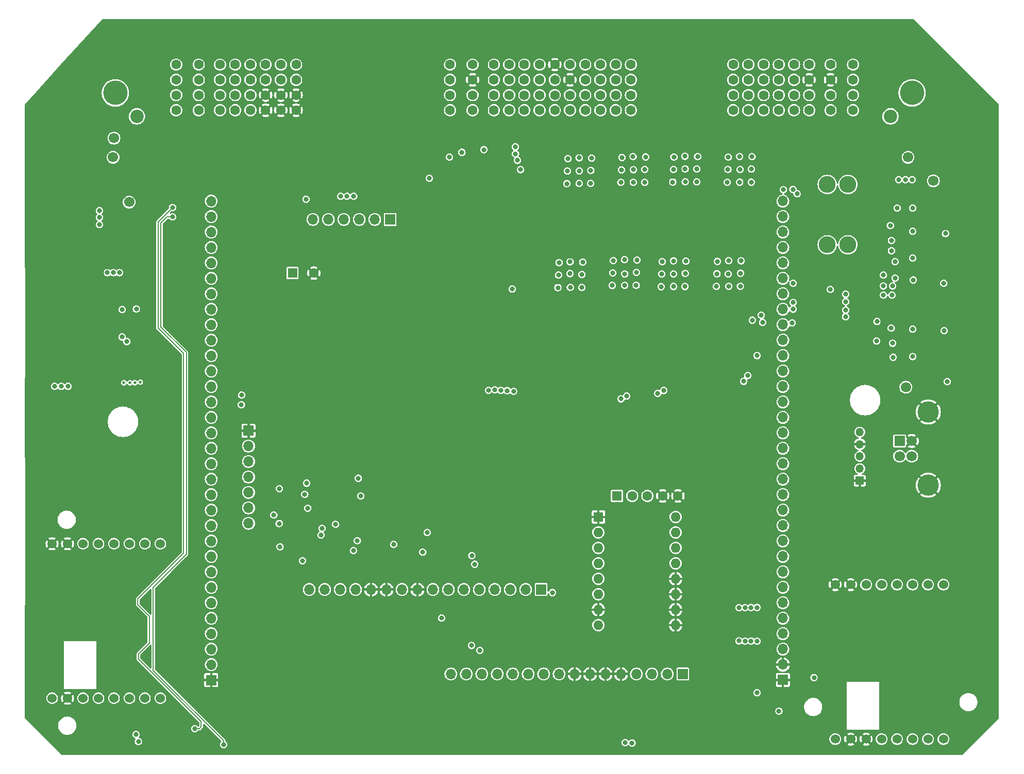
<source format=gbr>
%TF.GenerationSoftware,KiCad,Pcbnew,8.0.5*%
%TF.CreationDate,2025-07-16T23:18:55+01:00*%
%TF.ProjectId,Polygonus-Universal-Base,506f6c79-676f-46e7-9573-2d556e697665,rev?*%
%TF.SameCoordinates,Original*%
%TF.FileFunction,Copper,L3,Inr*%
%TF.FilePolarity,Positive*%
%FSLAX46Y46*%
G04 Gerber Fmt 4.6, Leading zero omitted, Abs format (unit mm)*
G04 Created by KiCad (PCBNEW 8.0.5) date 2025-07-16 23:18:55*
%MOMM*%
%LPD*%
G01*
G04 APERTURE LIST*
%TA.AperFunction,ComponentPad*%
%ADD10R,1.700000X1.700000*%
%TD*%
%TA.AperFunction,ComponentPad*%
%ADD11O,1.700000X1.700000*%
%TD*%
%TA.AperFunction,ComponentPad*%
%ADD12C,1.600000*%
%TD*%
%TA.AperFunction,ComponentPad*%
%ADD13R,1.600000X1.600000*%
%TD*%
%TA.AperFunction,ComponentPad*%
%ADD14C,1.700000*%
%TD*%
%TA.AperFunction,ComponentPad*%
%ADD15C,1.524000*%
%TD*%
%TA.AperFunction,ComponentPad*%
%ADD16O,1.600000X1.600000*%
%TD*%
%TA.AperFunction,ComponentPad*%
%ADD17C,2.780000*%
%TD*%
%TA.AperFunction,ComponentPad*%
%ADD18C,4.000000*%
%TD*%
%TA.AperFunction,ComponentPad*%
%ADD19C,2.200000*%
%TD*%
%TA.AperFunction,ComponentPad*%
%ADD20C,3.500000*%
%TD*%
%TA.AperFunction,ComponentPad*%
%ADD21R,1.350000X1.350000*%
%TD*%
%TA.AperFunction,ComponentPad*%
%ADD22O,1.350000X1.350000*%
%TD*%
%TA.AperFunction,ViaPad*%
%ADD23C,0.800000*%
%TD*%
%TA.AperFunction,ViaPad*%
%ADD24C,0.500000*%
%TD*%
%TA.AperFunction,Conductor*%
%ADD25C,0.200000*%
%TD*%
G04 APERTURE END LIST*
D10*
%TO.N,GND*%
%TO.C,J2*%
X181672763Y-132012059D03*
D11*
X181672763Y-129472059D03*
%TO.N,/12V_MR_FUSE*%
X181672763Y-126932059D03*
%TO.N,/LS1*%
X181672763Y-124392059D03*
%TO.N,/LS2*%
X181672763Y-121852059D03*
%TO.N,/LS3*%
X181672763Y-119312059D03*
%TO.N,/LS4*%
X181672763Y-116772059D03*
%TO.N,/LS5*%
X181672763Y-114232059D03*
%TO.N,/LS6*%
X181672763Y-111692059D03*
%TO.N,/LS7*%
X181672763Y-109152059D03*
%TO.N,/LS8*%
X181672763Y-106612059D03*
%TO.N,/IGN12*%
X181672763Y-104072059D03*
%TO.N,/IGN11*%
X181672763Y-101532059D03*
%TO.N,/IGN10*%
X181672763Y-98992059D03*
%TO.N,/IGN9*%
X181672763Y-96452059D03*
%TO.N,/IGN8*%
X181672763Y-93912059D03*
%TO.N,/IGN7*%
X181672763Y-91372059D03*
%TO.N,/IGN6*%
X181672763Y-88832059D03*
%TO.N,/IGN5*%
X181672763Y-86292059D03*
%TO.N,/IGN4*%
X181672763Y-83752059D03*
%TO.N,/IGN3*%
X181672763Y-81212059D03*
%TO.N,/IGN2*%
X181672763Y-78672059D03*
%TO.N,/IGN1*%
X181672763Y-76132059D03*
%TO.N,/LS9*%
X181672763Y-73592059D03*
%TO.N,/LS10*%
X181672763Y-71052059D03*
%TO.N,/LS11*%
X181672763Y-68512059D03*
%TO.N,/LS12*%
X181672763Y-65972059D03*
%TO.N,/LS13*%
X181672763Y-63432059D03*
%TO.N,/LS14*%
X181672763Y-60892059D03*
%TO.N,/LS15*%
X181672763Y-58352059D03*
%TO.N,/LS16*%
X181672763Y-55812059D03*
%TO.N,/12V_MR_FUSE*%
X181672763Y-53272059D03*
D10*
%TO.N,GND*%
X87760080Y-132017154D03*
D11*
%TO.N,/12V_PROT*%
X87760080Y-129477154D03*
X87760080Y-126937154D03*
%TO.N,/5V_SENSOR_2*%
X87760080Y-124397154D03*
X87760080Y-121857154D03*
%TO.N,unconnected-(J2-Pin_38-Pad38)*%
X87760080Y-119317154D03*
%TO.N,unconnected-(J2-Pin_39-Pad39)*%
X87760080Y-116777154D03*
%TO.N,/5V_SENSOR_1*%
X87760080Y-114237154D03*
X87760080Y-111697154D03*
%TO.N,/DIGITAL_6*%
X87760080Y-109157154D03*
%TO.N,/DIGITAL_5*%
X87760080Y-106617154D03*
%TO.N,/DIGITAL_4*%
X87760080Y-104077154D03*
%TO.N,/DIGITAL_3*%
X87760080Y-101537154D03*
%TO.N,/DIGITAL_2*%
X87760080Y-98997154D03*
%TO.N,/DIGITAL_1*%
X87760080Y-96457154D03*
%TO.N,/AT4*%
X87760080Y-93917154D03*
%TO.N,/AT3*%
X87760080Y-91377154D03*
%TO.N,/AT2*%
X87760080Y-88837154D03*
%TO.N,/AT1*%
X87760080Y-86297154D03*
%TO.N,/AV11*%
X87760080Y-83757154D03*
%TO.N,/AV10*%
X87760080Y-81217154D03*
%TO.N,/AV9*%
X87760080Y-78677154D03*
%TO.N,/AV8*%
X87760080Y-76137154D03*
%TO.N,/AV7*%
X87760080Y-73597154D03*
%TO.N,/AV6*%
X87760080Y-71057154D03*
%TO.N,/AV5*%
X87760080Y-68517154D03*
%TO.N,/AV4*%
X87760080Y-65977154D03*
%TO.N,/AV3*%
X87760080Y-63437154D03*
%TO.N,/AV2*%
X87760080Y-60897154D03*
%TO.N,/AV1*%
X87760080Y-58357154D03*
%TO.N,/KNOCK_1*%
X87760080Y-55817154D03*
%TO.N,/KNOCK_2*%
X87760080Y-53277154D03*
D10*
%TO.N,/HS1*%
X165230080Y-131026287D03*
D11*
%TO.N,/HS2*%
X162690080Y-131026287D03*
%TO.N,/HS3*%
X160150080Y-131026287D03*
%TO.N,/HS4*%
X157610080Y-131026287D03*
%TO.N,GND*%
X155070080Y-131026287D03*
X152530080Y-131026287D03*
X149990080Y-131026287D03*
X147450080Y-131026287D03*
%TO.N,/CAN2+*%
X144910080Y-131026287D03*
%TO.N,/CAN2-*%
X142370080Y-131026287D03*
%TO.N,/RC1*%
X139830080Y-131026287D03*
%TO.N,/RC2*%
X137290080Y-131026287D03*
%TO.N,/Perm_Live*%
X134750080Y-131026287D03*
%TO.N,output*%
X132210080Y-131026287D03*
%TO.N,unconnected-(J2-Pin_79-Pad79)*%
X129670080Y-131026287D03*
%TO.N,unconnected-(J2-Pin_80-Pad80)*%
X127130080Y-131026287D03*
D10*
%TO.N,+5V*%
X141953794Y-117134404D03*
D11*
%TO.N,+3.3V*%
X139413794Y-117134404D03*
%TO.N,/ETB1_PWM*%
X136873794Y-117134404D03*
%TO.N,/ETB1_DIS*%
X134333794Y-117134404D03*
%TO.N,/ETB1_DIR*%
X131793794Y-117134404D03*
%TO.N,/ETB2_PWM*%
X129253794Y-117134404D03*
%TO.N,/ETB2_DIS*%
X126713794Y-117134404D03*
%TO.N,/ETB2_DIR*%
X124173794Y-117134404D03*
%TO.N,GND*%
X121633794Y-117134404D03*
%TO.N,/12V_KEY*%
X119093794Y-117134404D03*
%TO.N,GND*%
X116553794Y-117134404D03*
X114013794Y-117134404D03*
%TO.N,/CAN+*%
X111473794Y-117134404D03*
%TO.N,/CAN-*%
X108933794Y-117134404D03*
%TO.N,output*%
X106393794Y-117134404D03*
%TO.N,/VR1+*%
X103853794Y-117134404D03*
D12*
%TO.N,GND*%
X164425871Y-101751522D03*
X161925871Y-101751522D03*
%TO.N,/USB+*%
X159425871Y-101751522D03*
%TO.N,/USB-*%
X156925871Y-101751522D03*
D13*
%TO.N,/VBUS*%
X154425871Y-101751522D03*
D10*
%TO.N,/+3V3*%
X117154579Y-56302538D03*
D11*
%TO.N,/EXT_SPI_CS*%
X114614579Y-56302538D03*
%TO.N,/EXT_SPI_SCK*%
X112074579Y-56302538D03*
%TO.N,/EXT_SPI_MISO*%
X109534579Y-56302538D03*
%TO.N,/EXT_SPI_MOSI*%
X106994579Y-56302538D03*
%TO.N,unconnected-(J2-Pin_107-Pad107)*%
X104454579Y-56302538D03*
%TD*%
D10*
%TO.N,GND*%
%TO.C,J5*%
X93888235Y-91017793D03*
D11*
%TO.N,+5V*%
X93888235Y-93557793D03*
%TO.N,output*%
X93888235Y-96097793D03*
%TO.N,/AV11*%
X93888235Y-98637793D03*
%TO.N,/LS12*%
X93888235Y-101177793D03*
%TO.N,/VR-D*%
X93888235Y-103717793D03*
%TO.N,/VR+D*%
X93888235Y-106257793D03*
%TD*%
D13*
%TO.N,/12V_MR_FUSE*%
%TO.C,C2*%
X101112052Y-65110107D03*
D12*
%TO.N,GND*%
X104612052Y-65110107D03*
%TD*%
D14*
%TO.N,/12V_MR*%
%TO.C,P1*%
X71628000Y-46075600D03*
%TD*%
D15*
%TO.N,+5V*%
%TO.C,U1*%
X190269349Y-141724815D03*
%TO.N,GND*%
X192809349Y-141724815D03*
X195349349Y-141724815D03*
%TO.N,unconnected-(U1-SEL_2-Pad4)*%
X197889349Y-141724815D03*
%TO.N,/CAN_RX*%
X200429349Y-141724815D03*
%TO.N,/CAN_TX*%
X202969349Y-141724815D03*
%TO.N,/12V_MR_FUSE*%
X205509349Y-141724815D03*
%TO.N,unconnected-(U1-Boot0-Pad8)*%
X208049349Y-141724815D03*
%TO.N,GND*%
X190269349Y-116324815D03*
X192809349Y-116324815D03*
%TO.N,/HeaterNeg*%
X195349349Y-116324815D03*
X197889349Y-116324815D03*
%TO.N,/LSU_Ip*%
X200429349Y-116324815D03*
%TO.N,/LSU_Vm*%
X202969349Y-116324815D03*
%TO.N,/LSU_Rtrim*%
X205509349Y-116324815D03*
%TO.N,/LSU_Un*%
X208049349Y-116324815D03*
%TD*%
D13*
%TO.N,GND*%
%TO.C,A1*%
X151360000Y-105209750D03*
D16*
%TO.N,unconnected-(A1-~{FLT}-Pad2)*%
X151360000Y-107749750D03*
%TO.N,/STEPA2*%
X151360000Y-110289750D03*
%TO.N,/STEPA1*%
X151360000Y-112829750D03*
%TO.N,/STEPB1*%
X151360000Y-115369750D03*
%TO.N,/STEPB2*%
X151360000Y-117909750D03*
%TO.N,GND*%
X151360000Y-120449750D03*
%TO.N,/12V_MR_FUSE*%
X151360000Y-122989750D03*
%TO.N,GND*%
X164060000Y-122989750D03*
X164060000Y-120449750D03*
X164060000Y-117909750D03*
X164060000Y-115369750D03*
%TO.N,+5V*%
X164060000Y-112829750D03*
X164060000Y-110289750D03*
%TO.N,/LS9*%
X164060000Y-107749750D03*
%TO.N,/LS10*%
X164060000Y-105209750D03*
%TD*%
D14*
%TO.N,/ExtraLSB*%
%TO.C,P3*%
X74269600Y-53441600D03*
%TD*%
D17*
%TO.N,/12V_MR*%
%TO.C,F1*%
X192364464Y-50542664D03*
X188964464Y-50542664D03*
%TO.N,/12V_MR_FUSE*%
X192364464Y-60462664D03*
X188964464Y-60462664D03*
%TD*%
D14*
%TO.N,/12V_MR*%
%TO.C,P6*%
X206400400Y-49936400D03*
%TD*%
%TO.N,/LS12ADD*%
%TO.C,P5*%
X202234800Y-46075600D03*
%TD*%
D12*
%TO.N,/LS12ADD*%
%TO.C,J1*%
X193200000Y-30840000D03*
%TO.N,/LS11ADD*%
X193200000Y-33340000D03*
%TO.N,/LS10ADD*%
X193200000Y-35840000D03*
%TO.N,/LS9ADD*%
X193200000Y-38340000D03*
%TO.N,/HeaterNeg*%
X189500000Y-30840000D03*
%TO.N,GND*%
X189500000Y-33340000D03*
%TO.N,/12V_MR*%
X189500000Y-35840000D03*
X189500000Y-38340000D03*
%TO.N,/Perm_Live*%
X186000000Y-30840000D03*
%TO.N,GND*%
X186000000Y-33340000D03*
%TO.N,/LS14*%
X186000000Y-35840000D03*
%TO.N,/LS13*%
X186000000Y-38340000D03*
%TO.N,/LSU_Ip*%
X183500000Y-30840000D03*
%TO.N,/LS5*%
X183500000Y-33340000D03*
%TO.N,/LS16*%
X183500000Y-35840000D03*
%TO.N,/LS15*%
X183500000Y-38340000D03*
%TO.N,/LSU_Vm*%
X181000000Y-30840000D03*
%TO.N,/LS4*%
X181000000Y-33340000D03*
%TO.N,/LS7*%
X181000000Y-35840000D03*
%TO.N,/LS6*%
X181000000Y-38340000D03*
%TO.N,/LSU_Rtrim*%
X178500000Y-30840000D03*
%TO.N,/IGN4*%
X178500000Y-33340000D03*
%TO.N,/IGN1*%
X178500000Y-35840000D03*
%TO.N,/LS8*%
X178500000Y-38340000D03*
%TO.N,/LSU_Un*%
X176000000Y-30840000D03*
%TO.N,/IGN3*%
X176000000Y-33340000D03*
%TO.N,/IGN2*%
X176000000Y-35840000D03*
%TO.N,/LS3*%
X176000000Y-38340000D03*
%TO.N,/IGBT4*%
X173500000Y-30840000D03*
%TO.N,/IGBT3*%
X173500000Y-33340000D03*
%TO.N,/IGBT2*%
X173500000Y-35840000D03*
%TO.N,/IGBT1*%
X173500000Y-38340000D03*
%TO.N,/ETB2_-*%
X127000000Y-30840000D03*
%TO.N,/ETB2_+*%
X127000000Y-33340000D03*
%TO.N,/ETB1_-*%
X127000000Y-35840000D03*
%TO.N,/ETB1_+*%
X127000000Y-38340000D03*
%TO.N,/HeaterNeg2*%
X130700000Y-30840000D03*
%TO.N,GND*%
X130700000Y-33340000D03*
%TO.N,/12V_MR_FUSE*%
X130700000Y-35840000D03*
X130700000Y-38340000D03*
%TO.N,/LSU_Un2*%
X134200000Y-30840000D03*
%TO.N,/AV3*%
X134200000Y-33340000D03*
%TO.N,/AV2*%
X134200000Y-35840000D03*
%TO.N,/AV1*%
X134200000Y-38340000D03*
%TO.N,/LSU_Rtrim2*%
X136700000Y-30840000D03*
%TO.N,/AV6*%
X136700000Y-33340000D03*
%TO.N,/AV5*%
X136700000Y-35840000D03*
%TO.N,/AV4*%
X136700000Y-38340000D03*
%TO.N,/LSU_Vm2*%
X139200000Y-30840000D03*
%TO.N,/AV9*%
X139200000Y-33340000D03*
%TO.N,/AV8*%
X139200000Y-35840000D03*
%TO.N,/AV7*%
X139200000Y-38340000D03*
%TO.N,/LSU_Ip2*%
X141700000Y-30840000D03*
%TO.N,/CRANK +*%
X141700000Y-33340000D03*
%TO.N,/AV11*%
X141700000Y-35840000D03*
%TO.N,/AV10*%
X141700000Y-38340000D03*
%TO.N,GND*%
X144200000Y-30840000D03*
%TO.N,/CRANK -*%
X144200000Y-33340000D03*
%TO.N,/AT2*%
X144200000Y-35840000D03*
%TO.N,/AT1*%
X144200000Y-38340000D03*
%TO.N,/STEPB2*%
X146700000Y-30840000D03*
%TO.N,GND*%
X146700000Y-33340000D03*
%TO.N,/AT4*%
X146700000Y-35840000D03*
%TO.N,/AT3*%
X146700000Y-38340000D03*
%TO.N,/STEPB1*%
X149200000Y-30840000D03*
%TO.N,/CAN+*%
X149200000Y-33340000D03*
%TO.N,/CAN-*%
X149200000Y-35840000D03*
%TO.N,/12V_KEY*%
X149200000Y-38340000D03*
%TO.N,/STEPA1*%
X151700000Y-30840000D03*
%TO.N,/IGN5*%
X151700000Y-33340000D03*
%TO.N,/IGN8*%
X151700000Y-35840000D03*
%TO.N,/LS1*%
X151700000Y-38340000D03*
%TO.N,/STEPA2*%
X154200000Y-30840000D03*
%TO.N,/IGN6*%
X154200000Y-33340000D03*
%TO.N,/IGN7*%
X154200000Y-35840000D03*
%TO.N,/LS2*%
X154200000Y-38340000D03*
%TO.N,/IGBT5*%
X156700000Y-30840000D03*
%TO.N,/IGBT6*%
X156700000Y-33340000D03*
%TO.N,/IGBT7*%
X156700000Y-35840000D03*
%TO.N,/IGBT8*%
X156700000Y-38340000D03*
%TO.N,/ExtraLSA*%
X82000000Y-30840000D03*
%TO.N,/ExtraLSB*%
X82000000Y-33340000D03*
%TO.N,/ExtraLSC*%
X82000000Y-35840000D03*
%TO.N,/ExtraLSD*%
X82000000Y-38340000D03*
%TO.N,/HS1*%
X85700000Y-30840000D03*
%TO.N,/HS2*%
X85700000Y-33340000D03*
%TO.N,/HS4*%
X85700000Y-35840000D03*
%TO.N,/HS3*%
X85700000Y-38340000D03*
%TO.N,/DIGITAL_6*%
X89200000Y-30840000D03*
%TO.N,/DIGITAL_5*%
X89200000Y-33340000D03*
%TO.N,/DIGITAL_4*%
X89200000Y-35840000D03*
%TO.N,/DIGITAL_3*%
X89200000Y-38340000D03*
%TO.N,/5V_SENSOR_1*%
X91700000Y-30840000D03*
X91700000Y-33340000D03*
%TO.N,/DIGITAL_2*%
X91700000Y-35840000D03*
%TO.N,/DIGITAL_1*%
X91700000Y-38340000D03*
%TO.N,/5V_SENSOR_1*%
X94200000Y-30840000D03*
%TO.N,/CAN2+*%
X94200000Y-33340000D03*
%TO.N,/KNOCK_2*%
X94200000Y-35840000D03*
%TO.N,/KNOCK_1*%
X94200000Y-38340000D03*
%TO.N,/5V_SENSOR_2*%
X96700000Y-30840000D03*
%TO.N,/CAN2-*%
X96700000Y-33340000D03*
%TO.N,GND*%
X96700000Y-35840000D03*
X96700000Y-38340000D03*
%TO.N,/5V_SENSOR_2*%
X99200000Y-30840000D03*
X99200000Y-33340000D03*
%TO.N,GND*%
X99200000Y-35840000D03*
X99200000Y-38340000D03*
%TO.N,/VR-D*%
X101700000Y-30840000D03*
%TO.N,/VR+D*%
X101700000Y-33340000D03*
%TO.N,GND*%
X101700000Y-35840000D03*
X101700000Y-38340000D03*
D18*
%TO.N,*%
X202900000Y-35490000D03*
D19*
X199350000Y-39340000D03*
X75550000Y-39340000D03*
D18*
X72000000Y-35490000D03*
%TD*%
D10*
%TO.N,/VBUS*%
%TO.C,J4*%
X200849999Y-92720000D03*
D14*
%TO.N,/USB-*%
X200849999Y-95220000D03*
%TO.N,/USB+*%
X202849999Y-95220000D03*
%TO.N,GND*%
X202849999Y-92720000D03*
D20*
X205559999Y-87950000D03*
X205559999Y-99990000D03*
%TD*%
D21*
%TO.N,GND*%
%TO.C,J3*%
X194310000Y-99250000D03*
D22*
%TO.N,/USB+*%
X194310000Y-97250000D03*
%TO.N,/USB-*%
X194310000Y-95250000D03*
%TO.N,GND*%
X194310000Y-93250000D03*
%TO.N,/VBUS*%
X194310000Y-91250000D03*
%TD*%
D14*
%TO.N,/LS9ADD*%
%TO.C,P4*%
X201879200Y-83870800D03*
%TD*%
D15*
%TO.N,+5V*%
%TO.C,U2*%
X61611115Y-135011435D03*
%TO.N,GND*%
X64151115Y-135011435D03*
%TO.N,unconnected-(U2-SEL_1-Pad3)*%
X66691115Y-135011435D03*
%TO.N,+5V*%
X69231115Y-135011435D03*
%TO.N,/CAN_RX2*%
X71771115Y-135011435D03*
%TO.N,/CAN_TX2*%
X74311115Y-135011435D03*
%TO.N,/12V_MR_FUSE*%
X76851115Y-135011435D03*
%TO.N,unconnected-(U2-Boot0-Pad8)*%
X79391115Y-135011435D03*
%TO.N,GND*%
X61611115Y-109611435D03*
X64151115Y-109611435D03*
%TO.N,/HeaterNeg2*%
X66691115Y-109611435D03*
X69231115Y-109611435D03*
%TO.N,/LSU_Ip2*%
X71771115Y-109611435D03*
%TO.N,/LSU_Vm2*%
X74311115Y-109611435D03*
%TO.N,/LSU_Rtrim2*%
X76851115Y-109611435D03*
%TO.N,/LSU_Un2*%
X79391115Y-109611435D03*
%TD*%
D14*
%TO.N,/ExtraLSA*%
%TO.C,P2*%
X71780400Y-42926000D03*
%TD*%
D23*
%TO.N,/12V_MR*%
X201800000Y-49740000D03*
X202900000Y-49740000D03*
X203000000Y-58240000D03*
X199700000Y-67240000D03*
X200100000Y-63240000D03*
X69400000Y-55940000D03*
X203000000Y-62640000D03*
X199324149Y-57292971D03*
X199700000Y-76640000D03*
X69400000Y-57140000D03*
X200443169Y-54420817D03*
X64231609Y-83740500D03*
X197120158Y-73080499D03*
X203100000Y-66240000D03*
X63113017Y-83740500D03*
X199800000Y-78940000D03*
X203000000Y-54420817D03*
X197076926Y-76290526D03*
X200700000Y-49740000D03*
X69400000Y-54840000D03*
X199600000Y-68740000D03*
X203000000Y-78840000D03*
X203000000Y-74340000D03*
X198200000Y-68740000D03*
X198200000Y-65440000D03*
X200100000Y-65940000D03*
X62031712Y-83739500D03*
X71700000Y-65040000D03*
X72700000Y-65040000D03*
X198200000Y-67240000D03*
X199500000Y-61440000D03*
X70700000Y-65040000D03*
X199476340Y-74172124D03*
X199500000Y-59740000D03*
%TO.N,GND*%
X182810143Y-100222707D03*
X194234883Y-75155437D03*
X184273610Y-107571193D03*
X112327419Y-31356286D03*
X174561213Y-44780697D03*
X86371584Y-72251350D03*
X171846242Y-28079120D03*
X123444758Y-124286293D03*
X129440911Y-57555260D03*
X146603683Y-110879516D03*
X170765889Y-23886954D03*
D24*
X166700000Y-54340000D03*
D23*
X117058200Y-135923682D03*
X208913868Y-77888025D03*
X213244159Y-69033864D03*
X90255702Y-77682007D03*
X137268971Y-94293167D03*
X90215618Y-62590644D03*
X168780682Y-140105747D03*
X149208662Y-81370953D03*
D24*
X166400000Y-69840000D03*
D23*
X172722806Y-96328499D03*
D24*
X164800000Y-70340000D03*
D23*
X67205853Y-29653917D03*
X177960399Y-60885427D03*
X176963269Y-85931588D03*
X67867033Y-81359641D03*
X76309596Y-67467078D03*
X64793260Y-32298119D03*
X97234012Y-50515285D03*
X92909385Y-32098733D03*
X162958838Y-60736281D03*
X208913868Y-70710393D03*
X106987426Y-92311251D03*
X83456634Y-143803040D03*
X213257734Y-70113811D03*
X174661676Y-98125755D03*
X102913209Y-125105409D03*
D24*
X165800000Y-69840000D03*
D23*
X139730902Y-120023107D03*
X153623645Y-86491256D03*
X65437883Y-135947846D03*
X117721224Y-108429489D03*
X97914711Y-32111600D03*
X61365315Y-78313265D03*
X120396000Y-111125000D03*
X145474779Y-123764861D03*
X129415177Y-55071897D03*
X132141751Y-31267536D03*
X71965383Y-38652023D03*
X96167988Y-62490436D03*
X184668246Y-139486972D03*
X185817491Y-111469121D03*
X98057636Y-112127307D03*
X132049428Y-89973419D03*
X116225911Y-89673631D03*
X199526295Y-86851907D03*
X206807187Y-82567468D03*
X93017492Y-29853798D03*
X156081760Y-77858700D03*
X131539978Y-99292768D03*
X102850106Y-98575566D03*
X74314905Y-113355528D03*
X96181932Y-94420297D03*
X107426500Y-114370289D03*
X140675146Y-112026073D03*
X89260280Y-51778344D03*
X116706957Y-69537228D03*
X96316551Y-107702798D03*
X160166597Y-85835030D03*
D24*
X175300000Y-69840000D03*
D23*
X69656937Y-95913923D03*
X146949602Y-113732635D03*
X109685163Y-142737774D03*
X65100000Y-102640000D03*
X73812400Y-46380400D03*
X81111761Y-135646088D03*
X200594344Y-43874771D03*
X73969251Y-42708204D03*
X124295785Y-60354041D03*
X169144138Y-38887536D03*
X191480412Y-107280109D03*
X131211521Y-95111211D03*
X67755174Y-59267449D03*
X137366487Y-86166827D03*
X112693752Y-42995126D03*
X188444723Y-113279692D03*
X169714207Y-123350705D03*
X58803496Y-112521021D03*
X201846263Y-140397802D03*
X62841273Y-59840320D03*
X192090359Y-39308193D03*
X76327000Y-122047000D03*
D24*
X156700000Y-71540000D03*
D23*
X98001372Y-29862376D03*
X158990099Y-91673311D03*
X183760080Y-40230890D03*
X177382362Y-81037045D03*
X139920096Y-107551705D03*
X93502449Y-53932651D03*
X137400000Y-65240000D03*
X90104289Y-41242172D03*
X132774826Y-111905827D03*
X130021253Y-44617273D03*
X58896168Y-75061813D03*
X147176554Y-76167238D03*
X137393942Y-105202662D03*
X213217733Y-63261357D03*
X202341196Y-32533687D03*
X170653411Y-101865529D03*
X107094447Y-85108409D03*
X153755729Y-126209489D03*
X208913868Y-69610444D03*
X138088575Y-114196326D03*
X120748413Y-84383980D03*
X129085431Y-110724262D03*
D24*
X147900000Y-69840000D03*
D23*
X186153372Y-39960680D03*
X95472933Y-101582078D03*
X95377000Y-112014000D03*
X173426963Y-131862381D03*
X170679385Y-80822969D03*
X117348000Y-46990000D03*
X58635707Y-120323200D03*
X67811103Y-63574028D03*
X177880941Y-43532582D03*
X109725602Y-39905251D03*
X79565845Y-104020166D03*
X93982464Y-86898854D03*
X97410571Y-56497982D03*
X196691744Y-99222104D03*
X114316214Y-119997815D03*
X117002707Y-50285531D03*
D24*
X159600000Y-52640000D03*
D23*
X124456118Y-53399589D03*
X187722968Y-85788630D03*
X151015268Y-133560494D03*
X147533562Y-122799949D03*
X107337438Y-112423471D03*
X126609420Y-57900382D03*
X125077409Y-86929270D03*
X97258891Y-98243503D03*
X107696000Y-109220000D03*
X177963424Y-63852582D03*
X155985465Y-76279097D03*
X79621015Y-101741834D03*
X67811103Y-76829343D03*
X63862736Y-143109438D03*
X116594863Y-40444309D03*
X204879109Y-75296382D03*
X70865782Y-59164640D03*
X114108556Y-23997933D03*
X210820000Y-142240000D03*
X85746463Y-100918678D03*
X164787228Y-133325585D03*
X84287066Y-33110070D03*
D24*
X158100000Y-54440000D03*
D23*
X168975523Y-100075782D03*
X85552726Y-131113686D03*
X215900000Y-127000000D03*
X192341372Y-95276385D03*
X124919479Y-75752565D03*
X163021011Y-143245587D03*
X81444743Y-44693156D03*
X125317909Y-115648954D03*
X199725810Y-25384658D03*
X206769900Y-77962598D03*
X77340663Y-119843459D03*
X206788544Y-69685017D03*
X180669877Y-59630118D03*
X105065115Y-39017417D03*
X67767603Y-75436147D03*
X94692137Y-107702798D03*
D24*
X175700000Y-54940000D03*
D23*
X124917076Y-71056283D03*
X163196131Y-100672364D03*
X76400000Y-106140000D03*
X160021319Y-28040518D03*
X101405186Y-112387573D03*
X131709666Y-107736671D03*
X183592134Y-133197677D03*
D24*
X150400000Y-52840000D03*
D23*
X114161298Y-47203066D03*
X117116699Y-28540907D03*
X117348000Y-42926000D03*
X208596390Y-113791836D03*
X109940090Y-102739810D03*
X182268643Y-32093674D03*
X148336000Y-106299000D03*
X202164486Y-113064752D03*
X144093092Y-126181615D03*
X200378187Y-90073551D03*
X208951155Y-62861606D03*
X153049161Y-81147235D03*
X208411145Y-38624969D03*
X215663820Y-116727278D03*
X100687212Y-97866567D03*
X75297075Y-55752950D03*
X184777740Y-34641373D03*
X71702926Y-25330550D03*
X166912541Y-125888749D03*
X117348000Y-48006000D03*
X183630117Y-128880259D03*
X125382586Y-41296225D03*
X157167339Y-40798255D03*
X96002438Y-103987288D03*
X172443158Y-103673920D03*
X93455727Y-49316829D03*
X160528000Y-122809000D03*
X153124278Y-110330688D03*
X139842748Y-28063613D03*
D24*
X177300000Y-56140000D03*
D23*
X114577667Y-40670295D03*
X104313706Y-32228669D03*
D24*
X158300000Y-69840000D03*
D23*
X112497952Y-41130438D03*
X176378048Y-143472713D03*
D24*
X164800000Y-71540000D03*
D23*
X136060090Y-132256060D03*
X123138531Y-28630977D03*
X96028687Y-77596616D03*
X132020666Y-68402207D03*
X215704179Y-93419533D03*
X197096930Y-23867653D03*
X120836567Y-61690657D03*
X74188818Y-107766587D03*
X102717949Y-94518143D03*
X206800000Y-58940000D03*
X168913849Y-131334913D03*
X180832735Y-69795188D03*
X62841273Y-64364403D03*
X166956720Y-42168663D03*
X75259599Y-139474044D03*
X104292400Y-119278400D03*
X93433726Y-50991745D03*
X86280902Y-104970467D03*
X203825321Y-25110488D03*
X143800000Y-53640000D03*
X147999375Y-29653972D03*
X85642078Y-48763139D03*
X171537430Y-43596918D03*
X98308927Y-96744735D03*
X100080748Y-82402548D03*
X91417355Y-48794493D03*
X132067456Y-119972523D03*
X107696000Y-104521000D03*
X165687898Y-123439464D03*
X98590758Y-24055835D03*
D24*
X158100000Y-53240000D03*
D23*
X128667935Y-123889500D03*
X112008075Y-112032398D03*
X83726080Y-29973891D03*
D24*
X176800000Y-52640000D03*
D23*
X61307413Y-56165662D03*
X95767155Y-54654151D03*
X104842374Y-52790937D03*
X152535027Y-142636575D03*
D24*
X166700000Y-54940000D03*
D23*
X208565662Y-99393858D03*
X132321291Y-49628913D03*
X79375000Y-129921000D03*
X179980871Y-138591778D03*
X86413561Y-112843123D03*
X117694304Y-122845122D03*
X161666398Y-119654035D03*
X182797276Y-90006180D03*
X103334301Y-42113294D03*
X192310476Y-98179863D03*
X80170894Y-42685878D03*
X58644907Y-137328546D03*
X118002707Y-66486786D03*
X155488063Y-29576769D03*
X175259999Y-94265606D03*
X154282565Y-27989050D03*
X82619394Y-24041360D03*
X165657033Y-106694118D03*
X150159391Y-136073994D03*
X122912911Y-113684873D03*
X97338637Y-44464187D03*
X85642914Y-126935001D03*
X166930986Y-44690626D03*
X117958277Y-95743385D03*
X112682586Y-37100210D03*
X120920554Y-102070760D03*
X174548346Y-42142928D03*
X114173000Y-42926000D03*
X108854156Y-92365099D03*
X79374221Y-117320143D03*
X110155482Y-112369623D03*
X101318361Y-131119603D03*
X81437376Y-59143480D03*
X86223630Y-52301608D03*
X67806720Y-54171319D03*
X81457417Y-72310844D03*
X63114707Y-52283610D03*
X135229870Y-28140816D03*
X167569952Y-138025491D03*
X79375000Y-123444000D03*
X58677654Y-128167326D03*
X165485959Y-35394046D03*
X91964810Y-105890902D03*
X180760557Y-141576685D03*
X91126971Y-135686199D03*
X116800208Y-74282988D03*
X161941968Y-76362992D03*
X71946082Y-40890909D03*
X213331546Y-54952967D03*
X87749653Y-33587035D03*
X178708991Y-120353971D03*
X166352697Y-122704991D03*
X115565490Y-40470043D03*
X153776246Y-76223168D03*
X171748291Y-137796131D03*
X166370000Y-120904000D03*
X193970284Y-57012942D03*
X90295785Y-59223647D03*
X118738728Y-49381920D03*
X101413485Y-116461395D03*
X139597326Y-142617524D03*
X137431229Y-101735027D03*
X61365315Y-63808756D03*
X182835877Y-97687876D03*
X89853322Y-112780388D03*
X75717370Y-99040643D03*
X70789302Y-110923634D03*
X67848390Y-78544518D03*
X81437376Y-65677058D03*
X173838591Y-117952950D03*
X179881444Y-116257833D03*
X174009187Y-91052473D03*
X174218515Y-76223168D03*
X180849891Y-62134937D03*
X177016104Y-83819500D03*
D24*
X158100000Y-55140000D03*
D23*
X76694889Y-78715142D03*
X187677512Y-95993502D03*
X140507357Y-91425337D03*
X139544932Y-128558375D03*
D24*
X173700000Y-71540000D03*
D23*
X107996336Y-58969702D03*
X174084564Y-110811370D03*
D24*
X167000000Y-52640000D03*
D23*
X124502007Y-23973807D03*
X90477052Y-29913844D03*
X186385017Y-23886954D03*
X110693962Y-93935665D03*
X163632255Y-91086051D03*
X86499583Y-117912877D03*
X178156431Y-127473555D03*
X187034773Y-132984550D03*
X194258531Y-65220350D03*
X158366514Y-137932029D03*
X204666801Y-53486541D03*
X113816084Y-41932919D03*
X124964631Y-135893619D03*
X177314786Y-42297334D03*
X69464040Y-27395730D03*
X68800000Y-107340000D03*
X69726497Y-33194971D03*
X131336526Y-80245766D03*
X132337343Y-46552516D03*
X155850710Y-100597792D03*
X150423736Y-114002845D03*
X137700365Y-29626973D03*
X63442208Y-35135328D03*
X187635974Y-77407183D03*
X92686850Y-56242245D03*
X187623802Y-110203016D03*
X181579132Y-23925555D03*
X106766372Y-52760874D03*
X196677142Y-80785683D03*
X213331546Y-53928645D03*
X157618090Y-122856924D03*
D24*
X159000000Y-52640000D03*
D23*
X99941419Y-50515285D03*
X214988822Y-43773807D03*
X89232449Y-107924648D03*
X145409004Y-134810587D03*
X177953670Y-94891827D03*
X170055712Y-135166867D03*
X166331287Y-134445028D03*
D24*
X157800000Y-73340000D03*
D23*
X66480123Y-138495545D03*
X137352952Y-25322907D03*
X204917710Y-69583362D03*
X125017284Y-80195275D03*
X176830233Y-88986221D03*
D24*
X148500000Y-69740000D03*
D23*
X133608742Y-97338038D03*
X99161106Y-53114767D03*
X133563873Y-71268163D03*
X81457417Y-52950610D03*
X117518477Y-114491995D03*
X98615801Y-50470349D03*
X93982464Y-85148795D03*
X189510548Y-64628461D03*
X178893734Y-122901875D03*
X150038468Y-79013047D03*
X180824157Y-67196021D03*
X98165332Y-107209192D03*
X177198981Y-34628505D03*
X77257092Y-118507784D03*
X175670150Y-129751289D03*
X111665961Y-122856183D03*
X191524204Y-35435177D03*
X77813509Y-24079961D03*
X156449307Y-133454257D03*
X104334738Y-82294852D03*
X155956000Y-105791000D03*
X130778355Y-114411859D03*
X105417753Y-136144758D03*
X70900000Y-49240000D03*
X215808748Y-102427700D03*
X106203940Y-50525868D03*
X90400289Y-34620697D03*
X108259118Y-122756633D03*
X196440835Y-89764739D03*
D24*
X151000000Y-52840000D03*
D23*
X100444897Y-108241278D03*
X120794620Y-68528051D03*
X95482818Y-32085866D03*
X188367490Y-73915168D03*
X149225000Y-122575370D03*
D24*
X150300000Y-56340000D03*
D23*
X172962990Y-81067747D03*
X67773817Y-70994022D03*
D24*
X174700000Y-69840000D03*
D23*
X58813989Y-52754919D03*
X63040134Y-72020544D03*
X188308006Y-142855416D03*
X168910000Y-143510000D03*
X84032062Y-138314425D03*
X116984429Y-52937008D03*
X164331819Y-44716361D03*
X166805007Y-102127680D03*
X158066831Y-128671411D03*
D24*
X168200000Y-56040000D03*
D23*
X174767088Y-39505160D03*
X180042935Y-119092904D03*
X100336686Y-44631460D03*
X131717134Y-28063613D03*
D24*
X173700000Y-72140000D03*
D23*
X73079657Y-110885032D03*
X67700500Y-67113401D03*
X124737725Y-49493714D03*
X88062203Y-24041360D03*
X173103030Y-135434659D03*
X126996430Y-120010461D03*
X76835000Y-128143000D03*
X209018454Y-54639955D03*
X213205018Y-109198055D03*
X62928275Y-67434317D03*
X104657826Y-86952702D03*
X95878807Y-50530787D03*
D24*
X166700000Y-53740000D03*
X166500000Y-73340000D03*
D23*
X126869962Y-91149480D03*
X107847326Y-70152408D03*
X150489171Y-29615370D03*
X206695443Y-67830628D03*
X118127627Y-99365820D03*
X62953132Y-56944410D03*
X80274960Y-47138532D03*
X160517195Y-23925555D03*
X96971702Y-105010399D03*
X133444654Y-132466497D03*
D24*
X149200000Y-53940000D03*
D23*
X159691832Y-133415655D03*
X99190502Y-72336332D03*
X182835877Y-95114444D03*
X92918966Y-112315100D03*
X135213920Y-23954506D03*
X125297867Y-112101582D03*
D24*
X158100000Y-53840000D03*
D23*
X120527955Y-56846753D03*
X70581613Y-143739925D03*
X134609292Y-119997815D03*
X116129776Y-131813583D03*
X147432315Y-126141869D03*
X169079802Y-43635519D03*
X166712364Y-140051385D03*
X213246186Y-61326526D03*
D24*
X157100000Y-69840000D03*
D23*
X183242639Y-60649280D03*
X191065539Y-73496192D03*
X144648205Y-76229297D03*
X202583958Y-40502525D03*
X58938115Y-82192837D03*
X180739984Y-82486739D03*
X152801557Y-114648336D03*
X171859109Y-38874669D03*
D24*
X150900000Y-56340000D03*
D23*
X76444738Y-62120384D03*
X117348000Y-43942000D03*
X74422000Y-119253000D03*
X200088620Y-30190488D03*
X83456634Y-142921207D03*
X81417334Y-79004756D03*
X90215618Y-85217667D03*
X191013421Y-113788585D03*
X78600000Y-133240000D03*
X128733051Y-31819504D03*
X154333280Y-135055007D03*
X114173000Y-43942000D03*
X120687506Y-108415782D03*
X124406014Y-67338557D03*
X74422000Y-128143000D03*
X73100278Y-136507568D03*
X128559345Y-34598811D03*
X65559440Y-142941249D03*
X191028253Y-78548499D03*
X137801978Y-125848626D03*
D24*
X164800000Y-72140000D03*
D23*
X120749141Y-89714017D03*
D24*
X156700000Y-70940000D03*
D23*
X194089993Y-44739511D03*
X180826367Y-43782227D03*
D24*
X156700000Y-70340000D03*
D23*
X204068478Y-47503311D03*
X132337343Y-42262582D03*
X158030854Y-108126543D03*
X150250029Y-128710012D03*
X169075897Y-32074318D03*
X100330000Y-49022000D03*
X127162984Y-47230626D03*
X111761733Y-120035753D03*
X178464408Y-134717138D03*
X96244079Y-116219079D03*
X88519000Y-142494000D03*
X164040933Y-137340140D03*
X129060432Y-96645433D03*
X90255702Y-74595592D03*
X131848446Y-85692448D03*
X208969798Y-53465433D03*
X106807000Y-103759000D03*
X96092185Y-96951152D03*
X179759547Y-32080807D03*
X128165798Y-28681237D03*
X100323819Y-46831744D03*
X85328409Y-142453552D03*
X162048156Y-110330688D03*
X187599648Y-99344960D03*
X182844113Y-102790251D03*
X183667734Y-118255036D03*
X109799022Y-34039090D03*
X62071744Y-94215458D03*
X139742986Y-95172620D03*
X180716217Y-87567789D03*
X86371584Y-57066464D03*
X146752829Y-97689452D03*
X73300000Y-55840000D03*
D24*
X174100000Y-69840000D03*
D23*
X78419585Y-28051955D03*
X109258712Y-131890786D03*
D24*
X159100000Y-56240000D03*
D23*
X165837277Y-28040518D03*
X137163774Y-119997815D03*
X165323080Y-23886954D03*
X177154034Y-118088069D03*
D24*
X147700000Y-70440000D03*
D23*
X162477377Y-126030009D03*
D24*
X165200000Y-69840000D03*
D23*
X101712010Y-135604337D03*
X100423808Y-34492025D03*
D24*
X173700000Y-70940000D03*
D23*
X63801169Y-49402537D03*
X206307364Y-36173774D03*
X71702926Y-31622592D03*
X198355458Y-37621330D03*
X65128172Y-90611795D03*
X182791194Y-84965738D03*
X199622768Y-82351712D03*
X135917912Y-127669890D03*
X70901258Y-142098461D03*
X113030000Y-124968000D03*
D24*
X175300000Y-73340000D03*
D23*
X191827826Y-23886954D03*
X206807187Y-74718681D03*
X91530116Y-101714737D03*
X128673710Y-60505797D03*
X109963456Y-128317875D03*
X118235841Y-81951155D03*
X179199929Y-125624928D03*
X140831266Y-98986867D03*
X110819607Y-92329200D03*
X86246260Y-93433132D03*
X76804546Y-143679800D03*
X131806566Y-53190854D03*
X161596172Y-134612301D03*
X129918316Y-46791823D03*
X156230565Y-137919162D03*
D24*
X157700000Y-69840000D03*
D23*
X153409793Y-60851727D03*
X164421889Y-41370899D03*
X90761522Y-91856868D03*
X90582654Y-88628301D03*
X75199474Y-137710378D03*
X117729000Y-111125000D03*
X92158752Y-116133740D03*
X100272350Y-47925453D03*
X207254624Y-61649798D03*
X114543753Y-50274369D03*
X213246186Y-62293941D03*
X145303815Y-44540070D03*
X157773304Y-85699925D03*
X169814467Y-105258591D03*
X213276377Y-79621842D03*
X131578376Y-125101190D03*
X112959242Y-52941249D03*
X99314528Y-58141398D03*
X196479436Y-94068805D03*
X190956732Y-88588728D03*
X98470471Y-89816295D03*
X166521932Y-109287525D03*
X107847326Y-64657325D03*
X126569337Y-55415218D03*
X120626831Y-75617128D03*
X118543831Y-58971168D03*
X109245188Y-119985169D03*
X117348000Y-49022000D03*
X208900000Y-46840000D03*
X104169382Y-112405522D03*
X91514592Y-98252711D03*
X120920554Y-97018024D03*
X145161000Y-109474000D03*
X158642121Y-80848943D03*
X114046000Y-48260000D03*
X167933768Y-94527698D03*
X145280016Y-100765580D03*
X171743304Y-42142928D03*
D24*
X158400000Y-73340000D03*
D23*
X121369704Y-54882671D03*
X76327000Y-125222000D03*
X125845693Y-34629715D03*
X114554000Y-110617000D03*
X95887405Y-59223647D03*
X131817049Y-54154429D03*
X141318618Y-126183440D03*
X137845846Y-48923251D03*
X114173000Y-46214110D03*
X88926829Y-90176431D03*
X73000000Y-51140000D03*
X100023087Y-91709949D03*
X130100000Y-65740000D03*
X176759277Y-107770565D03*
X140498973Y-32078167D03*
X113216261Y-100542823D03*
X78432397Y-110910767D03*
X208336337Y-85477167D03*
X107847326Y-74347128D03*
X79375000Y-125476000D03*
X128520743Y-37223713D03*
X216158497Y-37810378D03*
X107119816Y-119117505D03*
X76383268Y-37642493D03*
X80194793Y-49984446D03*
X111159203Y-28540907D03*
X96208072Y-74635676D03*
X97235700Y-48941959D03*
X77931555Y-136833472D03*
X198814826Y-93953001D03*
X172526770Y-125672211D03*
X188779428Y-29327234D03*
X97274301Y-47912586D03*
X146254775Y-104448977D03*
X127205874Y-50018512D03*
X136463987Y-80799801D03*
D24*
X147700000Y-72240000D03*
D23*
X204782605Y-59006554D03*
X122409321Y-128227688D03*
X191700000Y-102340000D03*
X121204607Y-41643638D03*
X75822354Y-28580775D03*
X188122159Y-53741466D03*
X109982000Y-98552000D03*
X82773910Y-32092684D03*
X97361890Y-42153377D03*
X124803674Y-92621415D03*
X125835332Y-128043877D03*
X144590896Y-86510556D03*
X124496201Y-64522705D03*
X78668419Y-143619675D03*
X187982329Y-66793626D03*
X193387413Y-67937961D03*
X152913416Y-118591373D03*
X172931289Y-120003702D03*
X169041200Y-42194397D03*
D24*
X168200000Y-52540000D03*
D23*
X189633091Y-129446512D03*
X115407895Y-128513211D03*
X61278462Y-70930731D03*
X141378743Y-123808504D03*
X92986588Y-34633564D03*
X213257734Y-78410034D03*
X76327000Y-123571000D03*
D24*
X160200000Y-52640000D03*
D23*
X93714309Y-41892836D03*
X171573336Y-86124541D03*
X95099810Y-114307476D03*
X79375000Y-121412000D03*
X67811103Y-62026643D03*
X183508202Y-137451631D03*
X167848514Y-89073706D03*
X155095725Y-44565804D03*
X120151974Y-32062716D03*
D24*
X147700000Y-71040000D03*
D23*
X189089121Y-139398825D03*
X176034993Y-23867653D03*
X89499620Y-88702761D03*
X81509079Y-39790767D03*
X101762366Y-114340000D03*
X114554000Y-108839000D03*
X128300000Y-63440000D03*
X187862307Y-70466857D03*
X166732865Y-128729313D03*
X97325770Y-45673700D03*
X120744198Y-86757321D03*
X143800000Y-60140000D03*
X60431292Y-38088342D03*
X61488117Y-140332014D03*
X159316155Y-44051117D03*
X89748530Y-120430223D03*
X156152042Y-81376559D03*
D24*
X149200000Y-54540000D03*
D23*
X149698602Y-120976757D03*
X90323086Y-32098733D03*
X90315827Y-82251503D03*
X71251269Y-139133335D03*
X183774931Y-124664107D03*
X75216435Y-85946140D03*
X114404310Y-105772571D03*
X180961472Y-49630352D03*
X183624975Y-46793143D03*
X191831806Y-25403959D03*
X172026382Y-44922235D03*
X146612018Y-136224306D03*
X92790052Y-142617524D03*
X175946962Y-29314312D03*
X183682877Y-49533849D03*
X104156648Y-49235482D03*
D24*
X149300000Y-53240000D03*
X167600000Y-56040000D03*
D23*
X81511622Y-85659462D03*
X86245742Y-64826696D03*
X103569731Y-51210498D03*
X143204422Y-132726255D03*
X122410161Y-34629715D03*
X132833528Y-115769204D03*
X89279023Y-105394109D03*
X187292103Y-126485620D03*
X92551894Y-41892836D03*
X59022010Y-68392208D03*
X177924822Y-70569241D03*
X76219300Y-31757698D03*
X139846098Y-23968982D03*
X102058667Y-44287421D03*
X89270618Y-49213489D03*
X141559118Y-136043931D03*
X138495150Y-132496559D03*
X114173000Y-45085000D03*
X75133200Y-51917600D03*
X150231938Y-44527202D03*
X71491769Y-137008921D03*
X75563020Y-110846431D03*
X204801906Y-61727959D03*
X67874937Y-87119302D03*
X112393976Y-114370289D03*
X99515344Y-77542768D03*
X59041152Y-43058451D03*
X215567202Y-85084632D03*
X114444696Y-111938165D03*
X182926299Y-74871449D03*
X117784331Y-40530003D03*
X121070767Y-122915940D03*
X175539705Y-133982663D03*
X211151851Y-34031392D03*
X58938115Y-91085643D03*
X123253229Y-46066845D03*
X67850500Y-57286322D03*
X110230251Y-50212267D03*
X87534760Y-29939579D03*
X188623280Y-82295782D03*
X158242000Y-110236000D03*
X114728465Y-35092933D03*
X62928275Y-75351462D03*
X107094488Y-97543685D03*
X67829747Y-51828813D03*
X168910000Y-110490000D03*
X103396643Y-24017234D03*
X191426518Y-86662816D03*
X191910218Y-37159377D03*
X68393568Y-102438943D03*
X102880843Y-85175719D03*
X63936274Y-43901825D03*
X129944816Y-23973807D03*
X102870000Y-102489000D03*
X67867033Y-79942758D03*
X145748354Y-119856254D03*
X96228113Y-70126304D03*
D24*
X158400000Y-52740000D03*
D23*
X95798641Y-42975085D03*
X206900403Y-53502720D03*
D24*
X176700000Y-56140000D03*
D23*
X213244159Y-77213568D03*
X89249916Y-93164994D03*
X177100204Y-109905839D03*
X209018454Y-61612511D03*
X145451676Y-37123360D03*
X124567421Y-96701363D03*
X177610731Y-28001917D03*
X166712364Y-141928134D03*
X85642914Y-102885021D03*
X137803970Y-51742538D03*
X208305102Y-93343075D03*
X158518391Y-30781169D03*
X85852000Y-121666000D03*
X76479711Y-119159762D03*
X130743210Y-128228131D03*
X183851650Y-62563315D03*
D24*
X164800000Y-70940000D03*
D23*
X77408188Y-127271277D03*
X112627327Y-90466283D03*
X187535075Y-102858958D03*
D24*
X175800000Y-53140000D03*
D23*
X67867033Y-64990912D03*
X179802723Y-140399980D03*
X186134072Y-42990896D03*
X116832759Y-120010461D03*
X129586522Y-142527337D03*
X69646800Y-46177200D03*
X135682805Y-114993946D03*
X90055285Y-70166388D03*
X182796197Y-28040518D03*
X146546000Y-120957766D03*
D24*
X177400000Y-52640000D03*
D23*
X107889273Y-79758316D03*
X109854273Y-41783857D03*
X99153215Y-64860409D03*
X61357728Y-41408070D03*
X73511385Y-29209999D03*
X190730625Y-95194594D03*
X90997243Y-53992776D03*
X86413531Y-80305213D03*
X120067018Y-29522716D03*
X100336686Y-45699434D03*
X189445127Y-135535217D03*
X161239795Y-33232363D03*
X185343895Y-29288633D03*
X121199092Y-142707712D03*
X171808143Y-60674137D03*
D24*
X175700000Y-53740000D03*
D23*
X177911955Y-67262380D03*
X124552544Y-37100210D03*
X124395993Y-57548210D03*
X95300000Y-121340000D03*
X177953670Y-97762879D03*
X104875167Y-142647587D03*
X160147000Y-107569000D03*
X188303343Y-31900667D03*
X150094792Y-23930381D03*
X144813936Y-117367350D03*
X177957516Y-91040183D03*
X100388155Y-42328238D03*
X85549368Y-44873296D03*
X86413531Y-87687920D03*
X154617421Y-122818940D03*
X98261423Y-142617524D03*
X96927887Y-130448448D03*
X170842374Y-129279875D03*
X137931974Y-32097468D03*
X69707196Y-38130903D03*
X107386429Y-36548187D03*
X167163914Y-78601298D03*
D24*
X174700000Y-73340000D03*
D23*
X85900000Y-109540000D03*
X108911816Y-86831544D03*
X144507857Y-112500667D03*
X108839452Y-24017234D03*
X71200000Y-66740000D03*
X191362112Y-90323670D03*
X180841313Y-64674057D03*
X74481239Y-59796767D03*
X143800000Y-45440000D03*
X118367920Y-46997035D03*
X91761235Y-114092084D03*
X133639511Y-73507546D03*
X155363896Y-23911080D03*
X208913868Y-78969330D03*
X188542871Y-91262444D03*
D24*
X149200000Y-55340000D03*
D23*
X102832157Y-89807320D03*
X108056572Y-44525875D03*
X124496201Y-51635924D03*
X95898849Y-44117459D03*
X86102656Y-41167553D03*
D24*
X166700000Y-53140000D03*
D23*
X204705402Y-77940584D03*
X144651983Y-23930381D03*
D24*
X159700000Y-56240000D03*
D23*
X185003312Y-109604788D03*
X90700000Y-86340000D03*
X119696122Y-24012408D03*
X135287772Y-32116769D03*
X124650956Y-100037952D03*
X91397438Y-40084127D03*
X161818818Y-39273496D03*
X176206118Y-105663461D03*
X67774894Y-69450411D03*
X200457974Y-48114612D03*
X118757697Y-40893326D03*
X79375000Y-119507000D03*
X104501697Y-41730806D03*
X184752006Y-31965003D03*
X129793494Y-49993217D03*
X166434979Y-81221807D03*
X195122718Y-30410605D03*
X89853322Y-130280695D03*
X65082660Y-96956163D03*
X184618912Y-112693023D03*
X120267778Y-37177413D03*
X180702697Y-92653497D03*
X92960027Y-107693824D03*
X160626766Y-81228115D03*
X113352785Y-142437150D03*
X153017568Y-29518867D03*
X61365315Y-88388253D03*
X161030016Y-139308816D03*
X209480439Y-30804208D03*
X117348000Y-44958000D03*
X61423217Y-47277669D03*
X95700000Y-93340000D03*
X121137758Y-49733964D03*
X86711702Y-32042975D03*
X159882165Y-97250188D03*
D24*
X165900000Y-73340000D03*
D23*
X97377239Y-43190337D03*
X162592365Y-123559612D03*
X168924691Y-141977849D03*
X144390136Y-81112726D03*
X77399748Y-128934095D03*
X67997128Y-111541258D03*
X96639639Y-100128183D03*
X148909717Y-133484618D03*
X189623768Y-121518533D03*
X92123821Y-125599974D03*
X93331307Y-24022059D03*
X196460136Y-92389640D03*
X100336686Y-43409079D03*
X159373285Y-126057974D03*
X124730736Y-89471628D03*
X98138408Y-108079734D03*
X124436739Y-31985513D03*
D24*
X176200000Y-52640000D03*
D23*
X118009591Y-34629715D03*
X100471868Y-32024059D03*
X142050841Y-120187222D03*
X91707387Y-110982363D03*
X94400844Y-109842581D03*
X193451749Y-72248461D03*
X103182982Y-54254089D03*
X176677109Y-74847901D03*
X117348000Y-42037000D03*
X125606331Y-29464814D03*
X112049136Y-97328088D03*
X181355075Y-28104854D03*
D24*
X156700000Y-72140000D03*
D23*
X91467120Y-51048575D03*
X216001986Y-137162147D03*
X63828223Y-39014777D03*
X102843594Y-96519493D03*
X186031078Y-140836443D03*
X112990230Y-47039715D03*
X169942997Y-120099270D03*
X178015321Y-109026609D03*
D24*
X149100000Y-69740000D03*
D23*
X187561665Y-108384951D03*
X182810495Y-79870342D03*
X75200000Y-48740000D03*
X149593804Y-107903810D03*
X140571255Y-84270580D03*
X119729561Y-125057358D03*
X175725748Y-103714528D03*
X199819345Y-41240907D03*
X142834363Y-32097468D03*
X119387240Y-120010461D03*
X171995750Y-122181004D03*
X129550912Y-119985169D03*
X120126082Y-52958681D03*
X104648418Y-28540907D03*
D24*
X149400000Y-73240000D03*
D23*
X162826361Y-43815659D03*
X117348000Y-45974000D03*
X165184790Y-85854331D03*
X90015202Y-66899599D03*
X143824010Y-121499324D03*
X120098734Y-93710623D03*
X142650706Y-106767723D03*
X208568425Y-106353200D03*
X100330000Y-104140000D03*
X123278521Y-47167043D03*
X101690886Y-42193460D03*
X103209093Y-92517668D03*
X176658676Y-76943546D03*
X205612537Y-28685086D03*
X118757697Y-42211666D03*
X124454595Y-119959877D03*
X115847908Y-32101317D03*
X133111562Y-136043931D03*
X90703812Y-95359299D03*
X116854010Y-37164546D03*
X67755174Y-72448192D03*
X96424521Y-135890500D03*
X95705599Y-82321776D03*
X63910150Y-86858297D03*
X213331546Y-52961230D03*
X75153514Y-94755052D03*
X91498284Y-47098448D03*
X171058492Y-76362992D03*
X58896168Y-59793032D03*
X198795526Y-92408941D03*
X63040134Y-79999833D03*
X79715249Y-138377248D03*
D24*
X148800000Y-73240000D03*
D23*
X86783548Y-141117459D03*
D24*
X167600000Y-52540000D03*
D23*
X106578893Y-48083664D03*
X165018096Y-76251132D03*
X148030444Y-112535989D03*
D24*
X147700000Y-71640000D03*
D23*
X69800000Y-99440000D03*
X213525842Y-39956720D03*
X148217259Y-123502637D03*
X97287168Y-46780276D03*
X166713537Y-123559612D03*
X109042956Y-44955838D03*
X147257094Y-27963315D03*
X79375000Y-127762000D03*
D24*
X149800000Y-52840000D03*
D23*
X96167988Y-66939682D03*
X118616744Y-51453838D03*
X165172310Y-103673920D03*
X161876720Y-36030971D03*
X79307364Y-113316926D03*
X124082123Y-41541141D03*
X67443355Y-140856917D03*
X87456348Y-46807330D03*
X213276377Y-71176473D03*
X149679611Y-123540620D03*
X59273693Y-101824126D03*
D24*
X173700000Y-70340000D03*
X175700000Y-54340000D03*
D23*
%TO.N,/CAN+*%
X138592308Y-48099946D03*
%TO.N,/AT4*%
X138077011Y-46580753D03*
%TO.N,/AT3*%
X137752324Y-45518019D03*
%TO.N,/AT2*%
X137700000Y-44340000D03*
%TO.N,/AV9*%
X132548105Y-44811169D03*
%TO.N,/AV6*%
X128945241Y-45246450D03*
%TO.N,/AV3*%
X126905629Y-46046292D03*
%TO.N,/LS15*%
X181774885Y-51408747D03*
%TO.N,/IGBT7*%
X150101980Y-50379435D03*
X148202936Y-48300022D03*
X146169803Y-50400022D03*
X148207947Y-50379435D03*
X150246091Y-46200209D03*
X148187359Y-46159035D03*
X150122567Y-48238354D03*
X146272739Y-48320703D03*
X146350697Y-46289325D03*
%TO.N,/IGBT6*%
X153642999Y-67151715D03*
X157575176Y-67131128D03*
X153823893Y-63041018D03*
X157719287Y-62951902D03*
X157595763Y-64990047D03*
X155700000Y-65240000D03*
X155660555Y-62910728D03*
X153745935Y-65072396D03*
X155681143Y-67131128D03*
%TO.N,/IGBT4*%
X161672052Y-67340000D03*
X163700000Y-65240000D03*
X163710196Y-67319413D03*
X161852946Y-63229303D03*
X165624816Y-65178332D03*
X161774988Y-65260681D03*
X163689608Y-63099013D03*
X165604229Y-67319413D03*
X165748340Y-63140187D03*
%TO.N,/IGBT1*%
X176618443Y-45973198D03*
X172645091Y-48093692D03*
X174559711Y-45932024D03*
X172542155Y-50173011D03*
X174580299Y-50152424D03*
X174651404Y-48073011D03*
X176474332Y-50152424D03*
X172723049Y-46062314D03*
X176494919Y-48011343D03*
%TO.N,/LS13*%
X183997768Y-52080111D03*
%TO.N,/LS14*%
X183322961Y-51342791D03*
%TO.N,/IGBT2*%
X174827346Y-63096013D03*
X174683235Y-67275239D03*
X170931952Y-63185129D03*
X170853994Y-65216507D03*
X172789202Y-67275239D03*
X172700000Y-65240000D03*
X174703822Y-65134158D03*
X172768614Y-63054839D03*
X170751058Y-67295826D03*
%TO.N,/IGBT3*%
X167539436Y-47984924D03*
X165617124Y-48000737D03*
X167518849Y-50126005D03*
X165604228Y-45905605D03*
X163767566Y-46035895D03*
X163586672Y-50146592D03*
X167662960Y-45946779D03*
X165624816Y-50126005D03*
X163689608Y-48067273D03*
%TO.N,/IGBT8*%
X148660868Y-65340031D03*
X146725660Y-63260712D03*
X146746248Y-67481112D03*
X146700000Y-65202005D03*
X144811040Y-65422380D03*
X144888998Y-63391002D03*
X148784392Y-63301886D03*
X148640281Y-67481112D03*
X144708104Y-67501699D03*
%TO.N,/IGBT5*%
X155145872Y-48127971D03*
X157081080Y-50186703D03*
X157060492Y-45966303D03*
X159119224Y-46007477D03*
X158975113Y-50186703D03*
X157132819Y-48107290D03*
X155223830Y-46096593D03*
X158995700Y-48045622D03*
X155042936Y-50207290D03*
%TO.N,/12V_KEY*%
X133300000Y-84378241D03*
%TO.N,/IGN11*%
X176443024Y-125596976D03*
X176443024Y-120083024D03*
D24*
X74400000Y-83140000D03*
D23*
X73915516Y-76378327D03*
%TO.N,/IGN10*%
X175443537Y-125602619D03*
X175444506Y-120127368D03*
D24*
X75200000Y-83140000D03*
D23*
X73138285Y-71121448D03*
D24*
%TO.N,/IGN9*%
X76100000Y-83040000D03*
D23*
X174445354Y-120100913D03*
X174444295Y-125579818D03*
X75452756Y-71037625D03*
%TO.N,/IGN8*%
X155071862Y-85787754D03*
%TO.N,/IGN7*%
X156008706Y-85337754D03*
%TO.N,/IGN6*%
X161097670Y-84873565D03*
%TO.N,/IGN5*%
X162099346Y-84423111D03*
%TO.N,/IGN4*%
X175225203Y-82909230D03*
%TO.N,/IGN3*%
X175918651Y-81955739D03*
%TO.N,/IGN2*%
X177434805Y-78672059D03*
%TO.N,/IGN1*%
X176648294Y-72845146D03*
%TO.N,/LS9*%
X178335189Y-73223064D03*
%TO.N,/LS10*%
X183205641Y-73288769D03*
X178100856Y-72029524D03*
X183334036Y-71050219D03*
%TO.N,/LS11*%
X183364252Y-69950202D03*
X183374843Y-66774866D03*
%TO.N,/LS12*%
X117729000Y-109728000D03*
X143811213Y-117634239D03*
X111125000Y-110744000D03*
X189484000Y-67818000D03*
%TO.N,/CAN2+*%
X130508078Y-126338267D03*
X155778943Y-142303583D03*
X85037976Y-140002024D03*
X81388625Y-54337625D03*
%TO.N,/CAN2-*%
X81407000Y-55880000D03*
X131904520Y-127135480D03*
X156888602Y-142359512D03*
X89789000Y-142621000D03*
%TO.N,/ETB1_PWM*%
X130568889Y-111556921D03*
%TO.N,/ETB1_DIS*%
X131038936Y-112972010D03*
%TO.N,/ETB2_PWM*%
X123224705Y-107778318D03*
%TO.N,/ETB2_DIS*%
X122510777Y-110987853D03*
%TO.N,/VR1+*%
X125598135Y-121834639D03*
%TO.N,Vref*%
X108204000Y-106426000D03*
X112331691Y-101746194D03*
X103629346Y-103759000D03*
%TO.N,/Perm_Live*%
X186790976Y-131609785D03*
%TO.N,/12V_MR_FUSE*%
X110062586Y-52497414D03*
X109020212Y-52497414D03*
X111172602Y-52497414D03*
%TO.N,Net-(RN2-R4.2)*%
X208694675Y-82954508D03*
X191965310Y-72289501D03*
%TO.N,Net-(RN2-R3.2)*%
X192012569Y-71178925D03*
X208185094Y-74586795D03*
%TO.N,Net-(RN2-R2.2)*%
X192012569Y-69808427D03*
X208110521Y-66789886D03*
%TO.N,Net-(RN2-R1.2)*%
X208383955Y-58606490D03*
X191988940Y-68579704D03*
%TO.N,Net-(U6B-+)*%
X102743000Y-112395000D03*
X105792554Y-108157610D03*
%TO.N,Net-(U6C--)*%
X111760000Y-109093000D03*
X98044000Y-104902000D03*
%TO.N,+5V*%
X98963965Y-100546942D03*
X103437063Y-99665308D03*
X181026130Y-137117201D03*
X75429293Y-140972487D03*
X98911548Y-106280914D03*
X137200000Y-67740000D03*
X111926039Y-98837109D03*
X105948601Y-107059442D03*
X99060000Y-110109000D03*
%TO.N,+3.3V*%
X177413541Y-134121934D03*
X103333770Y-52954046D03*
X123599995Y-49529795D03*
X75790043Y-142144923D03*
%TO.N,/STEPA2*%
X137426186Y-84549799D03*
%TO.N,/STEPA1*%
X136364877Y-84434232D03*
%TO.N,/STEPB1*%
X135351215Y-84403706D03*
%TO.N,/STEPB2*%
X134358105Y-84290842D03*
%TO.N,/AV11*%
X103124000Y-101473000D03*
X92712037Y-86761432D03*
X92737559Y-85177970D03*
%TO.N,/IGN12*%
X73099518Y-75617464D03*
D24*
X73400000Y-83140000D03*
D23*
X177442526Y-120083434D03*
X177442069Y-125627195D03*
%TD*%
D25*
%TO.N,/CAN2+*%
X75819000Y-128581686D02*
X86106000Y-138868686D01*
X77597000Y-125933525D02*
X75819000Y-127711525D01*
X75692000Y-118680800D02*
X75692000Y-119634000D01*
X83214000Y-111158800D02*
X75692000Y-118680800D01*
X86106000Y-139700000D02*
X85803976Y-140002024D01*
X75692000Y-119634000D02*
X77597000Y-121539000D01*
X75819000Y-127711525D02*
X75819000Y-128581686D01*
X83214000Y-78325200D02*
X83214000Y-111158800D01*
X85803976Y-140002024D02*
X85037976Y-140002024D01*
X79023000Y-74134200D02*
X83214000Y-78325200D01*
X86106000Y-138868686D02*
X86106000Y-139700000D01*
X77597000Y-121539000D02*
X77597000Y-125933525D01*
X79023000Y-56703250D02*
X79023000Y-74134200D01*
X81388625Y-54337625D02*
X79023000Y-56703250D01*
%TO.N,/CAN2-*%
X83664000Y-78138800D02*
X79473000Y-73947800D01*
X78232000Y-130429000D02*
X78232000Y-116777200D01*
X80482647Y-55880000D02*
X81407000Y-55880000D01*
X89789000Y-141986000D02*
X78232000Y-130429000D01*
X79473000Y-56889647D02*
X80482647Y-55880000D01*
X78232000Y-116777200D02*
X83664000Y-111345200D01*
X83664000Y-111345200D02*
X83664000Y-78138800D01*
X89789000Y-142621000D02*
X89789000Y-141986000D01*
X79473000Y-73947800D02*
X79473000Y-56889647D01*
%TD*%
%TA.AperFunction,Conductor*%
%TO.N,GND*%
G36*
X77850834Y-126207176D02*
G01*
X77906767Y-126249048D01*
X77931184Y-126314512D01*
X77931500Y-126323358D01*
X77931500Y-129969853D01*
X77911815Y-130036892D01*
X77859011Y-130082647D01*
X77789853Y-130092591D01*
X77726297Y-130063566D01*
X77719819Y-130057534D01*
X76155819Y-128493534D01*
X76122334Y-128432211D01*
X76119500Y-128405853D01*
X76119500Y-127887358D01*
X76139185Y-127820319D01*
X76155819Y-127799677D01*
X77719819Y-126235677D01*
X77781142Y-126202192D01*
X77850834Y-126207176D01*
G37*
%TD.AperFunction*%
%TA.AperFunction,Conductor*%
G36*
X77850834Y-117049451D02*
G01*
X77906767Y-117091323D01*
X77931184Y-117156787D01*
X77931500Y-117165633D01*
X77931500Y-121149167D01*
X77911815Y-121216206D01*
X77859011Y-121261961D01*
X77789853Y-121271905D01*
X77726297Y-121242880D01*
X77719819Y-121236848D01*
X76028819Y-119545848D01*
X75995334Y-119484525D01*
X75992500Y-119458167D01*
X75992500Y-118856633D01*
X76012185Y-118789594D01*
X76028819Y-118768952D01*
X77719819Y-117077952D01*
X77781142Y-117044467D01*
X77850834Y-117049451D01*
G37*
%TD.AperFunction*%
%TA.AperFunction,Conductor*%
G36*
X203149889Y-23369929D02*
G01*
X203216923Y-23389627D01*
X203236034Y-23404764D01*
X203960894Y-24105289D01*
X203962647Y-24107018D01*
X217114917Y-37334659D01*
X217123931Y-37343724D01*
X217157241Y-37405142D01*
X217160000Y-37431154D01*
X217160000Y-50548505D01*
X217152708Y-50573336D01*
X217149709Y-87380783D01*
X217157210Y-87394574D01*
X217160000Y-87420732D01*
X217160000Y-100526560D01*
X217149669Y-100561742D01*
X217149711Y-100587754D01*
X217149711Y-100587755D01*
X217157214Y-105222492D01*
X217160000Y-106943354D01*
X217160000Y-138226453D01*
X217140315Y-138293492D01*
X217123986Y-138313828D01*
X211201123Y-144278110D01*
X211139917Y-144311809D01*
X211113172Y-144314735D01*
X129665261Y-144338000D01*
X63211362Y-144338000D01*
X63144323Y-144318315D01*
X63123681Y-144301681D01*
X58529249Y-139707249D01*
X58528942Y-139706941D01*
X58220890Y-139396719D01*
X62612162Y-139396719D01*
X62612162Y-139644881D01*
X62618329Y-139681839D01*
X62653008Y-139889662D01*
X62733584Y-140124372D01*
X62733589Y-140124382D01*
X62851694Y-140342622D01*
X62851700Y-140342631D01*
X63004117Y-140538456D01*
X63004120Y-140538460D01*
X63004122Y-140538462D01*
X63004123Y-140538463D01*
X63186702Y-140706539D01*
X63264945Y-140757658D01*
X63377633Y-140831281D01*
X63394455Y-140842271D01*
X63621716Y-140941957D01*
X63862285Y-141002877D01*
X63944723Y-141009708D01*
X64109594Y-141023371D01*
X64109600Y-141023371D01*
X64109606Y-141023371D01*
X64257989Y-141011074D01*
X64356915Y-141002877D01*
X64476931Y-140972485D01*
X74823611Y-140972485D01*
X74823611Y-140972488D01*
X74844248Y-141129247D01*
X74844249Y-141129249D01*
X74904757Y-141275328D01*
X75001011Y-141400769D01*
X75126452Y-141497023D01*
X75272531Y-141557531D01*
X75272532Y-141557531D01*
X75280040Y-141560641D01*
X75279104Y-141562898D01*
X75328206Y-141592818D01*
X75358743Y-141655660D01*
X75350458Y-141725037D01*
X75334839Y-141751726D01*
X75265507Y-141842080D01*
X75204999Y-141988160D01*
X75204998Y-141988162D01*
X75184361Y-142144921D01*
X75184361Y-142144924D01*
X75204998Y-142301683D01*
X75204999Y-142301685D01*
X75265507Y-142447764D01*
X75361761Y-142573205D01*
X75487202Y-142669459D01*
X75633281Y-142729967D01*
X75711662Y-142740286D01*
X75790042Y-142750605D01*
X75790043Y-142750605D01*
X75790044Y-142750605D01*
X75842297Y-142743725D01*
X75946805Y-142729967D01*
X76092884Y-142669459D01*
X76218325Y-142573205D01*
X76314579Y-142447764D01*
X76375087Y-142301685D01*
X76395725Y-142144923D01*
X76390576Y-142105815D01*
X76375087Y-141988162D01*
X76375087Y-141988161D01*
X76314579Y-141842082D01*
X76218325Y-141716641D01*
X76092884Y-141620387D01*
X75946805Y-141559879D01*
X75946803Y-141559878D01*
X75939296Y-141556769D01*
X75940229Y-141554515D01*
X75891115Y-141524575D01*
X75860588Y-141461727D01*
X75868886Y-141392352D01*
X75884493Y-141365688D01*
X75953829Y-141275328D01*
X76014337Y-141129249D01*
X76034975Y-140972487D01*
X76028150Y-140920649D01*
X76016385Y-140831280D01*
X76014337Y-140815725D01*
X75953829Y-140669646D01*
X75857575Y-140544205D01*
X75732134Y-140447951D01*
X75689535Y-140430306D01*
X75586055Y-140387443D01*
X75586053Y-140387442D01*
X75429294Y-140366805D01*
X75429292Y-140366805D01*
X75272532Y-140387442D01*
X75272530Y-140387443D01*
X75126453Y-140447950D01*
X75001011Y-140544205D01*
X74904756Y-140669647D01*
X74844249Y-140815724D01*
X74844248Y-140815726D01*
X74823611Y-140972485D01*
X64476931Y-140972485D01*
X64597484Y-140941957D01*
X64824745Y-140842271D01*
X65032498Y-140706539D01*
X65215077Y-140538463D01*
X65367502Y-140342628D01*
X65485614Y-140124376D01*
X65566192Y-139889659D01*
X65607038Y-139644881D01*
X65609600Y-139520800D01*
X65607038Y-139396719D01*
X65566192Y-139151941D01*
X65485614Y-138917224D01*
X65367502Y-138698972D01*
X65215077Y-138503137D01*
X65032498Y-138335061D01*
X64944012Y-138277250D01*
X64824746Y-138199329D01*
X64597484Y-138099643D01*
X64356911Y-138038722D01*
X64109606Y-138018230D01*
X64109594Y-138018230D01*
X63862288Y-138038722D01*
X63621715Y-138099643D01*
X63394453Y-138199329D01*
X63186704Y-138335059D01*
X63186700Y-138335062D01*
X63004120Y-138503139D01*
X63004117Y-138503143D01*
X62851700Y-138698968D01*
X62851694Y-138698977D01*
X62733589Y-138917217D01*
X62733584Y-138917227D01*
X62653008Y-139151937D01*
X62623657Y-139327833D01*
X62612162Y-139396719D01*
X58220890Y-139396719D01*
X57196012Y-138364623D01*
X57162742Y-138303183D01*
X57160000Y-138277250D01*
X57160000Y-135011435D01*
X60643958Y-135011435D01*
X60662541Y-135200116D01*
X60662542Y-135200118D01*
X60717578Y-135381550D01*
X60717579Y-135381553D01*
X60717580Y-135381554D01*
X60717581Y-135381557D01*
X60806949Y-135548753D01*
X60806953Y-135548760D01*
X60927231Y-135695318D01*
X61073789Y-135815596D01*
X61073796Y-135815600D01*
X61240992Y-135904968D01*
X61240993Y-135904968D01*
X61241000Y-135904972D01*
X61422432Y-135960008D01*
X61422431Y-135960008D01*
X61439348Y-135961674D01*
X61611115Y-135978592D01*
X61799798Y-135960008D01*
X61981230Y-135904972D01*
X62148439Y-135815597D01*
X62294998Y-135695318D01*
X62415277Y-135548759D01*
X62504652Y-135381550D01*
X62559688Y-135200118D01*
X62578272Y-135011435D01*
X63083976Y-135011435D01*
X63104480Y-135219621D01*
X63165208Y-135419814D01*
X63263818Y-135604301D01*
X63269041Y-135610665D01*
X63780257Y-135099449D01*
X63796079Y-135158496D01*
X63846239Y-135245375D01*
X63917175Y-135316311D01*
X64004054Y-135366471D01*
X64063099Y-135382291D01*
X63551882Y-135893507D01*
X63551882Y-135893508D01*
X63558241Y-135898727D01*
X63558248Y-135898731D01*
X63742735Y-135997341D01*
X63942930Y-136058069D01*
X63942926Y-136058069D01*
X64151115Y-136078573D01*
X64359301Y-136058069D01*
X64559494Y-135997341D01*
X64743980Y-135898732D01*
X64750345Y-135893507D01*
X64239130Y-135382291D01*
X64298176Y-135366471D01*
X64385055Y-135316311D01*
X64455991Y-135245375D01*
X64506151Y-135158496D01*
X64521971Y-135099449D01*
X65033187Y-135610665D01*
X65038412Y-135604300D01*
X65137021Y-135419814D01*
X65197749Y-135219621D01*
X65218253Y-135011435D01*
X65723958Y-135011435D01*
X65742541Y-135200116D01*
X65742542Y-135200118D01*
X65797578Y-135381550D01*
X65797579Y-135381553D01*
X65797580Y-135381554D01*
X65797581Y-135381557D01*
X65886949Y-135548753D01*
X65886953Y-135548760D01*
X66007231Y-135695318D01*
X66153789Y-135815596D01*
X66153796Y-135815600D01*
X66320992Y-135904968D01*
X66320993Y-135904968D01*
X66321000Y-135904972D01*
X66502432Y-135960008D01*
X66502431Y-135960008D01*
X66519348Y-135961674D01*
X66691115Y-135978592D01*
X66879798Y-135960008D01*
X67061230Y-135904972D01*
X67228439Y-135815597D01*
X67374998Y-135695318D01*
X67495277Y-135548759D01*
X67584652Y-135381550D01*
X67639688Y-135200118D01*
X67658272Y-135011435D01*
X68263958Y-135011435D01*
X68282541Y-135200116D01*
X68282542Y-135200118D01*
X68337578Y-135381550D01*
X68337579Y-135381553D01*
X68337580Y-135381554D01*
X68337581Y-135381557D01*
X68426949Y-135548753D01*
X68426953Y-135548760D01*
X68547231Y-135695318D01*
X68693789Y-135815596D01*
X68693796Y-135815600D01*
X68860992Y-135904968D01*
X68860993Y-135904968D01*
X68861000Y-135904972D01*
X69042432Y-135960008D01*
X69042431Y-135960008D01*
X69059348Y-135961674D01*
X69231115Y-135978592D01*
X69419798Y-135960008D01*
X69601230Y-135904972D01*
X69768439Y-135815597D01*
X69914998Y-135695318D01*
X70035277Y-135548759D01*
X70124652Y-135381550D01*
X70179688Y-135200118D01*
X70198272Y-135011435D01*
X70803958Y-135011435D01*
X70822541Y-135200116D01*
X70822542Y-135200118D01*
X70877578Y-135381550D01*
X70877579Y-135381553D01*
X70877580Y-135381554D01*
X70877581Y-135381557D01*
X70966949Y-135548753D01*
X70966953Y-135548760D01*
X71087231Y-135695318D01*
X71233789Y-135815596D01*
X71233796Y-135815600D01*
X71400992Y-135904968D01*
X71400993Y-135904968D01*
X71401000Y-135904972D01*
X71582432Y-135960008D01*
X71582431Y-135960008D01*
X71599348Y-135961674D01*
X71771115Y-135978592D01*
X71959798Y-135960008D01*
X72141230Y-135904972D01*
X72308439Y-135815597D01*
X72454998Y-135695318D01*
X72575277Y-135548759D01*
X72664652Y-135381550D01*
X72719688Y-135200118D01*
X72738272Y-135011435D01*
X73343958Y-135011435D01*
X73362541Y-135200116D01*
X73362542Y-135200118D01*
X73417578Y-135381550D01*
X73417579Y-135381553D01*
X73417580Y-135381554D01*
X73417581Y-135381557D01*
X73506949Y-135548753D01*
X73506953Y-135548760D01*
X73627231Y-135695318D01*
X73773789Y-135815596D01*
X73773796Y-135815600D01*
X73940992Y-135904968D01*
X73940993Y-135904968D01*
X73941000Y-135904972D01*
X74122432Y-135960008D01*
X74122431Y-135960008D01*
X74139348Y-135961674D01*
X74311115Y-135978592D01*
X74499798Y-135960008D01*
X74681230Y-135904972D01*
X74848439Y-135815597D01*
X74994998Y-135695318D01*
X75115277Y-135548759D01*
X75204652Y-135381550D01*
X75259688Y-135200118D01*
X75278272Y-135011435D01*
X75883958Y-135011435D01*
X75902541Y-135200116D01*
X75902542Y-135200118D01*
X75957578Y-135381550D01*
X75957579Y-135381553D01*
X75957580Y-135381554D01*
X75957581Y-135381557D01*
X76046949Y-135548753D01*
X76046953Y-135548760D01*
X76167231Y-135695318D01*
X76313789Y-135815596D01*
X76313796Y-135815600D01*
X76480992Y-135904968D01*
X76480993Y-135904968D01*
X76481000Y-135904972D01*
X76662432Y-135960008D01*
X76662431Y-135960008D01*
X76679348Y-135961674D01*
X76851115Y-135978592D01*
X77039798Y-135960008D01*
X77221230Y-135904972D01*
X77388439Y-135815597D01*
X77534998Y-135695318D01*
X77655277Y-135548759D01*
X77744652Y-135381550D01*
X77799688Y-135200118D01*
X77818272Y-135011435D01*
X78423958Y-135011435D01*
X78442541Y-135200116D01*
X78442542Y-135200118D01*
X78497578Y-135381550D01*
X78497579Y-135381553D01*
X78497580Y-135381554D01*
X78497581Y-135381557D01*
X78586949Y-135548753D01*
X78586953Y-135548760D01*
X78707231Y-135695318D01*
X78853789Y-135815596D01*
X78853796Y-135815600D01*
X79020992Y-135904968D01*
X79020993Y-135904968D01*
X79021000Y-135904972D01*
X79202432Y-135960008D01*
X79202431Y-135960008D01*
X79219348Y-135961674D01*
X79391115Y-135978592D01*
X79579798Y-135960008D01*
X79761230Y-135904972D01*
X79928439Y-135815597D01*
X80074998Y-135695318D01*
X80195277Y-135548759D01*
X80284652Y-135381550D01*
X80339688Y-135200118D01*
X80358272Y-135011435D01*
X80339688Y-134822752D01*
X80284652Y-134641320D01*
X80235956Y-134550216D01*
X80195280Y-134474116D01*
X80195276Y-134474109D01*
X80074998Y-134327551D01*
X79928440Y-134207273D01*
X79928433Y-134207269D01*
X79761237Y-134117901D01*
X79761234Y-134117900D01*
X79761233Y-134117899D01*
X79761230Y-134117898D01*
X79579798Y-134062862D01*
X79579796Y-134062861D01*
X79579798Y-134062861D01*
X79391115Y-134044278D01*
X79202433Y-134062861D01*
X79095309Y-134095356D01*
X79021000Y-134117898D01*
X79020997Y-134117899D01*
X79020995Y-134117900D01*
X79020992Y-134117901D01*
X78853796Y-134207269D01*
X78853789Y-134207273D01*
X78707231Y-134327551D01*
X78586953Y-134474109D01*
X78586949Y-134474116D01*
X78497581Y-134641312D01*
X78497580Y-134641315D01*
X78497579Y-134641317D01*
X78497578Y-134641320D01*
X78477661Y-134706978D01*
X78442541Y-134822753D01*
X78423958Y-135011435D01*
X77818272Y-135011435D01*
X77799688Y-134822752D01*
X77744652Y-134641320D01*
X77695956Y-134550216D01*
X77655280Y-134474116D01*
X77655276Y-134474109D01*
X77534998Y-134327551D01*
X77388440Y-134207273D01*
X77388433Y-134207269D01*
X77221237Y-134117901D01*
X77221234Y-134117900D01*
X77221233Y-134117899D01*
X77221230Y-134117898D01*
X77039798Y-134062862D01*
X77039796Y-134062861D01*
X77039798Y-134062861D01*
X76851115Y-134044278D01*
X76662433Y-134062861D01*
X76555309Y-134095356D01*
X76481000Y-134117898D01*
X76480997Y-134117899D01*
X76480995Y-134117900D01*
X76480992Y-134117901D01*
X76313796Y-134207269D01*
X76313789Y-134207273D01*
X76167231Y-134327551D01*
X76046953Y-134474109D01*
X76046949Y-134474116D01*
X75957581Y-134641312D01*
X75957580Y-134641315D01*
X75957579Y-134641317D01*
X75957578Y-134641320D01*
X75937661Y-134706978D01*
X75902541Y-134822753D01*
X75883958Y-135011435D01*
X75278272Y-135011435D01*
X75259688Y-134822752D01*
X75204652Y-134641320D01*
X75155956Y-134550216D01*
X75115280Y-134474116D01*
X75115276Y-134474109D01*
X74994998Y-134327551D01*
X74848440Y-134207273D01*
X74848433Y-134207269D01*
X74681237Y-134117901D01*
X74681234Y-134117900D01*
X74681233Y-134117899D01*
X74681230Y-134117898D01*
X74499798Y-134062862D01*
X74499796Y-134062861D01*
X74499798Y-134062861D01*
X74311115Y-134044278D01*
X74122433Y-134062861D01*
X74015309Y-134095356D01*
X73941000Y-134117898D01*
X73940997Y-134117899D01*
X73940995Y-134117900D01*
X73940992Y-134117901D01*
X73773796Y-134207269D01*
X73773789Y-134207273D01*
X73627231Y-134327551D01*
X73506953Y-134474109D01*
X73506949Y-134474116D01*
X73417581Y-134641312D01*
X73417580Y-134641315D01*
X73417579Y-134641317D01*
X73417578Y-134641320D01*
X73397661Y-134706978D01*
X73362541Y-134822753D01*
X73343958Y-135011435D01*
X72738272Y-135011435D01*
X72719688Y-134822752D01*
X72664652Y-134641320D01*
X72615956Y-134550216D01*
X72575280Y-134474116D01*
X72575276Y-134474109D01*
X72454998Y-134327551D01*
X72308440Y-134207273D01*
X72308433Y-134207269D01*
X72141237Y-134117901D01*
X72141234Y-134117900D01*
X72141233Y-134117899D01*
X72141230Y-134117898D01*
X71959798Y-134062862D01*
X71959796Y-134062861D01*
X71959798Y-134062861D01*
X71771115Y-134044278D01*
X71582433Y-134062861D01*
X71475309Y-134095356D01*
X71401000Y-134117898D01*
X71400997Y-134117899D01*
X71400995Y-134117900D01*
X71400992Y-134117901D01*
X71233796Y-134207269D01*
X71233789Y-134207273D01*
X71087231Y-134327551D01*
X70966953Y-134474109D01*
X70966949Y-134474116D01*
X70877581Y-134641312D01*
X70877580Y-134641315D01*
X70877579Y-134641317D01*
X70877578Y-134641320D01*
X70857661Y-134706978D01*
X70822541Y-134822753D01*
X70803958Y-135011435D01*
X70198272Y-135011435D01*
X70179688Y-134822752D01*
X70124652Y-134641320D01*
X70075956Y-134550216D01*
X70035280Y-134474116D01*
X70035276Y-134474109D01*
X69914998Y-134327551D01*
X69768440Y-134207273D01*
X69768433Y-134207269D01*
X69601237Y-134117901D01*
X69601234Y-134117900D01*
X69601233Y-134117899D01*
X69601230Y-134117898D01*
X69419798Y-134062862D01*
X69419796Y-134062861D01*
X69419798Y-134062861D01*
X69231115Y-134044278D01*
X69042433Y-134062861D01*
X68935309Y-134095356D01*
X68861000Y-134117898D01*
X68860997Y-134117899D01*
X68860995Y-134117900D01*
X68860992Y-134117901D01*
X68693796Y-134207269D01*
X68693789Y-134207273D01*
X68547231Y-134327551D01*
X68426953Y-134474109D01*
X68426949Y-134474116D01*
X68337581Y-134641312D01*
X68337580Y-134641315D01*
X68337579Y-134641317D01*
X68337578Y-134641320D01*
X68317661Y-134706978D01*
X68282541Y-134822753D01*
X68263958Y-135011435D01*
X67658272Y-135011435D01*
X67639688Y-134822752D01*
X67584652Y-134641320D01*
X67535956Y-134550216D01*
X67495280Y-134474116D01*
X67495276Y-134474109D01*
X67374998Y-134327551D01*
X67228440Y-134207273D01*
X67228433Y-134207269D01*
X67061237Y-134117901D01*
X67061234Y-134117900D01*
X67061233Y-134117899D01*
X67061230Y-134117898D01*
X66879798Y-134062862D01*
X66879796Y-134062861D01*
X66879798Y-134062861D01*
X66691115Y-134044278D01*
X66502433Y-134062861D01*
X66395309Y-134095356D01*
X66321000Y-134117898D01*
X66320997Y-134117899D01*
X66320995Y-134117900D01*
X66320992Y-134117901D01*
X66153796Y-134207269D01*
X66153789Y-134207273D01*
X66007231Y-134327551D01*
X65886953Y-134474109D01*
X65886949Y-134474116D01*
X65797581Y-134641312D01*
X65797580Y-134641315D01*
X65797579Y-134641317D01*
X65797578Y-134641320D01*
X65777661Y-134706978D01*
X65742541Y-134822753D01*
X65723958Y-135011435D01*
X65218253Y-135011435D01*
X65197749Y-134803248D01*
X65137021Y-134603055D01*
X65038411Y-134418568D01*
X65038407Y-134418561D01*
X65033187Y-134412202D01*
X64521971Y-134923418D01*
X64506151Y-134864374D01*
X64455991Y-134777495D01*
X64385055Y-134706559D01*
X64298176Y-134656399D01*
X64239129Y-134640577D01*
X64750345Y-134129361D01*
X64743981Y-134124138D01*
X64559494Y-134025528D01*
X64359299Y-133964800D01*
X64359303Y-133964800D01*
X64151115Y-133944296D01*
X63942928Y-133964800D01*
X63742735Y-134025528D01*
X63558250Y-134124137D01*
X63558237Y-134124146D01*
X63551883Y-134129360D01*
X63551883Y-134129361D01*
X64063100Y-134640577D01*
X64004054Y-134656399D01*
X63917175Y-134706559D01*
X63846239Y-134777495D01*
X63796079Y-134864374D01*
X63780258Y-134923420D01*
X63269041Y-134412203D01*
X63269040Y-134412203D01*
X63263826Y-134418557D01*
X63263817Y-134418570D01*
X63165208Y-134603055D01*
X63104480Y-134803248D01*
X63083976Y-135011435D01*
X62578272Y-135011435D01*
X62559688Y-134822752D01*
X62504652Y-134641320D01*
X62455956Y-134550216D01*
X62415280Y-134474116D01*
X62415276Y-134474109D01*
X62294998Y-134327551D01*
X62148440Y-134207273D01*
X62148433Y-134207269D01*
X61981237Y-134117901D01*
X61981234Y-134117900D01*
X61981233Y-134117899D01*
X61981230Y-134117898D01*
X61799798Y-134062862D01*
X61799796Y-134062861D01*
X61799798Y-134062861D01*
X61611115Y-134044278D01*
X61422433Y-134062861D01*
X61315309Y-134095356D01*
X61241000Y-134117898D01*
X61240997Y-134117899D01*
X61240995Y-134117900D01*
X61240992Y-134117901D01*
X61073796Y-134207269D01*
X61073789Y-134207273D01*
X60927231Y-134327551D01*
X60806953Y-134474109D01*
X60806949Y-134474116D01*
X60717581Y-134641312D01*
X60717580Y-134641315D01*
X60717579Y-134641317D01*
X60717578Y-134641320D01*
X60697661Y-134706978D01*
X60662541Y-134822753D01*
X60643958Y-135011435D01*
X57160000Y-135011435D01*
X57160000Y-133487435D01*
X63516115Y-133487435D01*
X68850115Y-133487435D01*
X68850115Y-125613435D01*
X63516115Y-125613435D01*
X63516115Y-133487435D01*
X57160000Y-133487435D01*
X57160000Y-120990800D01*
X57160301Y-120685956D01*
X57162321Y-118641238D01*
X75391500Y-118641238D01*
X75391500Y-119673562D01*
X75404240Y-119721108D01*
X75411979Y-119749990D01*
X75411980Y-119749991D01*
X75438295Y-119795570D01*
X75451540Y-119818511D01*
X75451542Y-119818513D01*
X77260181Y-121627152D01*
X77293666Y-121688475D01*
X77296500Y-121714833D01*
X77296500Y-125757692D01*
X77276815Y-125824731D01*
X77260181Y-125845373D01*
X75578541Y-127527012D01*
X75578535Y-127527020D01*
X75538982Y-127595529D01*
X75538979Y-127595534D01*
X75525326Y-127646487D01*
X75518500Y-127671963D01*
X75518500Y-128621248D01*
X75538979Y-128697675D01*
X75572362Y-128755496D01*
X75578540Y-128766197D01*
X75578543Y-128766201D01*
X85769181Y-138956838D01*
X85802666Y-139018161D01*
X85805500Y-139044519D01*
X85805500Y-139524167D01*
X85785815Y-139591206D01*
X85769181Y-139611848D01*
X85715824Y-139665205D01*
X85654501Y-139698690D01*
X85628143Y-139701524D01*
X85625458Y-139701524D01*
X85558419Y-139681839D01*
X85527082Y-139653010D01*
X85520844Y-139644881D01*
X85466258Y-139573742D01*
X85340817Y-139477488D01*
X85194738Y-139416980D01*
X85194736Y-139416979D01*
X85037977Y-139396342D01*
X85037975Y-139396342D01*
X84881215Y-139416979D01*
X84881213Y-139416980D01*
X84735136Y-139477487D01*
X84609694Y-139573742D01*
X84513439Y-139699184D01*
X84452932Y-139845261D01*
X84452931Y-139845263D01*
X84432294Y-140002022D01*
X84432294Y-140002025D01*
X84452931Y-140158784D01*
X84452932Y-140158786D01*
X84503987Y-140282045D01*
X84513440Y-140304865D01*
X84609694Y-140430306D01*
X84735135Y-140526560D01*
X84881214Y-140587068D01*
X84959595Y-140597387D01*
X85037975Y-140607706D01*
X85037976Y-140607706D01*
X85037977Y-140607706D01*
X85090230Y-140600826D01*
X85194738Y-140587068D01*
X85340817Y-140526560D01*
X85466258Y-140430306D01*
X85527082Y-140351037D01*
X85583510Y-140309835D01*
X85625458Y-140302524D01*
X85843536Y-140302524D01*
X85843538Y-140302524D01*
X85919965Y-140282045D01*
X85988487Y-140242484D01*
X86044436Y-140186535D01*
X86346460Y-139884511D01*
X86385138Y-139817519D01*
X86385139Y-139817518D01*
X86386019Y-139815993D01*
X86386019Y-139815992D01*
X86386021Y-139815989D01*
X86406500Y-139739562D01*
X86406500Y-139327833D01*
X86426185Y-139260794D01*
X86478989Y-139215039D01*
X86548147Y-139205095D01*
X86611703Y-139234120D01*
X86618181Y-139240152D01*
X89379576Y-142001547D01*
X89413061Y-142062870D01*
X89408077Y-142132562D01*
X89367389Y-142187598D01*
X89360721Y-142192715D01*
X89360719Y-142192716D01*
X89360718Y-142192718D01*
X89307454Y-142262133D01*
X89264463Y-142318160D01*
X89203956Y-142464237D01*
X89203955Y-142464239D01*
X89183318Y-142620998D01*
X89183318Y-142621001D01*
X89203955Y-142777760D01*
X89203956Y-142777762D01*
X89264464Y-142923841D01*
X89360718Y-143049282D01*
X89486159Y-143145536D01*
X89632238Y-143206044D01*
X89710619Y-143216363D01*
X89788999Y-143226682D01*
X89789000Y-143226682D01*
X89789001Y-143226682D01*
X89841254Y-143219802D01*
X89945762Y-143206044D01*
X90091841Y-143145536D01*
X90217282Y-143049282D01*
X90313536Y-142923841D01*
X90374044Y-142777762D01*
X90394682Y-142621000D01*
X90394333Y-142618352D01*
X90374044Y-142464239D01*
X90374044Y-142464238D01*
X90313536Y-142318159D01*
X90302350Y-142303581D01*
X155173261Y-142303581D01*
X155173261Y-142303584D01*
X155193898Y-142460343D01*
X155193899Y-142460345D01*
X155235696Y-142561253D01*
X155254407Y-142606424D01*
X155350661Y-142731865D01*
X155476102Y-142828119D01*
X155622181Y-142888627D01*
X155700562Y-142898946D01*
X155778942Y-142909265D01*
X155778943Y-142909265D01*
X155778944Y-142909265D01*
X155831197Y-142902385D01*
X155935705Y-142888627D01*
X156081784Y-142828119D01*
X156207225Y-142731865D01*
X156213937Y-142723116D01*
X156270362Y-142681913D01*
X156340108Y-142677756D01*
X156401029Y-142711966D01*
X156410684Y-142723108D01*
X156460320Y-142787794D01*
X156585761Y-142884048D01*
X156731840Y-142944556D01*
X156810221Y-142954875D01*
X156888601Y-142965194D01*
X156888602Y-142965194D01*
X156888603Y-142965194D01*
X156940856Y-142958314D01*
X157045364Y-142944556D01*
X157191443Y-142884048D01*
X157316884Y-142787794D01*
X157413138Y-142662353D01*
X157473646Y-142516274D01*
X157494284Y-142359512D01*
X157473646Y-142202750D01*
X157413138Y-142056671D01*
X157316884Y-141931230D01*
X157191443Y-141834976D01*
X157110598Y-141801489D01*
X157045364Y-141774468D01*
X157045362Y-141774467D01*
X156888603Y-141753830D01*
X156888601Y-141753830D01*
X156731841Y-141774467D01*
X156731839Y-141774468D01*
X156585762Y-141834975D01*
X156460317Y-141931232D01*
X156453603Y-141939983D01*
X156397173Y-141981184D01*
X156327427Y-141985336D01*
X156266508Y-141951121D01*
X156256857Y-141939983D01*
X156207225Y-141875301D01*
X156081784Y-141779047D01*
X156071953Y-141774975D01*
X155950857Y-141724815D01*
X189302192Y-141724815D01*
X189320775Y-141913496D01*
X189334504Y-141958755D01*
X189375812Y-142094930D01*
X189375813Y-142094933D01*
X189375814Y-142094934D01*
X189375815Y-142094937D01*
X189465183Y-142262133D01*
X189465187Y-142262140D01*
X189585465Y-142408698D01*
X189732023Y-142528976D01*
X189732030Y-142528980D01*
X189899226Y-142618348D01*
X189899227Y-142618348D01*
X189899234Y-142618352D01*
X190080666Y-142673388D01*
X190080665Y-142673388D01*
X190097582Y-142675054D01*
X190269349Y-142691972D01*
X190458032Y-142673388D01*
X190639464Y-142618352D01*
X190806673Y-142528977D01*
X190953232Y-142408698D01*
X191073511Y-142262139D01*
X191162886Y-142094930D01*
X191217922Y-141913498D01*
X191236506Y-141724815D01*
X191742210Y-141724815D01*
X191762714Y-141933001D01*
X191823442Y-142133194D01*
X191922052Y-142317681D01*
X191927275Y-142324045D01*
X192438491Y-141812829D01*
X192454313Y-141871876D01*
X192504473Y-141958755D01*
X192575409Y-142029691D01*
X192662288Y-142079851D01*
X192721333Y-142095671D01*
X192210116Y-142606887D01*
X192210116Y-142606888D01*
X192216475Y-142612107D01*
X192216482Y-142612111D01*
X192400969Y-142710721D01*
X192601164Y-142771449D01*
X192601160Y-142771449D01*
X192809349Y-142791953D01*
X193017535Y-142771449D01*
X193217728Y-142710721D01*
X193402214Y-142612112D01*
X193408579Y-142606887D01*
X192897364Y-142095671D01*
X192956410Y-142079851D01*
X193043289Y-142029691D01*
X193114225Y-141958755D01*
X193164385Y-141871876D01*
X193180205Y-141812829D01*
X193691421Y-142324045D01*
X193696646Y-142317680D01*
X193795255Y-142133194D01*
X193855983Y-141933001D01*
X193876487Y-141724815D01*
X194282210Y-141724815D01*
X194302714Y-141933001D01*
X194363442Y-142133194D01*
X194462052Y-142317681D01*
X194467275Y-142324045D01*
X194978491Y-141812829D01*
X194994313Y-141871876D01*
X195044473Y-141958755D01*
X195115409Y-142029691D01*
X195202288Y-142079851D01*
X195261333Y-142095671D01*
X194750116Y-142606887D01*
X194750116Y-142606888D01*
X194756475Y-142612107D01*
X194756482Y-142612111D01*
X194940969Y-142710721D01*
X195141164Y-142771449D01*
X195141160Y-142771449D01*
X195349349Y-142791953D01*
X195557535Y-142771449D01*
X195757728Y-142710721D01*
X195942214Y-142612112D01*
X195948579Y-142606887D01*
X195437364Y-142095671D01*
X195496410Y-142079851D01*
X195583289Y-142029691D01*
X195654225Y-141958755D01*
X195704385Y-141871876D01*
X195720205Y-141812829D01*
X196231421Y-142324045D01*
X196236646Y-142317680D01*
X196335255Y-142133194D01*
X196395983Y-141933001D01*
X196416487Y-141724815D01*
X196922192Y-141724815D01*
X196940775Y-141913496D01*
X196954504Y-141958755D01*
X196995812Y-142094930D01*
X196995813Y-142094933D01*
X196995814Y-142094934D01*
X196995815Y-142094937D01*
X197085183Y-142262133D01*
X197085187Y-142262140D01*
X197205465Y-142408698D01*
X197352023Y-142528976D01*
X197352030Y-142528980D01*
X197519226Y-142618348D01*
X197519227Y-142618348D01*
X197519234Y-142618352D01*
X197700666Y-142673388D01*
X197700665Y-142673388D01*
X197717582Y-142675054D01*
X197889349Y-142691972D01*
X198078032Y-142673388D01*
X198259464Y-142618352D01*
X198426673Y-142528977D01*
X198573232Y-142408698D01*
X198693511Y-142262139D01*
X198782886Y-142094930D01*
X198837922Y-141913498D01*
X198856506Y-141724815D01*
X199462192Y-141724815D01*
X199480775Y-141913496D01*
X199494504Y-141958755D01*
X199535812Y-142094930D01*
X199535813Y-142094933D01*
X199535814Y-142094934D01*
X199535815Y-142094937D01*
X199625183Y-142262133D01*
X199625187Y-142262140D01*
X199745465Y-142408698D01*
X199892023Y-142528976D01*
X199892030Y-142528980D01*
X200059226Y-142618348D01*
X200059227Y-142618348D01*
X200059234Y-142618352D01*
X200240666Y-142673388D01*
X200240665Y-142673388D01*
X200257582Y-142675054D01*
X200429349Y-142691972D01*
X200618032Y-142673388D01*
X200799464Y-142618352D01*
X200966673Y-142528977D01*
X201113232Y-142408698D01*
X201233511Y-142262139D01*
X201322886Y-142094930D01*
X201377922Y-141913498D01*
X201396506Y-141724815D01*
X202002192Y-141724815D01*
X202020775Y-141913496D01*
X202034504Y-141958755D01*
X202075812Y-142094930D01*
X202075813Y-142094933D01*
X202075814Y-142094934D01*
X202075815Y-142094937D01*
X202165183Y-142262133D01*
X202165187Y-142262140D01*
X202285465Y-142408698D01*
X202432023Y-142528976D01*
X202432030Y-142528980D01*
X202599226Y-142618348D01*
X202599227Y-142618348D01*
X202599234Y-142618352D01*
X202780666Y-142673388D01*
X202780665Y-142673388D01*
X202797582Y-142675054D01*
X202969349Y-142691972D01*
X203158032Y-142673388D01*
X203339464Y-142618352D01*
X203506673Y-142528977D01*
X203653232Y-142408698D01*
X203773511Y-142262139D01*
X203862886Y-142094930D01*
X203917922Y-141913498D01*
X203936506Y-141724815D01*
X204542192Y-141724815D01*
X204560775Y-141913496D01*
X204574504Y-141958755D01*
X204615812Y-142094930D01*
X204615813Y-142094933D01*
X204615814Y-142094934D01*
X204615815Y-142094937D01*
X204705183Y-142262133D01*
X204705187Y-142262140D01*
X204825465Y-142408698D01*
X204972023Y-142528976D01*
X204972030Y-142528980D01*
X205139226Y-142618348D01*
X205139227Y-142618348D01*
X205139234Y-142618352D01*
X205320666Y-142673388D01*
X205320665Y-142673388D01*
X205337582Y-142675054D01*
X205509349Y-142691972D01*
X205698032Y-142673388D01*
X205879464Y-142618352D01*
X206046673Y-142528977D01*
X206193232Y-142408698D01*
X206313511Y-142262139D01*
X206402886Y-142094930D01*
X206457922Y-141913498D01*
X206476506Y-141724815D01*
X207082192Y-141724815D01*
X207100775Y-141913496D01*
X207114504Y-141958755D01*
X207155812Y-142094930D01*
X207155813Y-142094933D01*
X207155814Y-142094934D01*
X207155815Y-142094937D01*
X207245183Y-142262133D01*
X207245187Y-142262140D01*
X207365465Y-142408698D01*
X207512023Y-142528976D01*
X207512030Y-142528980D01*
X207679226Y-142618348D01*
X207679227Y-142618348D01*
X207679234Y-142618352D01*
X207860666Y-142673388D01*
X207860665Y-142673388D01*
X207877582Y-142675054D01*
X208049349Y-142691972D01*
X208238032Y-142673388D01*
X208419464Y-142618352D01*
X208586673Y-142528977D01*
X208733232Y-142408698D01*
X208853511Y-142262139D01*
X208942886Y-142094930D01*
X208997922Y-141913498D01*
X209016506Y-141724815D01*
X208997922Y-141536132D01*
X208942886Y-141354700D01*
X208922433Y-141316435D01*
X208853514Y-141187496D01*
X208853510Y-141187489D01*
X208733232Y-141040931D01*
X208586674Y-140920653D01*
X208586667Y-140920649D01*
X208419471Y-140831281D01*
X208419468Y-140831280D01*
X208419467Y-140831279D01*
X208419464Y-140831278D01*
X208238032Y-140776242D01*
X208238030Y-140776241D01*
X208238032Y-140776241D01*
X208049349Y-140757658D01*
X207860667Y-140776241D01*
X207753543Y-140808736D01*
X207679234Y-140831278D01*
X207679231Y-140831279D01*
X207679229Y-140831280D01*
X207679226Y-140831281D01*
X207512030Y-140920649D01*
X207512023Y-140920653D01*
X207365465Y-141040931D01*
X207245187Y-141187489D01*
X207245183Y-141187496D01*
X207155815Y-141354692D01*
X207155814Y-141354695D01*
X207155813Y-141354697D01*
X207155812Y-141354700D01*
X207136022Y-141419939D01*
X207100775Y-141536133D01*
X207082192Y-141724815D01*
X206476506Y-141724815D01*
X206457922Y-141536132D01*
X206402886Y-141354700D01*
X206382433Y-141316435D01*
X206313514Y-141187496D01*
X206313510Y-141187489D01*
X206193232Y-141040931D01*
X206046674Y-140920653D01*
X206046667Y-140920649D01*
X205879471Y-140831281D01*
X205879468Y-140831280D01*
X205879467Y-140831279D01*
X205879464Y-140831278D01*
X205698032Y-140776242D01*
X205698030Y-140776241D01*
X205698032Y-140776241D01*
X205509349Y-140757658D01*
X205320667Y-140776241D01*
X205213543Y-140808736D01*
X205139234Y-140831278D01*
X205139231Y-140831279D01*
X205139229Y-140831280D01*
X205139226Y-140831281D01*
X204972030Y-140920649D01*
X204972023Y-140920653D01*
X204825465Y-141040931D01*
X204705187Y-141187489D01*
X204705183Y-141187496D01*
X204615815Y-141354692D01*
X204615814Y-141354695D01*
X204615813Y-141354697D01*
X204615812Y-141354700D01*
X204596022Y-141419939D01*
X204560775Y-141536133D01*
X204542192Y-141724815D01*
X203936506Y-141724815D01*
X203917922Y-141536132D01*
X203862886Y-141354700D01*
X203842433Y-141316435D01*
X203773514Y-141187496D01*
X203773510Y-141187489D01*
X203653232Y-141040931D01*
X203506674Y-140920653D01*
X203506667Y-140920649D01*
X203339471Y-140831281D01*
X203339468Y-140831280D01*
X203339467Y-140831279D01*
X203339464Y-140831278D01*
X203158032Y-140776242D01*
X203158030Y-140776241D01*
X203158032Y-140776241D01*
X202969349Y-140757658D01*
X202780667Y-140776241D01*
X202673543Y-140808736D01*
X202599234Y-140831278D01*
X202599231Y-140831279D01*
X202599229Y-140831280D01*
X202599226Y-140831281D01*
X202432030Y-140920649D01*
X202432023Y-140920653D01*
X202285465Y-141040931D01*
X202165187Y-141187489D01*
X202165183Y-141187496D01*
X202075815Y-141354692D01*
X202075814Y-141354695D01*
X202075813Y-141354697D01*
X202075812Y-141354700D01*
X202056022Y-141419939D01*
X202020775Y-141536133D01*
X202002192Y-141724815D01*
X201396506Y-141724815D01*
X201377922Y-141536132D01*
X201322886Y-141354700D01*
X201302433Y-141316435D01*
X201233514Y-141187496D01*
X201233510Y-141187489D01*
X201113232Y-141040931D01*
X200966674Y-140920653D01*
X200966667Y-140920649D01*
X200799471Y-140831281D01*
X200799468Y-140831280D01*
X200799467Y-140831279D01*
X200799464Y-140831278D01*
X200618032Y-140776242D01*
X200618030Y-140776241D01*
X200618032Y-140776241D01*
X200429349Y-140757658D01*
X200240667Y-140776241D01*
X200133543Y-140808736D01*
X200059234Y-140831278D01*
X200059231Y-140831279D01*
X200059229Y-140831280D01*
X200059226Y-140831281D01*
X199892030Y-140920649D01*
X199892023Y-140920653D01*
X199745465Y-141040931D01*
X199625187Y-141187489D01*
X199625183Y-141187496D01*
X199535815Y-141354692D01*
X199535814Y-141354695D01*
X199535813Y-141354697D01*
X199535812Y-141354700D01*
X199516022Y-141419939D01*
X199480775Y-141536133D01*
X199462192Y-141724815D01*
X198856506Y-141724815D01*
X198837922Y-141536132D01*
X198782886Y-141354700D01*
X198762433Y-141316435D01*
X198693514Y-141187496D01*
X198693510Y-141187489D01*
X198573232Y-141040931D01*
X198426674Y-140920653D01*
X198426667Y-140920649D01*
X198259471Y-140831281D01*
X198259468Y-140831280D01*
X198259467Y-140831279D01*
X198259464Y-140831278D01*
X198078032Y-140776242D01*
X198078030Y-140776241D01*
X198078032Y-140776241D01*
X197889349Y-140757658D01*
X197700667Y-140776241D01*
X197593543Y-140808736D01*
X197519234Y-140831278D01*
X197519231Y-140831279D01*
X197519229Y-140831280D01*
X197519226Y-140831281D01*
X197352030Y-140920649D01*
X197352023Y-140920653D01*
X197205465Y-141040931D01*
X197085187Y-141187489D01*
X197085183Y-141187496D01*
X196995815Y-141354692D01*
X196995814Y-141354695D01*
X196995813Y-141354697D01*
X196995812Y-141354700D01*
X196976022Y-141419939D01*
X196940775Y-141536133D01*
X196922192Y-141724815D01*
X196416487Y-141724815D01*
X196395983Y-141516628D01*
X196335255Y-141316435D01*
X196236645Y-141131948D01*
X196236641Y-141131941D01*
X196231421Y-141125582D01*
X195720205Y-141636798D01*
X195704385Y-141577754D01*
X195654225Y-141490875D01*
X195583289Y-141419939D01*
X195496410Y-141369779D01*
X195437363Y-141353957D01*
X195948579Y-140842741D01*
X195942215Y-140837518D01*
X195757728Y-140738908D01*
X195557533Y-140678180D01*
X195557537Y-140678180D01*
X195349349Y-140657676D01*
X195141162Y-140678180D01*
X194940969Y-140738908D01*
X194756484Y-140837517D01*
X194756471Y-140837526D01*
X194750117Y-140842740D01*
X194750117Y-140842741D01*
X195261334Y-141353957D01*
X195202288Y-141369779D01*
X195115409Y-141419939D01*
X195044473Y-141490875D01*
X194994313Y-141577754D01*
X194978492Y-141636800D01*
X194467275Y-141125583D01*
X194467274Y-141125583D01*
X194462060Y-141131937D01*
X194462051Y-141131950D01*
X194363442Y-141316435D01*
X194302714Y-141516628D01*
X194282210Y-141724815D01*
X193876487Y-141724815D01*
X193855983Y-141516628D01*
X193795255Y-141316435D01*
X193696645Y-141131948D01*
X193696641Y-141131941D01*
X193691421Y-141125582D01*
X193180205Y-141636798D01*
X193164385Y-141577754D01*
X193114225Y-141490875D01*
X193043289Y-141419939D01*
X192956410Y-141369779D01*
X192897363Y-141353957D01*
X193408579Y-140842741D01*
X193402215Y-140837518D01*
X193217728Y-140738908D01*
X193017533Y-140678180D01*
X193017537Y-140678180D01*
X192809349Y-140657676D01*
X192601162Y-140678180D01*
X192400969Y-140738908D01*
X192216484Y-140837517D01*
X192216471Y-140837526D01*
X192210117Y-140842740D01*
X192210117Y-140842741D01*
X192721334Y-141353957D01*
X192662288Y-141369779D01*
X192575409Y-141419939D01*
X192504473Y-141490875D01*
X192454313Y-141577754D01*
X192438492Y-141636800D01*
X191927275Y-141125583D01*
X191927274Y-141125583D01*
X191922060Y-141131937D01*
X191922051Y-141131950D01*
X191823442Y-141316435D01*
X191762714Y-141516628D01*
X191742210Y-141724815D01*
X191236506Y-141724815D01*
X191217922Y-141536132D01*
X191162886Y-141354700D01*
X191142433Y-141316435D01*
X191073514Y-141187496D01*
X191073510Y-141187489D01*
X190953232Y-141040931D01*
X190806674Y-140920653D01*
X190806667Y-140920649D01*
X190639471Y-140831281D01*
X190639468Y-140831280D01*
X190639467Y-140831279D01*
X190639464Y-140831278D01*
X190458032Y-140776242D01*
X190458030Y-140776241D01*
X190458032Y-140776241D01*
X190269349Y-140757658D01*
X190080667Y-140776241D01*
X189973543Y-140808736D01*
X189899234Y-140831278D01*
X189899231Y-140831279D01*
X189899229Y-140831280D01*
X189899226Y-140831281D01*
X189732030Y-140920649D01*
X189732023Y-140920653D01*
X189585465Y-141040931D01*
X189465187Y-141187489D01*
X189465183Y-141187496D01*
X189375815Y-141354692D01*
X189375814Y-141354695D01*
X189375813Y-141354697D01*
X189375812Y-141354700D01*
X189356022Y-141419939D01*
X189320775Y-141536133D01*
X189302192Y-141724815D01*
X155950857Y-141724815D01*
X155935705Y-141718539D01*
X155935703Y-141718538D01*
X155778944Y-141697901D01*
X155778942Y-141697901D01*
X155622182Y-141718538D01*
X155622180Y-141718539D01*
X155476103Y-141779046D01*
X155350661Y-141875301D01*
X155254406Y-142000743D01*
X155193899Y-142146820D01*
X155193898Y-142146822D01*
X155173261Y-142303581D01*
X90302350Y-142303581D01*
X90217282Y-142192718D01*
X90217280Y-142192717D01*
X90217280Y-142192716D01*
X90154994Y-142144923D01*
X90138013Y-142131893D01*
X90096811Y-142075466D01*
X90089500Y-142033518D01*
X90089500Y-141946439D01*
X90087770Y-141939983D01*
X90069021Y-141870011D01*
X90052897Y-141842083D01*
X90029464Y-141801495D01*
X90029458Y-141801487D01*
X88428786Y-140200815D01*
X192174349Y-140200815D01*
X197508349Y-140200815D01*
X197508349Y-135527470D01*
X210664389Y-135527470D01*
X210664389Y-135775632D01*
X210676001Y-135845217D01*
X210705235Y-136020413D01*
X210785811Y-136255123D01*
X210785816Y-136255133D01*
X210903921Y-136473373D01*
X210903927Y-136473382D01*
X211056344Y-136669207D01*
X211056347Y-136669211D01*
X211056349Y-136669213D01*
X211056350Y-136669214D01*
X211238929Y-136837290D01*
X211238931Y-136837291D01*
X211427423Y-136960440D01*
X211446682Y-136973022D01*
X211673943Y-137072708D01*
X211914512Y-137133628D01*
X211996950Y-137140459D01*
X212161821Y-137154122D01*
X212161827Y-137154122D01*
X212161833Y-137154122D01*
X212310216Y-137141825D01*
X212409142Y-137133628D01*
X212649711Y-137072708D01*
X212876972Y-136973022D01*
X213084725Y-136837290D01*
X213267304Y-136669214D01*
X213419729Y-136473379D01*
X213537841Y-136255127D01*
X213618419Y-136020410D01*
X213659265Y-135775632D01*
X213661827Y-135651551D01*
X213659265Y-135527470D01*
X213618419Y-135282692D01*
X213537841Y-135047975D01*
X213419729Y-134829723D01*
X213399123Y-134803248D01*
X213267309Y-134633894D01*
X213267306Y-134633890D01*
X213093745Y-134474116D01*
X213084725Y-134465812D01*
X213084722Y-134465810D01*
X212876973Y-134330080D01*
X212649711Y-134230394D01*
X212409138Y-134169473D01*
X212161833Y-134148981D01*
X212161821Y-134148981D01*
X211914515Y-134169473D01*
X211673942Y-134230394D01*
X211446680Y-134330080D01*
X211238931Y-134465810D01*
X211238927Y-134465813D01*
X211056347Y-134633890D01*
X211056344Y-134633894D01*
X210903927Y-134829719D01*
X210903921Y-134829728D01*
X210785816Y-135047968D01*
X210785811Y-135047978D01*
X210705235Y-135282688D01*
X210680464Y-135431137D01*
X210664389Y-135527470D01*
X197508349Y-135527470D01*
X197508349Y-132326815D01*
X192174349Y-132326815D01*
X192174349Y-140200815D01*
X88428786Y-140200815D01*
X85345170Y-137117199D01*
X180420448Y-137117199D01*
X180420448Y-137117202D01*
X180441085Y-137273961D01*
X180441086Y-137273963D01*
X180501594Y-137420042D01*
X180597848Y-137545483D01*
X180723289Y-137641737D01*
X180869368Y-137702245D01*
X180947749Y-137712564D01*
X181026129Y-137722883D01*
X181026130Y-137722883D01*
X181026131Y-137722883D01*
X181078384Y-137716003D01*
X181182892Y-137702245D01*
X181328971Y-137641737D01*
X181454412Y-137545483D01*
X181550666Y-137420042D01*
X181611174Y-137273963D01*
X181631812Y-137117201D01*
X181625954Y-137072708D01*
X181618053Y-137012693D01*
X181611174Y-136960439D01*
X181550666Y-136814360D01*
X181454412Y-136688919D01*
X181328971Y-136592665D01*
X181281208Y-136572881D01*
X181182892Y-136532157D01*
X181182890Y-136532156D01*
X181026131Y-136511519D01*
X181026129Y-136511519D01*
X180869369Y-136532156D01*
X180869367Y-136532157D01*
X180723290Y-136592664D01*
X180597848Y-136688919D01*
X180501593Y-136814361D01*
X180441086Y-136960438D01*
X180441085Y-136960440D01*
X180420448Y-137117199D01*
X85345170Y-137117199D01*
X84552691Y-136324720D01*
X185141762Y-136324720D01*
X185141762Y-136572879D01*
X185182608Y-136817662D01*
X185263184Y-137052372D01*
X185263189Y-137052382D01*
X185381294Y-137270622D01*
X185381300Y-137270631D01*
X185533717Y-137466456D01*
X185533720Y-137466460D01*
X185533722Y-137466462D01*
X185533723Y-137466463D01*
X185716302Y-137634539D01*
X185924055Y-137770271D01*
X186151316Y-137869957D01*
X186391885Y-137930877D01*
X186474323Y-137937708D01*
X186639194Y-137951371D01*
X186639200Y-137951371D01*
X186639206Y-137951371D01*
X186787589Y-137939074D01*
X186886515Y-137930877D01*
X187127084Y-137869957D01*
X187354345Y-137770271D01*
X187562098Y-137634539D01*
X187744677Y-137466463D01*
X187897102Y-137270628D01*
X188015214Y-137052376D01*
X188095792Y-136817659D01*
X188136638Y-136572881D01*
X188139200Y-136448800D01*
X188136638Y-136324719D01*
X188095792Y-136079941D01*
X188015214Y-135845224D01*
X187934089Y-135695318D01*
X187897105Y-135626977D01*
X187897099Y-135626968D01*
X187744682Y-135431143D01*
X187744679Y-135431139D01*
X187690815Y-135381554D01*
X187562098Y-135263061D01*
X187562095Y-135263059D01*
X187354346Y-135127329D01*
X187127084Y-135027643D01*
X186886511Y-134966722D01*
X186639206Y-134946230D01*
X186639194Y-134946230D01*
X186391888Y-134966722D01*
X186151315Y-135027643D01*
X185924053Y-135127329D01*
X185716304Y-135263059D01*
X185716300Y-135263062D01*
X185533720Y-135431139D01*
X185533717Y-135431143D01*
X185381300Y-135626968D01*
X185381294Y-135626977D01*
X185263189Y-135845217D01*
X185263184Y-135845227D01*
X185182608Y-136079937D01*
X185141762Y-136324720D01*
X84552691Y-136324720D01*
X82349903Y-134121932D01*
X176807859Y-134121932D01*
X176807859Y-134121935D01*
X176828496Y-134278694D01*
X176828497Y-134278696D01*
X176889005Y-134424775D01*
X176985259Y-134550216D01*
X177110700Y-134646470D01*
X177256779Y-134706978D01*
X177335160Y-134717297D01*
X177413540Y-134727616D01*
X177413541Y-134727616D01*
X177413542Y-134727616D01*
X177465795Y-134720736D01*
X177570303Y-134706978D01*
X177716382Y-134646470D01*
X177841823Y-134550216D01*
X177938077Y-134424775D01*
X177998585Y-134278696D01*
X178019223Y-134121934D01*
X178008999Y-134044278D01*
X177998585Y-133965173D01*
X177998585Y-133965172D01*
X177938077Y-133819093D01*
X177841823Y-133693652D01*
X177716382Y-133597398D01*
X177570303Y-133536890D01*
X177570301Y-133536889D01*
X177413542Y-133516252D01*
X177413540Y-133516252D01*
X177256780Y-133536889D01*
X177256778Y-133536890D01*
X177110701Y-133597397D01*
X176985259Y-133693652D01*
X176889004Y-133819094D01*
X176828497Y-133965171D01*
X176828496Y-133965173D01*
X176807859Y-134121932D01*
X82349903Y-134121932D01*
X79350330Y-131122359D01*
X86610080Y-131122359D01*
X86610080Y-131817154D01*
X87298200Y-131817154D01*
X87294155Y-131824161D01*
X87260080Y-131951328D01*
X87260080Y-132082980D01*
X87294155Y-132210147D01*
X87298200Y-132217154D01*
X86610081Y-132217154D01*
X86610081Y-132911939D01*
X86610082Y-132911962D01*
X86612988Y-132937023D01*
X86612989Y-132937027D01*
X86658291Y-133039628D01*
X86658294Y-133039633D01*
X86737600Y-133118939D01*
X86737605Y-133118942D01*
X86840203Y-133164243D01*
X86865286Y-133167153D01*
X87560079Y-133167153D01*
X87560080Y-133167152D01*
X87560080Y-132479033D01*
X87567087Y-132483079D01*
X87694254Y-132517154D01*
X87825906Y-132517154D01*
X87953073Y-132483079D01*
X87960080Y-132479033D01*
X87960080Y-133167153D01*
X88654866Y-133167153D01*
X88654888Y-133167151D01*
X88679949Y-133164245D01*
X88679953Y-133164244D01*
X88782554Y-133118942D01*
X88782559Y-133118939D01*
X88861865Y-133039633D01*
X88861868Y-133039628D01*
X88907169Y-132937031D01*
X88907169Y-132937029D01*
X88910079Y-132911948D01*
X88910080Y-132911945D01*
X88910080Y-132217154D01*
X88221960Y-132217154D01*
X88226005Y-132210147D01*
X88260080Y-132082980D01*
X88260080Y-131951328D01*
X88226005Y-131824161D01*
X88221960Y-131817154D01*
X88910079Y-131817154D01*
X88910079Y-131122368D01*
X88910077Y-131122345D01*
X88907171Y-131097284D01*
X88907170Y-131097280D01*
X88875824Y-131026287D01*
X126074497Y-131026287D01*
X126094779Y-131232219D01*
X126094780Y-131232221D01*
X126154848Y-131430241D01*
X126252395Y-131612737D01*
X126287049Y-131654964D01*
X126383669Y-131772697D01*
X126422249Y-131804358D01*
X126543630Y-131903972D01*
X126726126Y-132001519D01*
X126924146Y-132061587D01*
X126924145Y-132061587D01*
X126942609Y-132063405D01*
X127130080Y-132081870D01*
X127336014Y-132061587D01*
X127534034Y-132001519D01*
X127716530Y-131903972D01*
X127876490Y-131772697D01*
X128007765Y-131612737D01*
X128105312Y-131430241D01*
X128165380Y-131232221D01*
X128185663Y-131026287D01*
X128614497Y-131026287D01*
X128634779Y-131232219D01*
X128634780Y-131232221D01*
X128694848Y-131430241D01*
X128792395Y-131612737D01*
X128827049Y-131654964D01*
X128923669Y-131772697D01*
X128962249Y-131804358D01*
X129083630Y-131903972D01*
X129266126Y-132001519D01*
X129464146Y-132061587D01*
X129464145Y-132061587D01*
X129482609Y-132063405D01*
X129670080Y-132081870D01*
X129876014Y-132061587D01*
X130074034Y-132001519D01*
X130256530Y-131903972D01*
X130416490Y-131772697D01*
X130547765Y-131612737D01*
X130645312Y-131430241D01*
X130705380Y-131232221D01*
X130725663Y-131026287D01*
X131154497Y-131026287D01*
X131174779Y-131232219D01*
X131174780Y-131232221D01*
X131234848Y-131430241D01*
X131332395Y-131612737D01*
X131367049Y-131654964D01*
X131463669Y-131772697D01*
X131502249Y-131804358D01*
X131623630Y-131903972D01*
X131806126Y-132001519D01*
X132004146Y-132061587D01*
X132004145Y-132061587D01*
X132022609Y-132063405D01*
X132210080Y-132081870D01*
X132416014Y-132061587D01*
X132614034Y-132001519D01*
X132796530Y-131903972D01*
X132956490Y-131772697D01*
X133087765Y-131612737D01*
X133185312Y-131430241D01*
X133245380Y-131232221D01*
X133265663Y-131026287D01*
X133694497Y-131026287D01*
X133714779Y-131232219D01*
X133714780Y-131232221D01*
X133774848Y-131430241D01*
X133872395Y-131612737D01*
X133907049Y-131654964D01*
X134003669Y-131772697D01*
X134042249Y-131804358D01*
X134163630Y-131903972D01*
X134346126Y-132001519D01*
X134544146Y-132061587D01*
X134544145Y-132061587D01*
X134562609Y-132063405D01*
X134750080Y-132081870D01*
X134956014Y-132061587D01*
X135154034Y-132001519D01*
X135336530Y-131903972D01*
X135496490Y-131772697D01*
X135627765Y-131612737D01*
X135725312Y-131430241D01*
X135785380Y-131232221D01*
X135805663Y-131026287D01*
X136234497Y-131026287D01*
X136254779Y-131232219D01*
X136254780Y-131232221D01*
X136314848Y-131430241D01*
X136412395Y-131612737D01*
X136447049Y-131654964D01*
X136543669Y-131772697D01*
X136582249Y-131804358D01*
X136703630Y-131903972D01*
X136886126Y-132001519D01*
X137084146Y-132061587D01*
X137084145Y-132061587D01*
X137102609Y-132063405D01*
X137290080Y-132081870D01*
X137496014Y-132061587D01*
X137694034Y-132001519D01*
X137876530Y-131903972D01*
X138036490Y-131772697D01*
X138167765Y-131612737D01*
X138265312Y-131430241D01*
X138325380Y-131232221D01*
X138345663Y-131026287D01*
X138774497Y-131026287D01*
X138794779Y-131232219D01*
X138794780Y-131232221D01*
X138854848Y-131430241D01*
X138952395Y-131612737D01*
X138987049Y-131654964D01*
X139083669Y-131772697D01*
X139122249Y-131804358D01*
X139243630Y-131903972D01*
X139426126Y-132001519D01*
X139624146Y-132061587D01*
X139624145Y-132061587D01*
X139642609Y-132063405D01*
X139830080Y-132081870D01*
X140036014Y-132061587D01*
X140234034Y-132001519D01*
X140416530Y-131903972D01*
X140576490Y-131772697D01*
X140707765Y-131612737D01*
X140805312Y-131430241D01*
X140865380Y-131232221D01*
X140885663Y-131026287D01*
X141314497Y-131026287D01*
X141334779Y-131232219D01*
X141334780Y-131232221D01*
X141394848Y-131430241D01*
X141492395Y-131612737D01*
X141527049Y-131654964D01*
X141623669Y-131772697D01*
X141662249Y-131804358D01*
X141783630Y-131903972D01*
X141966126Y-132001519D01*
X142164146Y-132061587D01*
X142164145Y-132061587D01*
X142182609Y-132063405D01*
X142370080Y-132081870D01*
X142576014Y-132061587D01*
X142774034Y-132001519D01*
X142956530Y-131903972D01*
X143116490Y-131772697D01*
X143247765Y-131612737D01*
X143345312Y-131430241D01*
X143405380Y-131232221D01*
X143425663Y-131026287D01*
X143854497Y-131026287D01*
X143874779Y-131232219D01*
X143874780Y-131232221D01*
X143934848Y-131430241D01*
X144032395Y-131612737D01*
X144067049Y-131654964D01*
X144163669Y-131772697D01*
X144202249Y-131804358D01*
X144323630Y-131903972D01*
X144506126Y-132001519D01*
X144704146Y-132061587D01*
X144704145Y-132061587D01*
X144722609Y-132063405D01*
X144910080Y-132081870D01*
X145116014Y-132061587D01*
X145314034Y-132001519D01*
X145496530Y-131903972D01*
X145656490Y-131772697D01*
X145787765Y-131612737D01*
X145885312Y-131430241D01*
X145945380Y-131232221D01*
X145965663Y-131026287D01*
X145945964Y-130826286D01*
X146313686Y-130826286D01*
X146313686Y-130826287D01*
X146988200Y-130826287D01*
X146984155Y-130833294D01*
X146950080Y-130960461D01*
X146950080Y-131092113D01*
X146984155Y-131219280D01*
X146988200Y-131226287D01*
X146313686Y-131226287D01*
X146314818Y-131238505D01*
X146373138Y-131443483D01*
X146373146Y-131443503D01*
X146468139Y-131634276D01*
X146596580Y-131804358D01*
X146754080Y-131947938D01*
X146754082Y-131947940D01*
X146935281Y-132060133D01*
X146935287Y-132060136D01*
X147134016Y-132137123D01*
X147250080Y-132158819D01*
X147250080Y-131488166D01*
X147257087Y-131492212D01*
X147384254Y-131526287D01*
X147515906Y-131526287D01*
X147643073Y-131492212D01*
X147650080Y-131488166D01*
X147650080Y-132158819D01*
X147766143Y-132137123D01*
X147964872Y-132060136D01*
X147964878Y-132060133D01*
X148146077Y-131947940D01*
X148146079Y-131947938D01*
X148303579Y-131804358D01*
X148432020Y-131634276D01*
X148527013Y-131443503D01*
X148527021Y-131443483D01*
X148585341Y-131238505D01*
X148586474Y-131226287D01*
X147911960Y-131226287D01*
X147916005Y-131219280D01*
X147950080Y-131092113D01*
X147950080Y-130960461D01*
X147916005Y-130833294D01*
X147911960Y-130826287D01*
X148586474Y-130826287D01*
X148586473Y-130826286D01*
X148853686Y-130826286D01*
X148853686Y-130826287D01*
X149528200Y-130826287D01*
X149524155Y-130833294D01*
X149490080Y-130960461D01*
X149490080Y-131092113D01*
X149524155Y-131219280D01*
X149528200Y-131226287D01*
X148853686Y-131226287D01*
X148854818Y-131238505D01*
X148913138Y-131443483D01*
X148913146Y-131443503D01*
X149008139Y-131634276D01*
X149136580Y-131804358D01*
X149294080Y-131947938D01*
X149294082Y-131947940D01*
X149475281Y-132060133D01*
X149475287Y-132060136D01*
X149674016Y-132137123D01*
X149790080Y-132158819D01*
X149790080Y-131488166D01*
X149797087Y-131492212D01*
X149924254Y-131526287D01*
X150055906Y-131526287D01*
X150183073Y-131492212D01*
X150190080Y-131488166D01*
X150190080Y-132158819D01*
X150306143Y-132137123D01*
X150504872Y-132060136D01*
X150504878Y-132060133D01*
X150686077Y-131947940D01*
X150686079Y-131947938D01*
X150843579Y-131804358D01*
X150972020Y-131634276D01*
X151067013Y-131443503D01*
X151067021Y-131443483D01*
X151125341Y-131238505D01*
X151126474Y-131226287D01*
X150451960Y-131226287D01*
X150456005Y-131219280D01*
X150490080Y-131092113D01*
X150490080Y-130960461D01*
X150456005Y-130833294D01*
X150451960Y-130826287D01*
X151126474Y-130826287D01*
X151126473Y-130826286D01*
X151393686Y-130826286D01*
X151393686Y-130826287D01*
X152068200Y-130826287D01*
X152064155Y-130833294D01*
X152030080Y-130960461D01*
X152030080Y-131092113D01*
X152064155Y-131219280D01*
X152068200Y-131226287D01*
X151393686Y-131226287D01*
X151394818Y-131238505D01*
X151453138Y-131443483D01*
X151453146Y-131443503D01*
X151548139Y-131634276D01*
X151676580Y-131804358D01*
X151834080Y-131947938D01*
X151834082Y-131947940D01*
X152015281Y-132060133D01*
X152015287Y-132060136D01*
X152214016Y-132137123D01*
X152330080Y-132158819D01*
X152330080Y-131488166D01*
X152337087Y-131492212D01*
X152464254Y-131526287D01*
X152595906Y-131526287D01*
X152723073Y-131492212D01*
X152730080Y-131488166D01*
X152730080Y-132158819D01*
X152846143Y-132137123D01*
X153044872Y-132060136D01*
X153044878Y-132060133D01*
X153226077Y-131947940D01*
X153226079Y-131947938D01*
X153383579Y-131804358D01*
X153512020Y-131634276D01*
X153607013Y-131443503D01*
X153607021Y-131443483D01*
X153665341Y-131238505D01*
X153666474Y-131226287D01*
X152991960Y-131226287D01*
X152996005Y-131219280D01*
X153030080Y-131092113D01*
X153030080Y-130960461D01*
X152996005Y-130833294D01*
X152991960Y-130826287D01*
X153666474Y-130826287D01*
X153666473Y-130826286D01*
X153933686Y-130826286D01*
X153933686Y-130826287D01*
X154608200Y-130826287D01*
X154604155Y-130833294D01*
X154570080Y-130960461D01*
X154570080Y-131092113D01*
X154604155Y-131219280D01*
X154608200Y-131226287D01*
X153933686Y-131226287D01*
X153934818Y-131238505D01*
X153993138Y-131443483D01*
X153993146Y-131443503D01*
X154088139Y-131634276D01*
X154216580Y-131804358D01*
X154374080Y-131947938D01*
X154374082Y-131947940D01*
X154555281Y-132060133D01*
X154555287Y-132060136D01*
X154754016Y-132137123D01*
X154870080Y-132158819D01*
X154870080Y-131488166D01*
X154877087Y-131492212D01*
X155004254Y-131526287D01*
X155135906Y-131526287D01*
X155263073Y-131492212D01*
X155270080Y-131488166D01*
X155270080Y-132158819D01*
X155386143Y-132137123D01*
X155584872Y-132060136D01*
X155584878Y-132060133D01*
X155766077Y-131947940D01*
X155766079Y-131947938D01*
X155923579Y-131804358D01*
X156052020Y-131634276D01*
X156147013Y-131443503D01*
X156147021Y-131443483D01*
X156205341Y-131238505D01*
X156206474Y-131226287D01*
X155531960Y-131226287D01*
X155536005Y-131219280D01*
X155570080Y-131092113D01*
X155570080Y-131026287D01*
X156554497Y-131026287D01*
X156574779Y-131232219D01*
X156574780Y-131232221D01*
X156634848Y-131430241D01*
X156732395Y-131612737D01*
X156767049Y-131654964D01*
X156863669Y-131772697D01*
X156902249Y-131804358D01*
X157023630Y-131903972D01*
X157206126Y-132001519D01*
X157404146Y-132061587D01*
X157404145Y-132061587D01*
X157422609Y-132063405D01*
X157610080Y-132081870D01*
X157816014Y-132061587D01*
X158014034Y-132001519D01*
X158196530Y-131903972D01*
X158356490Y-131772697D01*
X158487765Y-131612737D01*
X158585312Y-131430241D01*
X158645380Y-131232221D01*
X158665663Y-131026287D01*
X159094497Y-131026287D01*
X159114779Y-131232219D01*
X159114780Y-131232221D01*
X159174848Y-131430241D01*
X159272395Y-131612737D01*
X159307049Y-131654964D01*
X159403669Y-131772697D01*
X159442249Y-131804358D01*
X159563630Y-131903972D01*
X159746126Y-132001519D01*
X159944146Y-132061587D01*
X159944145Y-132061587D01*
X159962609Y-132063405D01*
X160150080Y-132081870D01*
X160356014Y-132061587D01*
X160554034Y-132001519D01*
X160736530Y-131903972D01*
X160896490Y-131772697D01*
X161027765Y-131612737D01*
X161125312Y-131430241D01*
X161185380Y-131232221D01*
X161205663Y-131026287D01*
X161634497Y-131026287D01*
X161654779Y-131232219D01*
X161654780Y-131232221D01*
X161714848Y-131430241D01*
X161812395Y-131612737D01*
X161847049Y-131654964D01*
X161943669Y-131772697D01*
X161982249Y-131804358D01*
X162103630Y-131903972D01*
X162286126Y-132001519D01*
X162484146Y-132061587D01*
X162484145Y-132061587D01*
X162502609Y-132063405D01*
X162690080Y-132081870D01*
X162896014Y-132061587D01*
X163094034Y-132001519D01*
X163276530Y-131903972D01*
X163436490Y-131772697D01*
X163567765Y-131612737D01*
X163665312Y-131430241D01*
X163725380Y-131232221D01*
X163745663Y-131026287D01*
X163725380Y-130820353D01*
X163665312Y-130622333D01*
X163567765Y-130439837D01*
X163515782Y-130376496D01*
X163436490Y-130279876D01*
X163286201Y-130156539D01*
X163286195Y-130156534D01*
X164179580Y-130156534D01*
X164179580Y-131896039D01*
X164191211Y-131954516D01*
X164191212Y-131954517D01*
X164235527Y-132020839D01*
X164301849Y-132065154D01*
X164301850Y-132065155D01*
X164360327Y-132076786D01*
X164360330Y-132076787D01*
X164360332Y-132076787D01*
X166099830Y-132076787D01*
X166099831Y-132076786D01*
X166114648Y-132073839D01*
X166158309Y-132065155D01*
X166158309Y-132065154D01*
X166158311Y-132065154D01*
X166224632Y-132020839D01*
X166268947Y-131954518D01*
X166268947Y-131954516D01*
X166268948Y-131954516D01*
X166280579Y-131896039D01*
X166280580Y-131896037D01*
X166280580Y-131117264D01*
X180522763Y-131117264D01*
X180522763Y-131812059D01*
X181210883Y-131812059D01*
X181206838Y-131819066D01*
X181172763Y-131946233D01*
X181172763Y-132077885D01*
X181206838Y-132205052D01*
X181210883Y-132212059D01*
X180522764Y-132212059D01*
X180522764Y-132906844D01*
X180522765Y-132906867D01*
X180525671Y-132931928D01*
X180525672Y-132931932D01*
X180570974Y-133034533D01*
X180570977Y-133034538D01*
X180650283Y-133113844D01*
X180650288Y-133113847D01*
X180752886Y-133159148D01*
X180777969Y-133162058D01*
X181472762Y-133162058D01*
X181472763Y-133162057D01*
X181472763Y-132473938D01*
X181479770Y-132477984D01*
X181606937Y-132512059D01*
X181738589Y-132512059D01*
X181865756Y-132477984D01*
X181872763Y-132473938D01*
X181872763Y-133162058D01*
X182567549Y-133162058D01*
X182567571Y-133162056D01*
X182592632Y-133159150D01*
X182592636Y-133159149D01*
X182695237Y-133113847D01*
X182695242Y-133113844D01*
X182774548Y-133034538D01*
X182774551Y-133034533D01*
X182819852Y-132931936D01*
X182819852Y-132931934D01*
X182822762Y-132906853D01*
X182822763Y-132906850D01*
X182822763Y-132212059D01*
X182134643Y-132212059D01*
X182138688Y-132205052D01*
X182172763Y-132077885D01*
X182172763Y-131946233D01*
X182138688Y-131819066D01*
X182134643Y-131812059D01*
X182822762Y-131812059D01*
X182822762Y-131609783D01*
X186185294Y-131609783D01*
X186185294Y-131609786D01*
X186205931Y-131766545D01*
X186205932Y-131766547D01*
X186259568Y-131896037D01*
X186266440Y-131912626D01*
X186362694Y-132038067D01*
X186488135Y-132134321D01*
X186634214Y-132194829D01*
X186711866Y-132205052D01*
X186790975Y-132215467D01*
X186790976Y-132215467D01*
X186790977Y-132215467D01*
X186870086Y-132205052D01*
X186947738Y-132194829D01*
X187093817Y-132134321D01*
X187219258Y-132038067D01*
X187315512Y-131912626D01*
X187376020Y-131766547D01*
X187396658Y-131609785D01*
X187376020Y-131453023D01*
X187315512Y-131306944D01*
X187219258Y-131181503D01*
X187093817Y-131085249D01*
X186947738Y-131024741D01*
X186947736Y-131024740D01*
X186790977Y-131004103D01*
X186790975Y-131004103D01*
X186634215Y-131024740D01*
X186634213Y-131024741D01*
X186488136Y-131085248D01*
X186362694Y-131181503D01*
X186266439Y-131306945D01*
X186205932Y-131453022D01*
X186205931Y-131453024D01*
X186185294Y-131609783D01*
X182822762Y-131609783D01*
X182822762Y-131117273D01*
X182822760Y-131117250D01*
X182819854Y-131092189D01*
X182819853Y-131092185D01*
X182774551Y-130989584D01*
X182774548Y-130989579D01*
X182695242Y-130910273D01*
X182695237Y-130910270D01*
X182592639Y-130864969D01*
X182567557Y-130862059D01*
X181833609Y-130862059D01*
X181766570Y-130842374D01*
X181720815Y-130789570D01*
X181710871Y-130720412D01*
X181739896Y-130656856D01*
X181798674Y-130619082D01*
X181810824Y-130616170D01*
X181988821Y-130582896D01*
X181988826Y-130582895D01*
X182187552Y-130505909D01*
X182187561Y-130505905D01*
X182368760Y-130393712D01*
X182368762Y-130393710D01*
X182526262Y-130250130D01*
X182654703Y-130080048D01*
X182749696Y-129889275D01*
X182749704Y-129889255D01*
X182808024Y-129684277D01*
X182809157Y-129672059D01*
X182134643Y-129672059D01*
X182138688Y-129665052D01*
X182172763Y-129537885D01*
X182172763Y-129406233D01*
X182138688Y-129279066D01*
X182134643Y-129272059D01*
X182809157Y-129272059D01*
X182809156Y-129272058D01*
X182808024Y-129259840D01*
X182749704Y-129054862D01*
X182749696Y-129054842D01*
X182654703Y-128864069D01*
X182526262Y-128693987D01*
X182368762Y-128550407D01*
X182368760Y-128550405D01*
X182187561Y-128438212D01*
X182187552Y-128438208D01*
X181988822Y-128361221D01*
X181872763Y-128339525D01*
X181872763Y-129010179D01*
X181865756Y-129006134D01*
X181738589Y-128972059D01*
X181606937Y-128972059D01*
X181479770Y-129006134D01*
X181472763Y-129010179D01*
X181472763Y-128339525D01*
X181356703Y-128361221D01*
X181356702Y-128361221D01*
X181157973Y-128438208D01*
X181157964Y-128438212D01*
X180976765Y-128550405D01*
X180976763Y-128550407D01*
X180819263Y-128693987D01*
X180690822Y-128864069D01*
X180595829Y-129054842D01*
X180595821Y-129054862D01*
X180537501Y-129259840D01*
X180536369Y-129272058D01*
X180536369Y-129272059D01*
X181210883Y-129272059D01*
X181206838Y-129279066D01*
X181172763Y-129406233D01*
X181172763Y-129537885D01*
X181206838Y-129665052D01*
X181210883Y-129672059D01*
X180536369Y-129672059D01*
X180537501Y-129684277D01*
X180595821Y-129889255D01*
X180595829Y-129889275D01*
X180690822Y-130080048D01*
X180819263Y-130250130D01*
X180976763Y-130393710D01*
X180976765Y-130393712D01*
X181157964Y-130505905D01*
X181157973Y-130505909D01*
X181356699Y-130582895D01*
X181356704Y-130582896D01*
X181534702Y-130616170D01*
X181596983Y-130647838D01*
X181632256Y-130708150D01*
X181629322Y-130777958D01*
X181589114Y-130835099D01*
X181524395Y-130861430D01*
X181511917Y-130862059D01*
X180777977Y-130862059D01*
X180777954Y-130862061D01*
X180752893Y-130864967D01*
X180752889Y-130864968D01*
X180650288Y-130910270D01*
X180650283Y-130910273D01*
X180570977Y-130989579D01*
X180570974Y-130989584D01*
X180525673Y-131092181D01*
X180525673Y-131092183D01*
X180522763Y-131117264D01*
X166280580Y-131117264D01*
X166280580Y-130156536D01*
X166280579Y-130156534D01*
X166268948Y-130098057D01*
X166268947Y-130098056D01*
X166224632Y-130031734D01*
X166158310Y-129987419D01*
X166158309Y-129987418D01*
X166099832Y-129975787D01*
X166099828Y-129975787D01*
X164360332Y-129975787D01*
X164360327Y-129975787D01*
X164301850Y-129987418D01*
X164301849Y-129987419D01*
X164235527Y-130031734D01*
X164191212Y-130098056D01*
X164191211Y-130098057D01*
X164179580Y-130156534D01*
X163286195Y-130156534D01*
X163276530Y-130148602D01*
X163094034Y-130051055D01*
X162896014Y-129990987D01*
X162896012Y-129990986D01*
X162896014Y-129990986D01*
X162690080Y-129970704D01*
X162484147Y-129990986D01*
X162286123Y-130051056D01*
X162231884Y-130080048D01*
X162103630Y-130148602D01*
X162103628Y-130148603D01*
X162103627Y-130148604D01*
X161943669Y-130279876D01*
X161830072Y-130418297D01*
X161812395Y-130439837D01*
X161773723Y-130512185D01*
X161714849Y-130622330D01*
X161654779Y-130820354D01*
X161634497Y-131026287D01*
X161205663Y-131026287D01*
X161185380Y-130820353D01*
X161125312Y-130622333D01*
X161027765Y-130439837D01*
X160975782Y-130376496D01*
X160896490Y-130279876D01*
X160746201Y-130156539D01*
X160736530Y-130148602D01*
X160554034Y-130051055D01*
X160356014Y-129990987D01*
X160356012Y-129990986D01*
X160356014Y-129990986D01*
X160150080Y-129970704D01*
X159944147Y-129990986D01*
X159746123Y-130051056D01*
X159691884Y-130080048D01*
X159563630Y-130148602D01*
X159563628Y-130148603D01*
X159563627Y-130148604D01*
X159403669Y-130279876D01*
X159290072Y-130418297D01*
X159272395Y-130439837D01*
X159233723Y-130512185D01*
X159174849Y-130622330D01*
X159114779Y-130820354D01*
X159094497Y-131026287D01*
X158665663Y-131026287D01*
X158645380Y-130820353D01*
X158585312Y-130622333D01*
X158487765Y-130439837D01*
X158435782Y-130376496D01*
X158356490Y-130279876D01*
X158206201Y-130156539D01*
X158196530Y-130148602D01*
X158014034Y-130051055D01*
X157816014Y-129990987D01*
X157816012Y-129990986D01*
X157816014Y-129990986D01*
X157610080Y-129970704D01*
X157404147Y-129990986D01*
X157206123Y-130051056D01*
X157151884Y-130080048D01*
X157023630Y-130148602D01*
X157023628Y-130148603D01*
X157023627Y-130148604D01*
X156863669Y-130279876D01*
X156750072Y-130418297D01*
X156732395Y-130439837D01*
X156693723Y-130512185D01*
X156634849Y-130622330D01*
X156574779Y-130820354D01*
X156554497Y-131026287D01*
X155570080Y-131026287D01*
X155570080Y-130960461D01*
X155536005Y-130833294D01*
X155531960Y-130826287D01*
X156206474Y-130826287D01*
X156206473Y-130826286D01*
X156205341Y-130814068D01*
X156147021Y-130609090D01*
X156147013Y-130609070D01*
X156052020Y-130418297D01*
X155923579Y-130248215D01*
X155766079Y-130104635D01*
X155766077Y-130104633D01*
X155584878Y-129992440D01*
X155584869Y-129992436D01*
X155386139Y-129915449D01*
X155270080Y-129893753D01*
X155270080Y-130564407D01*
X155263073Y-130560362D01*
X155135906Y-130526287D01*
X155004254Y-130526287D01*
X154877087Y-130560362D01*
X154870080Y-130564407D01*
X154870080Y-129893753D01*
X154754020Y-129915449D01*
X154754019Y-129915449D01*
X154555290Y-129992436D01*
X154555281Y-129992440D01*
X154374082Y-130104633D01*
X154374080Y-130104635D01*
X154216580Y-130248215D01*
X154088139Y-130418297D01*
X153993146Y-130609070D01*
X153993138Y-130609090D01*
X153934818Y-130814068D01*
X153933686Y-130826286D01*
X153666473Y-130826286D01*
X153665341Y-130814068D01*
X153607021Y-130609090D01*
X153607013Y-130609070D01*
X153512020Y-130418297D01*
X153383579Y-130248215D01*
X153226079Y-130104635D01*
X153226077Y-130104633D01*
X153044878Y-129992440D01*
X153044869Y-129992436D01*
X152846139Y-129915449D01*
X152730080Y-129893753D01*
X152730080Y-130564407D01*
X152723073Y-130560362D01*
X152595906Y-130526287D01*
X152464254Y-130526287D01*
X152337087Y-130560362D01*
X152330080Y-130564407D01*
X152330080Y-129893753D01*
X152214020Y-129915449D01*
X152214019Y-129915449D01*
X152015290Y-129992436D01*
X152015281Y-129992440D01*
X151834082Y-130104633D01*
X151834080Y-130104635D01*
X151676580Y-130248215D01*
X151548139Y-130418297D01*
X151453146Y-130609070D01*
X151453138Y-130609090D01*
X151394818Y-130814068D01*
X151393686Y-130826286D01*
X151126473Y-130826286D01*
X151125341Y-130814068D01*
X151067021Y-130609090D01*
X151067013Y-130609070D01*
X150972020Y-130418297D01*
X150843579Y-130248215D01*
X150686079Y-130104635D01*
X150686077Y-130104633D01*
X150504878Y-129992440D01*
X150504869Y-129992436D01*
X150306139Y-129915449D01*
X150190080Y-129893753D01*
X150190080Y-130564407D01*
X150183073Y-130560362D01*
X150055906Y-130526287D01*
X149924254Y-130526287D01*
X149797087Y-130560362D01*
X149790080Y-130564407D01*
X149790080Y-129893753D01*
X149674020Y-129915449D01*
X149674019Y-129915449D01*
X149475290Y-129992436D01*
X149475281Y-129992440D01*
X149294082Y-130104633D01*
X149294080Y-130104635D01*
X149136580Y-130248215D01*
X149008139Y-130418297D01*
X148913146Y-130609070D01*
X148913138Y-130609090D01*
X148854818Y-130814068D01*
X148853686Y-130826286D01*
X148586473Y-130826286D01*
X148585341Y-130814068D01*
X148527021Y-130609090D01*
X148527013Y-130609070D01*
X148432020Y-130418297D01*
X148303579Y-130248215D01*
X148146079Y-130104635D01*
X148146077Y-130104633D01*
X147964878Y-129992440D01*
X147964869Y-129992436D01*
X147766139Y-129915449D01*
X147650080Y-129893753D01*
X147650080Y-130564407D01*
X147643073Y-130560362D01*
X147515906Y-130526287D01*
X147384254Y-130526287D01*
X147257087Y-130560362D01*
X147250080Y-130564407D01*
X147250080Y-129893753D01*
X147134020Y-129915449D01*
X147134019Y-129915449D01*
X146935290Y-129992436D01*
X146935281Y-129992440D01*
X146754082Y-130104633D01*
X146754080Y-130104635D01*
X146596580Y-130248215D01*
X146468139Y-130418297D01*
X146373146Y-130609070D01*
X146373138Y-130609090D01*
X146314818Y-130814068D01*
X146313686Y-130826286D01*
X145945964Y-130826286D01*
X145945380Y-130820353D01*
X145885312Y-130622333D01*
X145787765Y-130439837D01*
X145735782Y-130376496D01*
X145656490Y-130279876D01*
X145506201Y-130156539D01*
X145496530Y-130148602D01*
X145314034Y-130051055D01*
X145116014Y-129990987D01*
X145116012Y-129990986D01*
X145116014Y-129990986D01*
X144910080Y-129970704D01*
X144704147Y-129990986D01*
X144506123Y-130051056D01*
X144451884Y-130080048D01*
X144323630Y-130148602D01*
X144323628Y-130148603D01*
X144323627Y-130148604D01*
X144163669Y-130279876D01*
X144050072Y-130418297D01*
X144032395Y-130439837D01*
X143993723Y-130512185D01*
X143934849Y-130622330D01*
X143874779Y-130820354D01*
X143854497Y-131026287D01*
X143425663Y-131026287D01*
X143405380Y-130820353D01*
X143345312Y-130622333D01*
X143247765Y-130439837D01*
X143195782Y-130376496D01*
X143116490Y-130279876D01*
X142966201Y-130156539D01*
X142956530Y-130148602D01*
X142774034Y-130051055D01*
X142576014Y-129990987D01*
X142576012Y-129990986D01*
X142576014Y-129990986D01*
X142370080Y-129970704D01*
X142164147Y-129990986D01*
X141966123Y-130051056D01*
X141911884Y-130080048D01*
X141783630Y-130148602D01*
X141783628Y-130148603D01*
X141783627Y-130148604D01*
X141623669Y-130279876D01*
X141510072Y-130418297D01*
X141492395Y-130439837D01*
X141453723Y-130512185D01*
X141394849Y-130622330D01*
X141334779Y-130820354D01*
X141314497Y-131026287D01*
X140885663Y-131026287D01*
X140865380Y-130820353D01*
X140805312Y-130622333D01*
X140707765Y-130439837D01*
X140655782Y-130376496D01*
X140576490Y-130279876D01*
X140426201Y-130156539D01*
X140416530Y-130148602D01*
X140234034Y-130051055D01*
X140036014Y-129990987D01*
X140036012Y-129990986D01*
X140036014Y-129990986D01*
X139830080Y-129970704D01*
X139624147Y-129990986D01*
X139426123Y-130051056D01*
X139371884Y-130080048D01*
X139243630Y-130148602D01*
X139243628Y-130148603D01*
X139243627Y-130148604D01*
X139083669Y-130279876D01*
X138970072Y-130418297D01*
X138952395Y-130439837D01*
X138913723Y-130512185D01*
X138854849Y-130622330D01*
X138794779Y-130820354D01*
X138774497Y-131026287D01*
X138345663Y-131026287D01*
X138325380Y-130820353D01*
X138265312Y-130622333D01*
X138167765Y-130439837D01*
X138115782Y-130376496D01*
X138036490Y-130279876D01*
X137886201Y-130156539D01*
X137876530Y-130148602D01*
X137694034Y-130051055D01*
X137496014Y-129990987D01*
X137496012Y-129990986D01*
X137496014Y-129990986D01*
X137290080Y-129970704D01*
X137084147Y-129990986D01*
X136886123Y-130051056D01*
X136831884Y-130080048D01*
X136703630Y-130148602D01*
X136703628Y-130148603D01*
X136703627Y-130148604D01*
X136543669Y-130279876D01*
X136430072Y-130418297D01*
X136412395Y-130439837D01*
X136373723Y-130512185D01*
X136314849Y-130622330D01*
X136254779Y-130820354D01*
X136234497Y-131026287D01*
X135805663Y-131026287D01*
X135785380Y-130820353D01*
X135725312Y-130622333D01*
X135627765Y-130439837D01*
X135575782Y-130376496D01*
X135496490Y-130279876D01*
X135346201Y-130156539D01*
X135336530Y-130148602D01*
X135154034Y-130051055D01*
X134956014Y-129990987D01*
X134956012Y-129990986D01*
X134956014Y-129990986D01*
X134750080Y-129970704D01*
X134544147Y-129990986D01*
X134346123Y-130051056D01*
X134291884Y-130080048D01*
X134163630Y-130148602D01*
X134163628Y-130148603D01*
X134163627Y-130148604D01*
X134003669Y-130279876D01*
X133890072Y-130418297D01*
X133872395Y-130439837D01*
X133833723Y-130512185D01*
X133774849Y-130622330D01*
X133714779Y-130820354D01*
X133694497Y-131026287D01*
X133265663Y-131026287D01*
X133245380Y-130820353D01*
X133185312Y-130622333D01*
X133087765Y-130439837D01*
X133035782Y-130376496D01*
X132956490Y-130279876D01*
X132806201Y-130156539D01*
X132796530Y-130148602D01*
X132614034Y-130051055D01*
X132416014Y-129990987D01*
X132416012Y-129990986D01*
X132416014Y-129990986D01*
X132210080Y-129970704D01*
X132004147Y-129990986D01*
X131806123Y-130051056D01*
X131751884Y-130080048D01*
X131623630Y-130148602D01*
X131623628Y-130148603D01*
X131623627Y-130148604D01*
X131463669Y-130279876D01*
X131350072Y-130418297D01*
X131332395Y-130439837D01*
X131293723Y-130512185D01*
X131234849Y-130622330D01*
X131174779Y-130820354D01*
X131154497Y-131026287D01*
X130725663Y-131026287D01*
X130705380Y-130820353D01*
X130645312Y-130622333D01*
X130547765Y-130439837D01*
X130495782Y-130376496D01*
X130416490Y-130279876D01*
X130266201Y-130156539D01*
X130256530Y-130148602D01*
X130074034Y-130051055D01*
X129876014Y-129990987D01*
X129876012Y-129990986D01*
X129876014Y-129990986D01*
X129670080Y-129970704D01*
X129464147Y-129990986D01*
X129266123Y-130051056D01*
X129211884Y-130080048D01*
X129083630Y-130148602D01*
X129083628Y-130148603D01*
X129083627Y-130148604D01*
X128923669Y-130279876D01*
X128810072Y-130418297D01*
X128792395Y-130439837D01*
X128753723Y-130512185D01*
X128694849Y-130622330D01*
X128634779Y-130820354D01*
X128614497Y-131026287D01*
X128185663Y-131026287D01*
X128165380Y-130820353D01*
X128105312Y-130622333D01*
X128007765Y-130439837D01*
X127955782Y-130376496D01*
X127876490Y-130279876D01*
X127726201Y-130156539D01*
X127716530Y-130148602D01*
X127534034Y-130051055D01*
X127336014Y-129990987D01*
X127336012Y-129990986D01*
X127336014Y-129990986D01*
X127130080Y-129970704D01*
X126924147Y-129990986D01*
X126726123Y-130051056D01*
X126671884Y-130080048D01*
X126543630Y-130148602D01*
X126543628Y-130148603D01*
X126543627Y-130148604D01*
X126383669Y-130279876D01*
X126270072Y-130418297D01*
X126252395Y-130439837D01*
X126213723Y-130512185D01*
X126154849Y-130622330D01*
X126094779Y-130820354D01*
X126074497Y-131026287D01*
X88875824Y-131026287D01*
X88861868Y-130994679D01*
X88861865Y-130994674D01*
X88782559Y-130915368D01*
X88782554Y-130915365D01*
X88679956Y-130870064D01*
X88654874Y-130867154D01*
X87960080Y-130867154D01*
X87960080Y-131555274D01*
X87953073Y-131551229D01*
X87825906Y-131517154D01*
X87694254Y-131517154D01*
X87567087Y-131551229D01*
X87560080Y-131555274D01*
X87560080Y-130867154D01*
X86865294Y-130867154D01*
X86865271Y-130867156D01*
X86840210Y-130870062D01*
X86840206Y-130870063D01*
X86737605Y-130915365D01*
X86737600Y-130915368D01*
X86658294Y-130994674D01*
X86658291Y-130994679D01*
X86612990Y-131097276D01*
X86612990Y-131097278D01*
X86610080Y-131122359D01*
X79350330Y-131122359D01*
X78568819Y-130340848D01*
X78535334Y-130279525D01*
X78532500Y-130253167D01*
X78532500Y-129477154D01*
X86704497Y-129477154D01*
X86724779Y-129683086D01*
X86753894Y-129779066D01*
X86784848Y-129881108D01*
X86882395Y-130063604D01*
X86882397Y-130063606D01*
X87013669Y-130223564D01*
X87082288Y-130279877D01*
X87173630Y-130354839D01*
X87356126Y-130452386D01*
X87554146Y-130512454D01*
X87554145Y-130512454D01*
X87572609Y-130514272D01*
X87760080Y-130532737D01*
X87966014Y-130512454D01*
X88164034Y-130452386D01*
X88346530Y-130354839D01*
X88506490Y-130223564D01*
X88637765Y-130063604D01*
X88735312Y-129881108D01*
X88795380Y-129683088D01*
X88815663Y-129477154D01*
X88795380Y-129271220D01*
X88735312Y-129073200D01*
X88637765Y-128890704D01*
X88535589Y-128766201D01*
X88506490Y-128730743D01*
X88373068Y-128621248D01*
X88346530Y-128599469D01*
X88164034Y-128501922D01*
X87966014Y-128441854D01*
X87966012Y-128441853D01*
X87966014Y-128441853D01*
X87760080Y-128421571D01*
X87554147Y-128441853D01*
X87356123Y-128501923D01*
X87265421Y-128550405D01*
X87173630Y-128599469D01*
X87173628Y-128599470D01*
X87173627Y-128599471D01*
X87013669Y-128730743D01*
X86882397Y-128890701D01*
X86784849Y-129073197D01*
X86724779Y-129271221D01*
X86704497Y-129477154D01*
X78532500Y-129477154D01*
X78532500Y-126937154D01*
X86704497Y-126937154D01*
X86724779Y-127143086D01*
X86724780Y-127143088D01*
X86784848Y-127341108D01*
X86882395Y-127523604D01*
X86915351Y-127563761D01*
X87013669Y-127683564D01*
X87058706Y-127720524D01*
X87173630Y-127814839D01*
X87356126Y-127912386D01*
X87554146Y-127972454D01*
X87554145Y-127972454D01*
X87572609Y-127974272D01*
X87760080Y-127992737D01*
X87966014Y-127972454D01*
X88164034Y-127912386D01*
X88346530Y-127814839D01*
X88506490Y-127683564D01*
X88637765Y-127523604D01*
X88735312Y-127341108D01*
X88795380Y-127143088D01*
X88796130Y-127135478D01*
X131298838Y-127135478D01*
X131298838Y-127135481D01*
X131319475Y-127292240D01*
X131319476Y-127292242D01*
X131379984Y-127438321D01*
X131476238Y-127563762D01*
X131601679Y-127660016D01*
X131747758Y-127720524D01*
X131826139Y-127730843D01*
X131904519Y-127741162D01*
X131904520Y-127741162D01*
X131904521Y-127741162D01*
X131956774Y-127734282D01*
X132061282Y-127720524D01*
X132207361Y-127660016D01*
X132332802Y-127563762D01*
X132429056Y-127438321D01*
X132489564Y-127292242D01*
X132503322Y-127187734D01*
X132510202Y-127135481D01*
X132510202Y-127135478D01*
X132489564Y-126978719D01*
X132489564Y-126978718D01*
X132470237Y-126932059D01*
X180617180Y-126932059D01*
X180637462Y-127137991D01*
X180667497Y-127237003D01*
X180697531Y-127336013D01*
X180795078Y-127518509D01*
X180799261Y-127523606D01*
X180926352Y-127678469D01*
X180977596Y-127720523D01*
X181086313Y-127809744D01*
X181268809Y-127907291D01*
X181466829Y-127967359D01*
X181466828Y-127967359D01*
X181485292Y-127969177D01*
X181672763Y-127987642D01*
X181878697Y-127967359D01*
X182076717Y-127907291D01*
X182259213Y-127809744D01*
X182419173Y-127678469D01*
X182550448Y-127518509D01*
X182647995Y-127336013D01*
X182708063Y-127137993D01*
X182728346Y-126932059D01*
X182708063Y-126726125D01*
X182647995Y-126528105D01*
X182550448Y-126345609D01*
X182440994Y-126212238D01*
X182419173Y-126185648D01*
X182301440Y-126089028D01*
X182259213Y-126054374D01*
X182076717Y-125956827D01*
X181878697Y-125896759D01*
X181878695Y-125896758D01*
X181878697Y-125896758D01*
X181672763Y-125876476D01*
X181466830Y-125896758D01*
X181268806Y-125956828D01*
X181176864Y-126005973D01*
X181086313Y-126054374D01*
X181086311Y-126054375D01*
X181086310Y-126054376D01*
X180926352Y-126185648D01*
X180795080Y-126345606D01*
X180795078Y-126345609D01*
X180792355Y-126350704D01*
X180697532Y-126528102D01*
X180697531Y-126528104D01*
X180697531Y-126528105D01*
X180690757Y-126550435D01*
X180637462Y-126726126D01*
X180617180Y-126932059D01*
X132470237Y-126932059D01*
X132429056Y-126832639D01*
X132332802Y-126707198D01*
X132207361Y-126610944D01*
X132061282Y-126550436D01*
X132061280Y-126550435D01*
X131904521Y-126529798D01*
X131904519Y-126529798D01*
X131747759Y-126550435D01*
X131747757Y-126550436D01*
X131601680Y-126610943D01*
X131476238Y-126707198D01*
X131379983Y-126832640D01*
X131319476Y-126978717D01*
X131319475Y-126978719D01*
X131298838Y-127135478D01*
X88796130Y-127135478D01*
X88815663Y-126937154D01*
X88795380Y-126731220D01*
X88735312Y-126533200D01*
X88637765Y-126350704D01*
X88627557Y-126338265D01*
X129902396Y-126338265D01*
X129902396Y-126338268D01*
X129923033Y-126495027D01*
X129923034Y-126495029D01*
X129983542Y-126641108D01*
X130079796Y-126766549D01*
X130205237Y-126862803D01*
X130351316Y-126923311D01*
X130417764Y-126932059D01*
X130508077Y-126943949D01*
X130508078Y-126943949D01*
X130508079Y-126943949D01*
X130560332Y-126937069D01*
X130664840Y-126923311D01*
X130810919Y-126862803D01*
X130936360Y-126766549D01*
X131032614Y-126641108D01*
X131093122Y-126495029D01*
X131112123Y-126350701D01*
X131113760Y-126338268D01*
X131113760Y-126338265D01*
X131093933Y-126187663D01*
X131093122Y-126181505D01*
X131032614Y-126035426D01*
X130936360Y-125909985D01*
X130810919Y-125813731D01*
X130739038Y-125783957D01*
X130664840Y-125753223D01*
X130664838Y-125753222D01*
X130508079Y-125732585D01*
X130508077Y-125732585D01*
X130351317Y-125753222D01*
X130351315Y-125753223D01*
X130205238Y-125813730D01*
X130079796Y-125909985D01*
X129983541Y-126035427D01*
X129923034Y-126181504D01*
X129923033Y-126181506D01*
X129902396Y-126338265D01*
X88627557Y-126338265D01*
X88554339Y-126249048D01*
X88506490Y-126190743D01*
X88346532Y-126059471D01*
X88346533Y-126059471D01*
X88346530Y-126059469D01*
X88164034Y-125961922D01*
X87966014Y-125901854D01*
X87966012Y-125901853D01*
X87966014Y-125901853D01*
X87760080Y-125881571D01*
X87554147Y-125901853D01*
X87356123Y-125961923D01*
X87252107Y-126017522D01*
X87173630Y-126059469D01*
X87173628Y-126059470D01*
X87173627Y-126059471D01*
X87013669Y-126190743D01*
X86882397Y-126350701D01*
X86784849Y-126533197D01*
X86724779Y-126731221D01*
X86704497Y-126937154D01*
X78532500Y-126937154D01*
X78532500Y-125579816D01*
X173838613Y-125579816D01*
X173838613Y-125579819D01*
X173859250Y-125736578D01*
X173859251Y-125736580D01*
X173904314Y-125845373D01*
X173919759Y-125882659D01*
X174016013Y-126008100D01*
X174141454Y-126104354D01*
X174287533Y-126164862D01*
X174365914Y-126175181D01*
X174444294Y-126185500D01*
X174444295Y-126185500D01*
X174444296Y-126185500D01*
X174496549Y-126178620D01*
X174601057Y-126164862D01*
X174747136Y-126104354D01*
X174854135Y-126022250D01*
X174919301Y-125997057D01*
X174987746Y-126011095D01*
X175008458Y-126026408D01*
X175008808Y-126025953D01*
X175015253Y-126030898D01*
X175015255Y-126030901D01*
X175140696Y-126127155D01*
X175286775Y-126187663D01*
X175310178Y-126190744D01*
X175443536Y-126208301D01*
X175443537Y-126208301D01*
X175443538Y-126208301D01*
X175495791Y-126201421D01*
X175600299Y-126187663D01*
X175746378Y-126127155D01*
X175871472Y-126031167D01*
X175936639Y-126005973D01*
X176005084Y-126020011D01*
X176022436Y-126031162D01*
X176140183Y-126121512D01*
X176286262Y-126182020D01*
X176352520Y-126190743D01*
X176443023Y-126202658D01*
X176443024Y-126202658D01*
X176443025Y-126202658D01*
X176533520Y-126190744D01*
X176599786Y-126182020D01*
X176745865Y-126121512D01*
X176848555Y-126042715D01*
X176913723Y-126017522D01*
X176982167Y-126031560D01*
X177011721Y-126053411D01*
X177013782Y-126055472D01*
X177013784Y-126055474D01*
X177013787Y-126055477D01*
X177139228Y-126151731D01*
X177285307Y-126212239D01*
X177363688Y-126222558D01*
X177442068Y-126232877D01*
X177442069Y-126232877D01*
X177442070Y-126232877D01*
X177494323Y-126225997D01*
X177598831Y-126212239D01*
X177744910Y-126151731D01*
X177870351Y-126055477D01*
X177966605Y-125930036D01*
X178027113Y-125783957D01*
X178047751Y-125627195D01*
X178045939Y-125613435D01*
X178027113Y-125470434D01*
X178027113Y-125470433D01*
X177966605Y-125324354D01*
X177870351Y-125198913D01*
X177744910Y-125102659D01*
X177685578Y-125078083D01*
X177598831Y-125042151D01*
X177598829Y-125042150D01*
X177442070Y-125021513D01*
X177442068Y-125021513D01*
X177285308Y-125042150D01*
X177285306Y-125042151D01*
X177139226Y-125102659D01*
X177036538Y-125181454D01*
X176971368Y-125206648D01*
X176902923Y-125192609D01*
X176873371Y-125170759D01*
X176871310Y-125168698D01*
X176871307Y-125168696D01*
X176871306Y-125168694D01*
X176745865Y-125072440D01*
X176599786Y-125011932D01*
X176599784Y-125011931D01*
X176443025Y-124991294D01*
X176443023Y-124991294D01*
X176286263Y-125011931D01*
X176286261Y-125011932D01*
X176140181Y-125072440D01*
X176015089Y-125168427D01*
X175949920Y-125193621D01*
X175881475Y-125179582D01*
X175864117Y-125168427D01*
X175746379Y-125078083D01*
X175600299Y-125017575D01*
X175600297Y-125017574D01*
X175443538Y-124996937D01*
X175443536Y-124996937D01*
X175286776Y-125017574D01*
X175286774Y-125017575D01*
X175140694Y-125078083D01*
X175033698Y-125160185D01*
X174968529Y-125185379D01*
X174900084Y-125171341D01*
X174879373Y-125156028D01*
X174879024Y-125156484D01*
X174872578Y-125151538D01*
X174872577Y-125151536D01*
X174747136Y-125055282D01*
X174656103Y-125017575D01*
X174601057Y-124994774D01*
X174601055Y-124994773D01*
X174444296Y-124974136D01*
X174444294Y-124974136D01*
X174287534Y-124994773D01*
X174287532Y-124994774D01*
X174141455Y-125055281D01*
X174016013Y-125151536D01*
X173919758Y-125276978D01*
X173859251Y-125423055D01*
X173859250Y-125423057D01*
X173838613Y-125579816D01*
X78532500Y-125579816D01*
X78532500Y-124397154D01*
X86704497Y-124397154D01*
X86724779Y-124603086D01*
X86724780Y-124603088D01*
X86784848Y-124801108D01*
X86882395Y-124983604D01*
X86882397Y-124983606D01*
X87013669Y-125143564D01*
X87110289Y-125222856D01*
X87173630Y-125274839D01*
X87356126Y-125372386D01*
X87554146Y-125432454D01*
X87554145Y-125432454D01*
X87572609Y-125434272D01*
X87760080Y-125452737D01*
X87966014Y-125432454D01*
X88164034Y-125372386D01*
X88346530Y-125274839D01*
X88506490Y-125143564D01*
X88637765Y-124983604D01*
X88735312Y-124801108D01*
X88795380Y-124603088D01*
X88815663Y-124397154D01*
X88815161Y-124392059D01*
X180617180Y-124392059D01*
X180637462Y-124597991D01*
X180667497Y-124697003D01*
X180697531Y-124796013D01*
X180795078Y-124978509D01*
X180822507Y-125011931D01*
X180926352Y-125138469D01*
X181009430Y-125206648D01*
X181086313Y-125269744D01*
X181268809Y-125367291D01*
X181466829Y-125427359D01*
X181466828Y-125427359D01*
X181485292Y-125429177D01*
X181672763Y-125447642D01*
X181878697Y-125427359D01*
X182076717Y-125367291D01*
X182259213Y-125269744D01*
X182419173Y-125138469D01*
X182550448Y-124978509D01*
X182647995Y-124796013D01*
X182708063Y-124597993D01*
X182728346Y-124392059D01*
X182708063Y-124186125D01*
X182647995Y-123988105D01*
X182550448Y-123805609D01*
X182464297Y-123700633D01*
X182419173Y-123645648D01*
X182300530Y-123548282D01*
X182259213Y-123514374D01*
X182076717Y-123416827D01*
X181878697Y-123356759D01*
X181878695Y-123356758D01*
X181878697Y-123356758D01*
X181672763Y-123336476D01*
X181466830Y-123356758D01*
X181268806Y-123416828D01*
X181158661Y-123475702D01*
X181086313Y-123514374D01*
X181086311Y-123514375D01*
X181086310Y-123514376D01*
X180926352Y-123645648D01*
X180795080Y-123805606D01*
X180795078Y-123805609D01*
X180784359Y-123825663D01*
X180697532Y-123988102D01*
X180697531Y-123988104D01*
X180697531Y-123988105D01*
X180695412Y-123995090D01*
X180637462Y-124186126D01*
X180617180Y-124392059D01*
X88815161Y-124392059D01*
X88795380Y-124191220D01*
X88735312Y-123993200D01*
X88637765Y-123810704D01*
X88585782Y-123747363D01*
X88506490Y-123650743D01*
X88346532Y-123519471D01*
X88346533Y-123519471D01*
X88346530Y-123519469D01*
X88164034Y-123421922D01*
X87966014Y-123361854D01*
X87966012Y-123361853D01*
X87966014Y-123361853D01*
X87760080Y-123341571D01*
X87554147Y-123361853D01*
X87356123Y-123421923D01*
X87245978Y-123480797D01*
X87173630Y-123519469D01*
X87173628Y-123519470D01*
X87173627Y-123519471D01*
X87013669Y-123650743D01*
X86886576Y-123805609D01*
X86882395Y-123810704D01*
X86874401Y-123825660D01*
X86784849Y-123993197D01*
X86724779Y-124191221D01*
X86704497Y-124397154D01*
X78532500Y-124397154D01*
X78532500Y-122989750D01*
X150354659Y-122989750D01*
X150373975Y-123185879D01*
X150373976Y-123185882D01*
X150419658Y-123336476D01*
X150431188Y-123374483D01*
X150524086Y-123548282D01*
X150524090Y-123548289D01*
X150649116Y-123700633D01*
X150801460Y-123825659D01*
X150801467Y-123825663D01*
X150975266Y-123918561D01*
X150975269Y-123918561D01*
X150975273Y-123918564D01*
X151163868Y-123975774D01*
X151360000Y-123995091D01*
X151556132Y-123975774D01*
X151744727Y-123918564D01*
X151918538Y-123825660D01*
X152070883Y-123700633D01*
X152195910Y-123548288D01*
X152266177Y-123416828D01*
X152288811Y-123374483D01*
X152288811Y-123374482D01*
X152288814Y-123374477D01*
X152346024Y-123185882D01*
X152365341Y-122989750D01*
X152346024Y-122793618D01*
X152344850Y-122789749D01*
X162973820Y-122789749D01*
X162973820Y-122789750D01*
X163713589Y-122789750D01*
X163687259Y-122835356D01*
X163660000Y-122937089D01*
X163660000Y-123042411D01*
X163687259Y-123144144D01*
X163713590Y-123189750D01*
X162973820Y-123189750D01*
X162974096Y-123192736D01*
X162974098Y-123192746D01*
X163029883Y-123388813D01*
X163029886Y-123388819D01*
X163120754Y-123571306D01*
X163243608Y-123733992D01*
X163394260Y-123871328D01*
X163567584Y-123978647D01*
X163757677Y-124052289D01*
X163860000Y-124071416D01*
X163860000Y-123336160D01*
X163905606Y-123362491D01*
X164007339Y-123389750D01*
X164112661Y-123389750D01*
X164214394Y-123362491D01*
X164260000Y-123336160D01*
X164260000Y-124071416D01*
X164362322Y-124052289D01*
X164552415Y-123978647D01*
X164725739Y-123871328D01*
X164876391Y-123733992D01*
X164999245Y-123571306D01*
X165090113Y-123388819D01*
X165090116Y-123388813D01*
X165145901Y-123192746D01*
X165145903Y-123192736D01*
X165146179Y-123189750D01*
X164406410Y-123189750D01*
X164432741Y-123144144D01*
X164460000Y-123042411D01*
X164460000Y-122937089D01*
X164432741Y-122835356D01*
X164406411Y-122789750D01*
X165146180Y-122789750D01*
X165146179Y-122789749D01*
X165145903Y-122786763D01*
X165145901Y-122786753D01*
X165090116Y-122590686D01*
X165090113Y-122590680D01*
X164999245Y-122408193D01*
X164876391Y-122245507D01*
X164725739Y-122108171D01*
X164552415Y-122000852D01*
X164362322Y-121927210D01*
X164260000Y-121908082D01*
X164260000Y-122643339D01*
X164214394Y-122617009D01*
X164112661Y-122589750D01*
X164007339Y-122589750D01*
X163905606Y-122617009D01*
X163860000Y-122643339D01*
X163860000Y-121908082D01*
X163757677Y-121927210D01*
X163567584Y-122000852D01*
X163394260Y-122108171D01*
X163243608Y-122245507D01*
X163120754Y-122408193D01*
X163029886Y-122590680D01*
X163029883Y-122590686D01*
X162974098Y-122786753D01*
X162974096Y-122786763D01*
X162973820Y-122789749D01*
X152344850Y-122789749D01*
X152288814Y-122605023D01*
X152288811Y-122605019D01*
X152288811Y-122605016D01*
X152195913Y-122431217D01*
X152195909Y-122431210D01*
X152070883Y-122278866D01*
X151918539Y-122153840D01*
X151918532Y-122153836D01*
X151744733Y-122060938D01*
X151744727Y-122060936D01*
X151556132Y-122003726D01*
X151556129Y-122003725D01*
X151360000Y-121984409D01*
X151163870Y-122003725D01*
X150975266Y-122060938D01*
X150801467Y-122153836D01*
X150801460Y-122153840D01*
X150649116Y-122278866D01*
X150524090Y-122431210D01*
X150524086Y-122431217D01*
X150431188Y-122605016D01*
X150373975Y-122793620D01*
X150354659Y-122989750D01*
X78532500Y-122989750D01*
X78532500Y-121857154D01*
X86704497Y-121857154D01*
X86724779Y-122063086D01*
X86747346Y-122137478D01*
X86783302Y-122256013D01*
X86784849Y-122261110D01*
X86785817Y-122262921D01*
X86882395Y-122443604D01*
X86882397Y-122443606D01*
X87013669Y-122603564D01*
X87094221Y-122669670D01*
X87173630Y-122734839D01*
X87356126Y-122832386D01*
X87554146Y-122892454D01*
X87554145Y-122892454D01*
X87572609Y-122894272D01*
X87760080Y-122912737D01*
X87966014Y-122892454D01*
X88164034Y-122832386D01*
X88346530Y-122734839D01*
X88506490Y-122603564D01*
X88637765Y-122443604D01*
X88735312Y-122261108D01*
X88795380Y-122063088D01*
X88815663Y-121857154D01*
X88813445Y-121834637D01*
X124992453Y-121834637D01*
X124992453Y-121834640D01*
X125013090Y-121991399D01*
X125013091Y-121991401D01*
X125040673Y-122057991D01*
X125073599Y-122137480D01*
X125169853Y-122262921D01*
X125295294Y-122359175D01*
X125441373Y-122419683D01*
X125519754Y-122430002D01*
X125598134Y-122440321D01*
X125598135Y-122440321D01*
X125598136Y-122440321D01*
X125667340Y-122431210D01*
X125754897Y-122419683D01*
X125900976Y-122359175D01*
X126026417Y-122262921D01*
X126122671Y-122137480D01*
X126183179Y-121991401D01*
X126201524Y-121852059D01*
X180617180Y-121852059D01*
X180637462Y-122057991D01*
X180652684Y-122108171D01*
X180697531Y-122256013D01*
X180795078Y-122438509D01*
X180799261Y-122443606D01*
X180926352Y-122598469D01*
X181013112Y-122669670D01*
X181086313Y-122729744D01*
X181268809Y-122827291D01*
X181466829Y-122887359D01*
X181466828Y-122887359D01*
X181485292Y-122889177D01*
X181672763Y-122907642D01*
X181878697Y-122887359D01*
X182076717Y-122827291D01*
X182259213Y-122729744D01*
X182419173Y-122598469D01*
X182550448Y-122438509D01*
X182647995Y-122256013D01*
X182708063Y-122057993D01*
X182728346Y-121852059D01*
X182708063Y-121646125D01*
X182647995Y-121448105D01*
X182550448Y-121265609D01*
X182491674Y-121193992D01*
X182419173Y-121105648D01*
X182279228Y-120990800D01*
X182259213Y-120974374D01*
X182076717Y-120876827D01*
X181878697Y-120816759D01*
X181878695Y-120816758D01*
X181878697Y-120816758D01*
X181672763Y-120796476D01*
X181466830Y-120816758D01*
X181268806Y-120876828D01*
X181158661Y-120935702D01*
X181086313Y-120974374D01*
X181086311Y-120974375D01*
X181086310Y-120974376D01*
X180926352Y-121105648D01*
X180795080Y-121265606D01*
X180795078Y-121265609D01*
X180792355Y-121270704D01*
X180697532Y-121448102D01*
X180697531Y-121448104D01*
X180697531Y-121448105D01*
X180690661Y-121470751D01*
X180637462Y-121646126D01*
X180617180Y-121852059D01*
X126201524Y-121852059D01*
X126203817Y-121834639D01*
X126183179Y-121677877D01*
X126122671Y-121531798D01*
X126026417Y-121406357D01*
X125900976Y-121310103D01*
X125873060Y-121298540D01*
X125754897Y-121249595D01*
X125754895Y-121249594D01*
X125598136Y-121228957D01*
X125598134Y-121228957D01*
X125441374Y-121249594D01*
X125441372Y-121249595D01*
X125295295Y-121310102D01*
X125169853Y-121406357D01*
X125073598Y-121531799D01*
X125013091Y-121677876D01*
X125013090Y-121677878D01*
X124992453Y-121834637D01*
X88813445Y-121834637D01*
X88795380Y-121651220D01*
X88735312Y-121453200D01*
X88637765Y-121270704D01*
X88585782Y-121207363D01*
X88506490Y-121110743D01*
X88346532Y-120979471D01*
X88346533Y-120979471D01*
X88346530Y-120979469D01*
X88164034Y-120881922D01*
X87966014Y-120821854D01*
X87966012Y-120821853D01*
X87966014Y-120821853D01*
X87760080Y-120801571D01*
X87554147Y-120821853D01*
X87356123Y-120881923D01*
X87245978Y-120940797D01*
X87173630Y-120979469D01*
X87173628Y-120979470D01*
X87173627Y-120979471D01*
X87013669Y-121110743D01*
X86882397Y-121270701D01*
X86784849Y-121453197D01*
X86724779Y-121651221D01*
X86704497Y-121857154D01*
X78532500Y-121857154D01*
X78532500Y-119317154D01*
X86704497Y-119317154D01*
X86724779Y-119523086D01*
X86740945Y-119576377D01*
X86784848Y-119721108D01*
X86882395Y-119903604D01*
X86901326Y-119926672D01*
X87013669Y-120063564D01*
X87059180Y-120100913D01*
X87173630Y-120194839D01*
X87356126Y-120292386D01*
X87554146Y-120352454D01*
X87554145Y-120352454D01*
X87572609Y-120354272D01*
X87760080Y-120372737D01*
X87966014Y-120352454D01*
X88164034Y-120292386D01*
X88243802Y-120249749D01*
X150273820Y-120249749D01*
X150273820Y-120249750D01*
X151013589Y-120249750D01*
X150987259Y-120295356D01*
X150960000Y-120397089D01*
X150960000Y-120502411D01*
X150987259Y-120604144D01*
X151013590Y-120649750D01*
X150273820Y-120649750D01*
X150274096Y-120652736D01*
X150274098Y-120652746D01*
X150329883Y-120848813D01*
X150329886Y-120848819D01*
X150420754Y-121031306D01*
X150543608Y-121193992D01*
X150694260Y-121331328D01*
X150867584Y-121438647D01*
X151057677Y-121512289D01*
X151160000Y-121531416D01*
X151160000Y-120796160D01*
X151205606Y-120822491D01*
X151307339Y-120849750D01*
X151412661Y-120849750D01*
X151514394Y-120822491D01*
X151560000Y-120796160D01*
X151560000Y-121531416D01*
X151662322Y-121512289D01*
X151852415Y-121438647D01*
X152025739Y-121331328D01*
X152176391Y-121193992D01*
X152299245Y-121031306D01*
X152390113Y-120848819D01*
X152390116Y-120848813D01*
X152445901Y-120652746D01*
X152445903Y-120652736D01*
X152446179Y-120649750D01*
X151706410Y-120649750D01*
X151732741Y-120604144D01*
X151760000Y-120502411D01*
X151760000Y-120397089D01*
X151732741Y-120295356D01*
X151706411Y-120249750D01*
X152446180Y-120249750D01*
X152446179Y-120249749D01*
X162973820Y-120249749D01*
X162973820Y-120249750D01*
X163713589Y-120249750D01*
X163687259Y-120295356D01*
X163660000Y-120397089D01*
X163660000Y-120502411D01*
X163687259Y-120604144D01*
X163713590Y-120649750D01*
X162973820Y-120649750D01*
X162974096Y-120652736D01*
X162974098Y-120652746D01*
X163029883Y-120848813D01*
X163029886Y-120848819D01*
X163120754Y-121031306D01*
X163243608Y-121193992D01*
X163394260Y-121331328D01*
X163567584Y-121438647D01*
X163757677Y-121512289D01*
X163860000Y-121531416D01*
X163860000Y-120796160D01*
X163905606Y-120822491D01*
X164007339Y-120849750D01*
X164112661Y-120849750D01*
X164214394Y-120822491D01*
X164260000Y-120796160D01*
X164260000Y-121531416D01*
X164362322Y-121512289D01*
X164552415Y-121438647D01*
X164725739Y-121331328D01*
X164876391Y-121193992D01*
X164999245Y-121031306D01*
X165090113Y-120848819D01*
X165090116Y-120848813D01*
X165145901Y-120652746D01*
X165145903Y-120652736D01*
X165146179Y-120649750D01*
X164406410Y-120649750D01*
X164432741Y-120604144D01*
X164460000Y-120502411D01*
X164460000Y-120397089D01*
X164432741Y-120295356D01*
X164406411Y-120249750D01*
X165146180Y-120249750D01*
X165146179Y-120249749D01*
X165145903Y-120246763D01*
X165145901Y-120246753D01*
X165104406Y-120100911D01*
X173839672Y-120100911D01*
X173839672Y-120100914D01*
X173860309Y-120257673D01*
X173860310Y-120257675D01*
X173920818Y-120403754D01*
X174017072Y-120529195D01*
X174142513Y-120625449D01*
X174288592Y-120685957D01*
X174359985Y-120695356D01*
X174445353Y-120706595D01*
X174445354Y-120706595D01*
X174445355Y-120706595D01*
X174497608Y-120699715D01*
X174602116Y-120685957D01*
X174748195Y-120625449D01*
X174853074Y-120544972D01*
X174918242Y-120519778D01*
X174986687Y-120533816D01*
X175009686Y-120550820D01*
X175009777Y-120550702D01*
X175016222Y-120555647D01*
X175016224Y-120555650D01*
X175141665Y-120651904D01*
X175287744Y-120712412D01*
X175366125Y-120722731D01*
X175444505Y-120733050D01*
X175444506Y-120733050D01*
X175444507Y-120733050D01*
X175496760Y-120726170D01*
X175601268Y-120712412D01*
X175747347Y-120651904D01*
X175872788Y-120555650D01*
X175872792Y-120555645D01*
X175878535Y-120549903D01*
X175879917Y-120551285D01*
X175927733Y-120516360D01*
X175997478Y-120512193D01*
X176045182Y-120534664D01*
X176140183Y-120607560D01*
X176286262Y-120668068D01*
X176364643Y-120678387D01*
X176443023Y-120688706D01*
X176443024Y-120688706D01*
X176443025Y-120688706D01*
X176495278Y-120681826D01*
X176599786Y-120668068D01*
X176745865Y-120607560D01*
X176867021Y-120514593D01*
X176932189Y-120489399D01*
X177000634Y-120503437D01*
X177017993Y-120514593D01*
X177139683Y-120607969D01*
X177139684Y-120607969D01*
X177139685Y-120607970D01*
X177285764Y-120668478D01*
X177364145Y-120678797D01*
X177442525Y-120689116D01*
X177442526Y-120689116D01*
X177442527Y-120689116D01*
X177494780Y-120682236D01*
X177599288Y-120668478D01*
X177745367Y-120607970D01*
X177870808Y-120511716D01*
X177967062Y-120386275D01*
X178027570Y-120240196D01*
X178048208Y-120083434D01*
X178044921Y-120058469D01*
X178027570Y-119926673D01*
X178027570Y-119926672D01*
X177967062Y-119780593D01*
X177870808Y-119655152D01*
X177745367Y-119558898D01*
X177744377Y-119558488D01*
X177599288Y-119498390D01*
X177599286Y-119498389D01*
X177442527Y-119477752D01*
X177442525Y-119477752D01*
X177285765Y-119498389D01*
X177285763Y-119498390D01*
X177139683Y-119558898D01*
X177018528Y-119651864D01*
X176953359Y-119677058D01*
X176884914Y-119663019D01*
X176867556Y-119651864D01*
X176745866Y-119558488D01*
X176599786Y-119497980D01*
X176599784Y-119497979D01*
X176443025Y-119477342D01*
X176443023Y-119477342D01*
X176286263Y-119497979D01*
X176286261Y-119497980D01*
X176140184Y-119558487D01*
X176106298Y-119584488D01*
X176014742Y-119654742D01*
X176014740Y-119654743D01*
X176014735Y-119654748D01*
X176008991Y-119660492D01*
X176007612Y-119659113D01*
X175959751Y-119694046D01*
X175890004Y-119698186D01*
X175842342Y-119675724D01*
X175747348Y-119602832D01*
X175601268Y-119542324D01*
X175601266Y-119542323D01*
X175444507Y-119521686D01*
X175444505Y-119521686D01*
X175287745Y-119542323D01*
X175287743Y-119542324D01*
X175141663Y-119602832D01*
X175036785Y-119683308D01*
X174971616Y-119708502D01*
X174903171Y-119694463D01*
X174880174Y-119677460D01*
X174880083Y-119677579D01*
X174873637Y-119672633D01*
X174873636Y-119672631D01*
X174748195Y-119576377D01*
X174602116Y-119515869D01*
X174602114Y-119515868D01*
X174445355Y-119495231D01*
X174445353Y-119495231D01*
X174288593Y-119515868D01*
X174288591Y-119515869D01*
X174142514Y-119576376D01*
X174017072Y-119672631D01*
X173920817Y-119798073D01*
X173860310Y-119944150D01*
X173860309Y-119944152D01*
X173839672Y-120100911D01*
X165104406Y-120100911D01*
X165090116Y-120050686D01*
X165090113Y-120050680D01*
X164999245Y-119868193D01*
X164876391Y-119705507D01*
X164725739Y-119568171D01*
X164552415Y-119460852D01*
X164362322Y-119387210D01*
X164260000Y-119368082D01*
X164260000Y-120103339D01*
X164214394Y-120077009D01*
X164112661Y-120049750D01*
X164007339Y-120049750D01*
X163905606Y-120077009D01*
X163860000Y-120103339D01*
X163860000Y-119368082D01*
X163757677Y-119387210D01*
X163567584Y-119460852D01*
X163394260Y-119568171D01*
X163243608Y-119705507D01*
X163120754Y-119868193D01*
X163029886Y-120050680D01*
X163029883Y-120050686D01*
X162974098Y-120246753D01*
X162974096Y-120246763D01*
X162973820Y-120249749D01*
X152446179Y-120249749D01*
X152445903Y-120246763D01*
X152445901Y-120246753D01*
X152390116Y-120050686D01*
X152390113Y-120050680D01*
X152299245Y-119868193D01*
X152176391Y-119705507D01*
X152025739Y-119568171D01*
X151852415Y-119460852D01*
X151662322Y-119387210D01*
X151560000Y-119368082D01*
X151560000Y-120103339D01*
X151514394Y-120077009D01*
X151412661Y-120049750D01*
X151307339Y-120049750D01*
X151205606Y-120077009D01*
X151160000Y-120103339D01*
X151160000Y-119368082D01*
X151057677Y-119387210D01*
X150867584Y-119460852D01*
X150694260Y-119568171D01*
X150543608Y-119705507D01*
X150420754Y-119868193D01*
X150329886Y-120050680D01*
X150329883Y-120050686D01*
X150274098Y-120246753D01*
X150274096Y-120246763D01*
X150273820Y-120249749D01*
X88243802Y-120249749D01*
X88346530Y-120194839D01*
X88506490Y-120063564D01*
X88637765Y-119903604D01*
X88735312Y-119721108D01*
X88795380Y-119523088D01*
X88815663Y-119317154D01*
X88815161Y-119312059D01*
X180617180Y-119312059D01*
X180637462Y-119517991D01*
X180649747Y-119558488D01*
X180697531Y-119716013D01*
X180795078Y-119898509D01*
X180829732Y-119940736D01*
X180926352Y-120058469D01*
X181013112Y-120129670D01*
X181086313Y-120189744D01*
X181268809Y-120287291D01*
X181466829Y-120347359D01*
X181466828Y-120347359D01*
X181485292Y-120349177D01*
X181672763Y-120367642D01*
X181878697Y-120347359D01*
X182076717Y-120287291D01*
X182259213Y-120189744D01*
X182419173Y-120058469D01*
X182550448Y-119898509D01*
X182647995Y-119716013D01*
X182708063Y-119517993D01*
X182728346Y-119312059D01*
X182708063Y-119106125D01*
X182647995Y-118908105D01*
X182550448Y-118725609D01*
X182464297Y-118620633D01*
X182419173Y-118565648D01*
X182300530Y-118468282D01*
X182259213Y-118434374D01*
X182076717Y-118336827D01*
X181878697Y-118276759D01*
X181878695Y-118276758D01*
X181878697Y-118276758D01*
X181672763Y-118256476D01*
X181466830Y-118276758D01*
X181268806Y-118336828D01*
X181158661Y-118395702D01*
X181086313Y-118434374D01*
X181086311Y-118434375D01*
X181086310Y-118434376D01*
X180926352Y-118565648D01*
X180795080Y-118725606D01*
X180795078Y-118725609D01*
X180760877Y-118789594D01*
X180697532Y-118908102D01*
X180697531Y-118908104D01*
X180697531Y-118908105D01*
X180695412Y-118915090D01*
X180637462Y-119106126D01*
X180617180Y-119312059D01*
X88815161Y-119312059D01*
X88795380Y-119111220D01*
X88735312Y-118913200D01*
X88637765Y-118730704D01*
X88585782Y-118667363D01*
X88506490Y-118570743D01*
X88346532Y-118439471D01*
X88346533Y-118439471D01*
X88346530Y-118439469D01*
X88164034Y-118341922D01*
X87966014Y-118281854D01*
X87966012Y-118281853D01*
X87966014Y-118281853D01*
X87760080Y-118261571D01*
X87554147Y-118281853D01*
X87356123Y-118341923D01*
X87245978Y-118400797D01*
X87173630Y-118439469D01*
X87173628Y-118439470D01*
X87173627Y-118439471D01*
X87013669Y-118570743D01*
X86886576Y-118725609D01*
X86882395Y-118730704D01*
X86874401Y-118745660D01*
X86784849Y-118913197D01*
X86724779Y-119111221D01*
X86704497Y-119317154D01*
X78532500Y-119317154D01*
X78532500Y-116953033D01*
X78552185Y-116885994D01*
X78568819Y-116865352D01*
X78657017Y-116777154D01*
X86704497Y-116777154D01*
X86724779Y-116983086D01*
X86743399Y-117044467D01*
X86784848Y-117181108D01*
X86882395Y-117363604D01*
X86882397Y-117363606D01*
X87013669Y-117523564D01*
X87094221Y-117589670D01*
X87173630Y-117654839D01*
X87356126Y-117752386D01*
X87554146Y-117812454D01*
X87554145Y-117812454D01*
X87572609Y-117814272D01*
X87760080Y-117832737D01*
X87966014Y-117812454D01*
X88164034Y-117752386D01*
X88346530Y-117654839D01*
X88506490Y-117523564D01*
X88637765Y-117363604D01*
X88735312Y-117181108D01*
X88749479Y-117134404D01*
X102798211Y-117134404D01*
X102818493Y-117340336D01*
X102825552Y-117363606D01*
X102878562Y-117538358D01*
X102976109Y-117720854D01*
X103004424Y-117755356D01*
X103107383Y-117880814D01*
X103204003Y-117960106D01*
X103267344Y-118012089D01*
X103449840Y-118109636D01*
X103647860Y-118169704D01*
X103647859Y-118169704D01*
X103666323Y-118171522D01*
X103853794Y-118189987D01*
X104059728Y-118169704D01*
X104257748Y-118109636D01*
X104440244Y-118012089D01*
X104600204Y-117880814D01*
X104731479Y-117720854D01*
X104829026Y-117538358D01*
X104889094Y-117340338D01*
X104909377Y-117134404D01*
X105338211Y-117134404D01*
X105358493Y-117340336D01*
X105365552Y-117363606D01*
X105418562Y-117538358D01*
X105516109Y-117720854D01*
X105544424Y-117755356D01*
X105647383Y-117880814D01*
X105744003Y-117960106D01*
X105807344Y-118012089D01*
X105989840Y-118109636D01*
X106187860Y-118169704D01*
X106187859Y-118169704D01*
X106206323Y-118171522D01*
X106393794Y-118189987D01*
X106599728Y-118169704D01*
X106797748Y-118109636D01*
X106980244Y-118012089D01*
X107140204Y-117880814D01*
X107271479Y-117720854D01*
X107369026Y-117538358D01*
X107429094Y-117340338D01*
X107449377Y-117134404D01*
X107878211Y-117134404D01*
X107898493Y-117340336D01*
X107905552Y-117363606D01*
X107958562Y-117538358D01*
X108056109Y-117720854D01*
X108084424Y-117755356D01*
X108187383Y-117880814D01*
X108284003Y-117960106D01*
X108347344Y-118012089D01*
X108529840Y-118109636D01*
X108727860Y-118169704D01*
X108727859Y-118169704D01*
X108746323Y-118171522D01*
X108933794Y-118189987D01*
X109139728Y-118169704D01*
X109337748Y-118109636D01*
X109520244Y-118012089D01*
X109680204Y-117880814D01*
X109811479Y-117720854D01*
X109909026Y-117538358D01*
X109969094Y-117340338D01*
X109989377Y-117134404D01*
X110418211Y-117134404D01*
X110438493Y-117340336D01*
X110445552Y-117363606D01*
X110498562Y-117538358D01*
X110596109Y-117720854D01*
X110624424Y-117755356D01*
X110727383Y-117880814D01*
X110824003Y-117960106D01*
X110887344Y-118012089D01*
X111069840Y-118109636D01*
X111267860Y-118169704D01*
X111267859Y-118169704D01*
X111286323Y-118171522D01*
X111473794Y-118189987D01*
X111679728Y-118169704D01*
X111877748Y-118109636D01*
X112060244Y-118012089D01*
X112220204Y-117880814D01*
X112351479Y-117720854D01*
X112449026Y-117538358D01*
X112509094Y-117340338D01*
X112529377Y-117134404D01*
X112509678Y-116934403D01*
X112877400Y-116934403D01*
X112877400Y-116934404D01*
X113551914Y-116934404D01*
X113547869Y-116941411D01*
X113513794Y-117068578D01*
X113513794Y-117200230D01*
X113547869Y-117327397D01*
X113551914Y-117334404D01*
X112877400Y-117334404D01*
X112878532Y-117346622D01*
X112936852Y-117551600D01*
X112936860Y-117551620D01*
X113031853Y-117742393D01*
X113160294Y-117912475D01*
X113317794Y-118056055D01*
X113317796Y-118056057D01*
X113498995Y-118168250D01*
X113499001Y-118168253D01*
X113697730Y-118245240D01*
X113813794Y-118266936D01*
X113813794Y-117596283D01*
X113820801Y-117600329D01*
X113947968Y-117634404D01*
X114079620Y-117634404D01*
X114206787Y-117600329D01*
X114213794Y-117596283D01*
X114213794Y-118266936D01*
X114329857Y-118245240D01*
X114528586Y-118168253D01*
X114528592Y-118168250D01*
X114709791Y-118056057D01*
X114709793Y-118056055D01*
X114867293Y-117912475D01*
X114995734Y-117742393D01*
X115090727Y-117551620D01*
X115090735Y-117551600D01*
X115149055Y-117346622D01*
X115150188Y-117334404D01*
X114475674Y-117334404D01*
X114479719Y-117327397D01*
X114513794Y-117200230D01*
X114513794Y-117068578D01*
X114479719Y-116941411D01*
X114475674Y-116934404D01*
X115150188Y-116934404D01*
X115150187Y-116934403D01*
X115417400Y-116934403D01*
X115417400Y-116934404D01*
X116091914Y-116934404D01*
X116087869Y-116941411D01*
X116053794Y-117068578D01*
X116053794Y-117200230D01*
X116087869Y-117327397D01*
X116091914Y-117334404D01*
X115417400Y-117334404D01*
X115418532Y-117346622D01*
X115476852Y-117551600D01*
X115476860Y-117551620D01*
X115571853Y-117742393D01*
X115700294Y-117912475D01*
X115857794Y-118056055D01*
X115857796Y-118056057D01*
X116038995Y-118168250D01*
X116039001Y-118168253D01*
X116237730Y-118245240D01*
X116353794Y-118266936D01*
X116353794Y-117596283D01*
X116360801Y-117600329D01*
X116487968Y-117634404D01*
X116619620Y-117634404D01*
X116746787Y-117600329D01*
X116753794Y-117596283D01*
X116753794Y-118266936D01*
X116869857Y-118245240D01*
X117068586Y-118168253D01*
X117068592Y-118168250D01*
X117249791Y-118056057D01*
X117249793Y-118056055D01*
X117407293Y-117912475D01*
X117535734Y-117742393D01*
X117630727Y-117551620D01*
X117630735Y-117551600D01*
X117689055Y-117346622D01*
X117690188Y-117334404D01*
X117015674Y-117334404D01*
X117019719Y-117327397D01*
X117053794Y-117200230D01*
X117053794Y-117134404D01*
X118038211Y-117134404D01*
X118058493Y-117340336D01*
X118065552Y-117363606D01*
X118118562Y-117538358D01*
X118216109Y-117720854D01*
X118244424Y-117755356D01*
X118347383Y-117880814D01*
X118444003Y-117960106D01*
X118507344Y-118012089D01*
X118689840Y-118109636D01*
X118887860Y-118169704D01*
X118887859Y-118169704D01*
X118906323Y-118171522D01*
X119093794Y-118189987D01*
X119299728Y-118169704D01*
X119497748Y-118109636D01*
X119680244Y-118012089D01*
X119840204Y-117880814D01*
X119971479Y-117720854D01*
X120069026Y-117538358D01*
X120129094Y-117340338D01*
X120149377Y-117134404D01*
X120129678Y-116934403D01*
X120497400Y-116934403D01*
X120497400Y-116934404D01*
X121171914Y-116934404D01*
X121167869Y-116941411D01*
X121133794Y-117068578D01*
X121133794Y-117200230D01*
X121167869Y-117327397D01*
X121171914Y-117334404D01*
X120497400Y-117334404D01*
X120498532Y-117346622D01*
X120556852Y-117551600D01*
X120556860Y-117551620D01*
X120651853Y-117742393D01*
X120780294Y-117912475D01*
X120937794Y-118056055D01*
X120937796Y-118056057D01*
X121118995Y-118168250D01*
X121119001Y-118168253D01*
X121317730Y-118245240D01*
X121433794Y-118266936D01*
X121433794Y-117596283D01*
X121440801Y-117600329D01*
X121567968Y-117634404D01*
X121699620Y-117634404D01*
X121826787Y-117600329D01*
X121833794Y-117596283D01*
X121833794Y-118266936D01*
X121949857Y-118245240D01*
X122148586Y-118168253D01*
X122148592Y-118168250D01*
X122329791Y-118056057D01*
X122329793Y-118056055D01*
X122487293Y-117912475D01*
X122615734Y-117742393D01*
X122710727Y-117551620D01*
X122710735Y-117551600D01*
X122769055Y-117346622D01*
X122770188Y-117334404D01*
X122095674Y-117334404D01*
X122099719Y-117327397D01*
X122133794Y-117200230D01*
X122133794Y-117134404D01*
X123118211Y-117134404D01*
X123138493Y-117340336D01*
X123145552Y-117363606D01*
X123198562Y-117538358D01*
X123296109Y-117720854D01*
X123324424Y-117755356D01*
X123427383Y-117880814D01*
X123524003Y-117960106D01*
X123587344Y-118012089D01*
X123769840Y-118109636D01*
X123967860Y-118169704D01*
X123967859Y-118169704D01*
X123986323Y-118171522D01*
X124173794Y-118189987D01*
X124379728Y-118169704D01*
X124577748Y-118109636D01*
X124760244Y-118012089D01*
X124920204Y-117880814D01*
X125051479Y-117720854D01*
X125149026Y-117538358D01*
X125209094Y-117340338D01*
X125229377Y-117134404D01*
X125658211Y-117134404D01*
X125678493Y-117340336D01*
X125685552Y-117363606D01*
X125738562Y-117538358D01*
X125836109Y-117720854D01*
X125864424Y-117755356D01*
X125967383Y-117880814D01*
X126064003Y-117960106D01*
X126127344Y-118012089D01*
X126309840Y-118109636D01*
X126507860Y-118169704D01*
X126507859Y-118169704D01*
X126526323Y-118171522D01*
X126713794Y-118189987D01*
X126919728Y-118169704D01*
X127117748Y-118109636D01*
X127300244Y-118012089D01*
X127460204Y-117880814D01*
X127591479Y-117720854D01*
X127689026Y-117538358D01*
X127749094Y-117340338D01*
X127769377Y-117134404D01*
X128198211Y-117134404D01*
X128218493Y-117340336D01*
X128225552Y-117363606D01*
X128278562Y-117538358D01*
X128376109Y-117720854D01*
X128404424Y-117755356D01*
X128507383Y-117880814D01*
X128604003Y-117960106D01*
X128667344Y-118012089D01*
X128849840Y-118109636D01*
X129047860Y-118169704D01*
X129047859Y-118169704D01*
X129066323Y-118171522D01*
X129253794Y-118189987D01*
X129459728Y-118169704D01*
X129657748Y-118109636D01*
X129840244Y-118012089D01*
X130000204Y-117880814D01*
X130131479Y-117720854D01*
X130229026Y-117538358D01*
X130289094Y-117340338D01*
X130309377Y-117134404D01*
X130738211Y-117134404D01*
X130758493Y-117340336D01*
X130765552Y-117363606D01*
X130818562Y-117538358D01*
X130916109Y-117720854D01*
X130944424Y-117755356D01*
X131047383Y-117880814D01*
X131144003Y-117960106D01*
X131207344Y-118012089D01*
X131389840Y-118109636D01*
X131587860Y-118169704D01*
X131587859Y-118169704D01*
X131606323Y-118171522D01*
X131793794Y-118189987D01*
X131999728Y-118169704D01*
X132197748Y-118109636D01*
X132380244Y-118012089D01*
X132540204Y-117880814D01*
X132671479Y-117720854D01*
X132769026Y-117538358D01*
X132829094Y-117340338D01*
X132849377Y-117134404D01*
X133278211Y-117134404D01*
X133298493Y-117340336D01*
X133305552Y-117363606D01*
X133358562Y-117538358D01*
X133456109Y-117720854D01*
X133484424Y-117755356D01*
X133587383Y-117880814D01*
X133684003Y-117960106D01*
X133747344Y-118012089D01*
X133929840Y-118109636D01*
X134127860Y-118169704D01*
X134127859Y-118169704D01*
X134146323Y-118171522D01*
X134333794Y-118189987D01*
X134539728Y-118169704D01*
X134737748Y-118109636D01*
X134920244Y-118012089D01*
X135080204Y-117880814D01*
X135211479Y-117720854D01*
X135309026Y-117538358D01*
X135369094Y-117340338D01*
X135389377Y-117134404D01*
X135818211Y-117134404D01*
X135838493Y-117340336D01*
X135845552Y-117363606D01*
X135898562Y-117538358D01*
X135996109Y-117720854D01*
X136024424Y-117755356D01*
X136127383Y-117880814D01*
X136224003Y-117960106D01*
X136287344Y-118012089D01*
X136469840Y-118109636D01*
X136667860Y-118169704D01*
X136667859Y-118169704D01*
X136686323Y-118171522D01*
X136873794Y-118189987D01*
X137079728Y-118169704D01*
X137277748Y-118109636D01*
X137460244Y-118012089D01*
X137620204Y-117880814D01*
X137751479Y-117720854D01*
X137849026Y-117538358D01*
X137909094Y-117340338D01*
X137929377Y-117134404D01*
X138358211Y-117134404D01*
X138378493Y-117340336D01*
X138385552Y-117363606D01*
X138438562Y-117538358D01*
X138536109Y-117720854D01*
X138564424Y-117755356D01*
X138667383Y-117880814D01*
X138764003Y-117960106D01*
X138827344Y-118012089D01*
X139009840Y-118109636D01*
X139207860Y-118169704D01*
X139207859Y-118169704D01*
X139226323Y-118171522D01*
X139413794Y-118189987D01*
X139619728Y-118169704D01*
X139817748Y-118109636D01*
X140000244Y-118012089D01*
X140160204Y-117880814D01*
X140291479Y-117720854D01*
X140389026Y-117538358D01*
X140449094Y-117340338D01*
X140469377Y-117134404D01*
X140449094Y-116928470D01*
X140389026Y-116730450D01*
X140291479Y-116547954D01*
X140196556Y-116432289D01*
X140160204Y-116387993D01*
X140009915Y-116264656D01*
X140009909Y-116264651D01*
X140903294Y-116264651D01*
X140903294Y-118004156D01*
X140914925Y-118062633D01*
X140914926Y-118062634D01*
X140959241Y-118128956D01*
X141025563Y-118173271D01*
X141025564Y-118173272D01*
X141084041Y-118184903D01*
X141084044Y-118184904D01*
X141084046Y-118184904D01*
X142823544Y-118184904D01*
X142823545Y-118184903D01*
X142838362Y-118181956D01*
X142882023Y-118173272D01*
X142882023Y-118173271D01*
X142882025Y-118173271D01*
X142948346Y-118128956D01*
X142992661Y-118062635D01*
X142992661Y-118062633D01*
X142992662Y-118062633D01*
X143004293Y-118004156D01*
X143004294Y-118004154D01*
X143004294Y-117878736D01*
X143023979Y-117811697D01*
X143076783Y-117765942D01*
X143145941Y-117755998D01*
X143209497Y-117785023D01*
X143242855Y-117831284D01*
X143286675Y-117937077D01*
X143286676Y-117937078D01*
X143286677Y-117937080D01*
X143382931Y-118062521D01*
X143508372Y-118158775D01*
X143654451Y-118219283D01*
X143732832Y-118229602D01*
X143811212Y-118239921D01*
X143811213Y-118239921D01*
X143811214Y-118239921D01*
X143887862Y-118229830D01*
X143967975Y-118219283D01*
X144114054Y-118158775D01*
X144239495Y-118062521D01*
X144335749Y-117937080D01*
X144347069Y-117909750D01*
X150354659Y-117909750D01*
X150373975Y-118105879D01*
X150373976Y-118105882D01*
X150422831Y-118266936D01*
X150431188Y-118294483D01*
X150524086Y-118468282D01*
X150524090Y-118468289D01*
X150649116Y-118620633D01*
X150801460Y-118745659D01*
X150801467Y-118745663D01*
X150975266Y-118838561D01*
X150975269Y-118838561D01*
X150975273Y-118838564D01*
X151163868Y-118895774D01*
X151360000Y-118915091D01*
X151556132Y-118895774D01*
X151744727Y-118838564D01*
X151918538Y-118745660D01*
X152070883Y-118620633D01*
X152195910Y-118468288D01*
X152266177Y-118336828D01*
X152288811Y-118294483D01*
X152288811Y-118294482D01*
X152288814Y-118294477D01*
X152346024Y-118105882D01*
X152365341Y-117909750D01*
X152346024Y-117713618D01*
X152344850Y-117709749D01*
X162973820Y-117709749D01*
X162973820Y-117709750D01*
X163713589Y-117709750D01*
X163687259Y-117755356D01*
X163660000Y-117857089D01*
X163660000Y-117962411D01*
X163687259Y-118064144D01*
X163713590Y-118109750D01*
X162973820Y-118109750D01*
X162974096Y-118112736D01*
X162974098Y-118112746D01*
X163029883Y-118308813D01*
X163029886Y-118308819D01*
X163120754Y-118491306D01*
X163243608Y-118653992D01*
X163394260Y-118791328D01*
X163567584Y-118898647D01*
X163757677Y-118972289D01*
X163860000Y-118991416D01*
X163860000Y-118256160D01*
X163905606Y-118282491D01*
X164007339Y-118309750D01*
X164112661Y-118309750D01*
X164214394Y-118282491D01*
X164260000Y-118256160D01*
X164260000Y-118991416D01*
X164362322Y-118972289D01*
X164552415Y-118898647D01*
X164725739Y-118791328D01*
X164876391Y-118653992D01*
X164999245Y-118491306D01*
X165090113Y-118308819D01*
X165090116Y-118308813D01*
X165145901Y-118112746D01*
X165145903Y-118112736D01*
X165146179Y-118109750D01*
X164406410Y-118109750D01*
X164432741Y-118064144D01*
X164460000Y-117962411D01*
X164460000Y-117857089D01*
X164432741Y-117755356D01*
X164406411Y-117709750D01*
X165146180Y-117709750D01*
X165146179Y-117709749D01*
X165145903Y-117706763D01*
X165145901Y-117706753D01*
X165090116Y-117510686D01*
X165090113Y-117510680D01*
X164999245Y-117328193D01*
X164876391Y-117165507D01*
X164725739Y-117028171D01*
X164552415Y-116920852D01*
X164362322Y-116847210D01*
X164260000Y-116828082D01*
X164260000Y-117563339D01*
X164214394Y-117537009D01*
X164112661Y-117509750D01*
X164007339Y-117509750D01*
X163905606Y-117537009D01*
X163860000Y-117563339D01*
X163860000Y-116828082D01*
X163757677Y-116847210D01*
X163567584Y-116920852D01*
X163394260Y-117028171D01*
X163243608Y-117165507D01*
X163120754Y-117328193D01*
X163029886Y-117510680D01*
X163029883Y-117510686D01*
X162974098Y-117706753D01*
X162974096Y-117706763D01*
X162973820Y-117709749D01*
X152344850Y-117709749D01*
X152288814Y-117525023D01*
X152288811Y-117525019D01*
X152288811Y-117525016D01*
X152195913Y-117351217D01*
X152195909Y-117351210D01*
X152070883Y-117198866D01*
X151918539Y-117073840D01*
X151918532Y-117073836D01*
X151744733Y-116980938D01*
X151744727Y-116980936D01*
X151614431Y-116941411D01*
X151556129Y-116923725D01*
X151360000Y-116904409D01*
X151163870Y-116923725D01*
X150975266Y-116980938D01*
X150801467Y-117073836D01*
X150801460Y-117073840D01*
X150649116Y-117198866D01*
X150524090Y-117351210D01*
X150524086Y-117351217D01*
X150431188Y-117525016D01*
X150373975Y-117713620D01*
X150354659Y-117909750D01*
X144347069Y-117909750D01*
X144396257Y-117791001D01*
X144416895Y-117634239D01*
X144411027Y-117589670D01*
X144396257Y-117477478D01*
X144396257Y-117477477D01*
X144335749Y-117331398D01*
X144239495Y-117205957D01*
X144114054Y-117109703D01*
X144037400Y-117077952D01*
X143967975Y-117049195D01*
X143967973Y-117049194D01*
X143811214Y-117028557D01*
X143811212Y-117028557D01*
X143654452Y-117049194D01*
X143654450Y-117049195D01*
X143508373Y-117109702D01*
X143382931Y-117205957D01*
X143286676Y-117331399D01*
X143242855Y-117437194D01*
X143199014Y-117491597D01*
X143132720Y-117513662D01*
X143065021Y-117496383D01*
X143017410Y-117445246D01*
X143004294Y-117389741D01*
X143004294Y-116772059D01*
X180617180Y-116772059D01*
X180637462Y-116977991D01*
X180646777Y-117008698D01*
X180697531Y-117176013D01*
X180795078Y-117358509D01*
X180799261Y-117363606D01*
X180926352Y-117518469D01*
X181013112Y-117589670D01*
X181086313Y-117649744D01*
X181268809Y-117747291D01*
X181466829Y-117807359D01*
X181466828Y-117807359D01*
X181485292Y-117809177D01*
X181672763Y-117827642D01*
X181878697Y-117807359D01*
X182076717Y-117747291D01*
X182259213Y-117649744D01*
X182419173Y-117518469D01*
X182550448Y-117358509D01*
X182647995Y-117176013D01*
X182708063Y-116977993D01*
X182728346Y-116772059D01*
X182708063Y-116566125D01*
X182647995Y-116368105D01*
X182624856Y-116324815D01*
X189202210Y-116324815D01*
X189222714Y-116533001D01*
X189283442Y-116733194D01*
X189382052Y-116917681D01*
X189387275Y-116924045D01*
X189898491Y-116412829D01*
X189914313Y-116471876D01*
X189964473Y-116558755D01*
X190035409Y-116629691D01*
X190122288Y-116679851D01*
X190181333Y-116695671D01*
X189670116Y-117206887D01*
X189670116Y-117206888D01*
X189676475Y-117212107D01*
X189676482Y-117212111D01*
X189860969Y-117310721D01*
X190061164Y-117371449D01*
X190061160Y-117371449D01*
X190269349Y-117391953D01*
X190477535Y-117371449D01*
X190677728Y-117310721D01*
X190862214Y-117212112D01*
X190868579Y-117206887D01*
X190357364Y-116695671D01*
X190416410Y-116679851D01*
X190503289Y-116629691D01*
X190574225Y-116558755D01*
X190624385Y-116471876D01*
X190640205Y-116412829D01*
X191151421Y-116924045D01*
X191156646Y-116917680D01*
X191255255Y-116733194D01*
X191315983Y-116533001D01*
X191336487Y-116324815D01*
X191742210Y-116324815D01*
X191762714Y-116533001D01*
X191823442Y-116733194D01*
X191922052Y-116917681D01*
X191927275Y-116924045D01*
X192438491Y-116412829D01*
X192454313Y-116471876D01*
X192504473Y-116558755D01*
X192575409Y-116629691D01*
X192662288Y-116679851D01*
X192721333Y-116695671D01*
X192210116Y-117206887D01*
X192210116Y-117206888D01*
X192216475Y-117212107D01*
X192216482Y-117212111D01*
X192400969Y-117310721D01*
X192601164Y-117371449D01*
X192601160Y-117371449D01*
X192809349Y-117391953D01*
X193017535Y-117371449D01*
X193217728Y-117310721D01*
X193402214Y-117212112D01*
X193408579Y-117206887D01*
X192897364Y-116695671D01*
X192956410Y-116679851D01*
X193043289Y-116629691D01*
X193114225Y-116558755D01*
X193164385Y-116471876D01*
X193180205Y-116412829D01*
X193691421Y-116924045D01*
X193696646Y-116917680D01*
X193795255Y-116733194D01*
X193855983Y-116533001D01*
X193876487Y-116324815D01*
X194382192Y-116324815D01*
X194400775Y-116513496D01*
X194400776Y-116513498D01*
X194455812Y-116694930D01*
X194455813Y-116694933D01*
X194455814Y-116694934D01*
X194455815Y-116694937D01*
X194545183Y-116862133D01*
X194545187Y-116862140D01*
X194665465Y-117008698D01*
X194812023Y-117128976D01*
X194812030Y-117128980D01*
X194979226Y-117218348D01*
X194979227Y-117218348D01*
X194979234Y-117218352D01*
X195160666Y-117273388D01*
X195160665Y-117273388D01*
X195177582Y-117275054D01*
X195349349Y-117291972D01*
X195538032Y-117273388D01*
X195719464Y-117218352D01*
X195886673Y-117128977D01*
X196033232Y-117008698D01*
X196153511Y-116862139D01*
X196242886Y-116694930D01*
X196297922Y-116513498D01*
X196316506Y-116324815D01*
X196922192Y-116324815D01*
X196940775Y-116513496D01*
X196940776Y-116513498D01*
X196995812Y-116694930D01*
X196995813Y-116694933D01*
X196995814Y-116694934D01*
X196995815Y-116694937D01*
X197085183Y-116862133D01*
X197085187Y-116862140D01*
X197205465Y-117008698D01*
X197352023Y-117128976D01*
X197352030Y-117128980D01*
X197519226Y-117218348D01*
X197519227Y-117218348D01*
X197519234Y-117218352D01*
X197700666Y-117273388D01*
X197700665Y-117273388D01*
X197717582Y-117275054D01*
X197889349Y-117291972D01*
X198078032Y-117273388D01*
X198259464Y-117218352D01*
X198426673Y-117128977D01*
X198573232Y-117008698D01*
X198693511Y-116862139D01*
X198782886Y-116694930D01*
X198837922Y-116513498D01*
X198856506Y-116324815D01*
X199462192Y-116324815D01*
X199480775Y-116513496D01*
X199480776Y-116513498D01*
X199535812Y-116694930D01*
X199535813Y-116694933D01*
X199535814Y-116694934D01*
X199535815Y-116694937D01*
X199625183Y-116862133D01*
X199625187Y-116862140D01*
X199745465Y-117008698D01*
X199892023Y-117128976D01*
X199892030Y-117128980D01*
X200059226Y-117218348D01*
X200059227Y-117218348D01*
X200059234Y-117218352D01*
X200240666Y-117273388D01*
X200240665Y-117273388D01*
X200257582Y-117275054D01*
X200429349Y-117291972D01*
X200618032Y-117273388D01*
X200799464Y-117218352D01*
X200966673Y-117128977D01*
X201113232Y-117008698D01*
X201233511Y-116862139D01*
X201322886Y-116694930D01*
X201377922Y-116513498D01*
X201396506Y-116324815D01*
X202002192Y-116324815D01*
X202020775Y-116513496D01*
X202020776Y-116513498D01*
X202075812Y-116694930D01*
X202075813Y-116694933D01*
X202075814Y-116694934D01*
X202075815Y-116694937D01*
X202165183Y-116862133D01*
X202165187Y-116862140D01*
X202285465Y-117008698D01*
X202432023Y-117128976D01*
X202432030Y-117128980D01*
X202599226Y-117218348D01*
X202599227Y-117218348D01*
X202599234Y-117218352D01*
X202780666Y-117273388D01*
X202780665Y-117273388D01*
X202797582Y-117275054D01*
X202969349Y-117291972D01*
X203158032Y-117273388D01*
X203339464Y-117218352D01*
X203506673Y-117128977D01*
X203653232Y-117008698D01*
X203773511Y-116862139D01*
X203862886Y-116694930D01*
X203917922Y-116513498D01*
X203936506Y-116324815D01*
X204542192Y-116324815D01*
X204560775Y-116513496D01*
X204560776Y-116513498D01*
X204615812Y-116694930D01*
X204615813Y-116694933D01*
X204615814Y-116694934D01*
X204615815Y-116694937D01*
X204705183Y-116862133D01*
X204705187Y-116862140D01*
X204825465Y-117008698D01*
X204972023Y-117128976D01*
X204972030Y-117128980D01*
X205139226Y-117218348D01*
X205139227Y-117218348D01*
X205139234Y-117218352D01*
X205320666Y-117273388D01*
X205320665Y-117273388D01*
X205337582Y-117275054D01*
X205509349Y-117291972D01*
X205698032Y-117273388D01*
X205879464Y-117218352D01*
X206046673Y-117128977D01*
X206193232Y-117008698D01*
X206313511Y-116862139D01*
X206402886Y-116694930D01*
X206457922Y-116513498D01*
X206476506Y-116324815D01*
X207082192Y-116324815D01*
X207100775Y-116513496D01*
X207100776Y-116513498D01*
X207155812Y-116694930D01*
X207155813Y-116694933D01*
X207155814Y-116694934D01*
X207155815Y-116694937D01*
X207245183Y-116862133D01*
X207245187Y-116862140D01*
X207365465Y-117008698D01*
X207512023Y-117128976D01*
X207512030Y-117128980D01*
X207679226Y-117218348D01*
X207679227Y-117218348D01*
X207679234Y-117218352D01*
X207860666Y-117273388D01*
X207860665Y-117273388D01*
X207877582Y-117275054D01*
X208049349Y-117291972D01*
X208238032Y-117273388D01*
X208419464Y-117218352D01*
X208586673Y-117128977D01*
X208733232Y-117008698D01*
X208853511Y-116862139D01*
X208942886Y-116694930D01*
X208997922Y-116513498D01*
X209016506Y-116324815D01*
X208997922Y-116136132D01*
X208942886Y-115954700D01*
X208928769Y-115928288D01*
X208853514Y-115787496D01*
X208853510Y-115787489D01*
X208733232Y-115640931D01*
X208586674Y-115520653D01*
X208586667Y-115520649D01*
X208419471Y-115431281D01*
X208419468Y-115431280D01*
X208419467Y-115431279D01*
X208419464Y-115431278D01*
X208238032Y-115376242D01*
X208238030Y-115376241D01*
X208238032Y-115376241D01*
X208049349Y-115357658D01*
X207860667Y-115376241D01*
X207753543Y-115408736D01*
X207679234Y-115431278D01*
X207679231Y-115431279D01*
X207679229Y-115431280D01*
X207679226Y-115431281D01*
X207512030Y-115520649D01*
X207512023Y-115520653D01*
X207365465Y-115640931D01*
X207245187Y-115787489D01*
X207245183Y-115787496D01*
X207155815Y-115954692D01*
X207155814Y-115954695D01*
X207155813Y-115954697D01*
X207155812Y-115954700D01*
X207136022Y-116019939D01*
X207100775Y-116136133D01*
X207082192Y-116324815D01*
X206476506Y-116324815D01*
X206457922Y-116136132D01*
X206402886Y-115954700D01*
X206388769Y-115928288D01*
X206313514Y-115787496D01*
X206313510Y-115787489D01*
X206193232Y-115640931D01*
X206046674Y-115520653D01*
X206046667Y-115520649D01*
X205879471Y-115431281D01*
X205879468Y-115431280D01*
X205879467Y-115431279D01*
X205879464Y-115431278D01*
X205698032Y-115376242D01*
X205698030Y-115376241D01*
X205698032Y-115376241D01*
X205509349Y-115357658D01*
X205320667Y-115376241D01*
X205213543Y-115408736D01*
X205139234Y-115431278D01*
X205139231Y-115431279D01*
X205139229Y-115431280D01*
X205139226Y-115431281D01*
X204972030Y-115520649D01*
X204972023Y-115520653D01*
X204825465Y-115640931D01*
X204705187Y-115787489D01*
X204705183Y-115787496D01*
X204615815Y-115954692D01*
X204615814Y-115954695D01*
X204615813Y-115954697D01*
X204615812Y-115954700D01*
X204596022Y-116019939D01*
X204560775Y-116136133D01*
X204542192Y-116324815D01*
X203936506Y-116324815D01*
X203917922Y-116136132D01*
X203862886Y-115954700D01*
X203848769Y-115928288D01*
X203773514Y-115787496D01*
X203773510Y-115787489D01*
X203653232Y-115640931D01*
X203506674Y-115520653D01*
X203506667Y-115520649D01*
X203339471Y-115431281D01*
X203339468Y-115431280D01*
X203339467Y-115431279D01*
X203339464Y-115431278D01*
X203158032Y-115376242D01*
X203158030Y-115376241D01*
X203158032Y-115376241D01*
X202969349Y-115357658D01*
X202780667Y-115376241D01*
X202673543Y-115408736D01*
X202599234Y-115431278D01*
X202599231Y-115431279D01*
X202599229Y-115431280D01*
X202599226Y-115431281D01*
X202432030Y-115520649D01*
X202432023Y-115520653D01*
X202285465Y-115640931D01*
X202165187Y-115787489D01*
X202165183Y-115787496D01*
X202075815Y-115954692D01*
X202075814Y-115954695D01*
X202075813Y-115954697D01*
X202075812Y-115954700D01*
X202056022Y-116019939D01*
X202020775Y-116136133D01*
X202002192Y-116324815D01*
X201396506Y-116324815D01*
X201377922Y-116136132D01*
X201322886Y-115954700D01*
X201308769Y-115928288D01*
X201233514Y-115787496D01*
X201233510Y-115787489D01*
X201113232Y-115640931D01*
X200966674Y-115520653D01*
X200966667Y-115520649D01*
X200799471Y-115431281D01*
X200799468Y-115431280D01*
X200799467Y-115431279D01*
X200799464Y-115431278D01*
X200618032Y-115376242D01*
X200618030Y-115376241D01*
X200618032Y-115376241D01*
X200429349Y-115357658D01*
X200240667Y-115376241D01*
X200133543Y-115408736D01*
X200059234Y-115431278D01*
X200059231Y-115431279D01*
X200059229Y-115431280D01*
X200059226Y-115431281D01*
X199892030Y-115520649D01*
X199892023Y-115520653D01*
X199745465Y-115640931D01*
X199625187Y-115787489D01*
X199625183Y-115787496D01*
X199535815Y-115954692D01*
X199535814Y-115954695D01*
X199535813Y-115954697D01*
X199535812Y-115954700D01*
X199516022Y-116019939D01*
X199480775Y-116136133D01*
X199462192Y-116324815D01*
X198856506Y-116324815D01*
X198837922Y-116136132D01*
X198782886Y-115954700D01*
X198768769Y-115928288D01*
X198693514Y-115787496D01*
X198693510Y-115787489D01*
X198573232Y-115640931D01*
X198426674Y-115520653D01*
X198426667Y-115520649D01*
X198259471Y-115431281D01*
X198259468Y-115431280D01*
X198259467Y-115431279D01*
X198259464Y-115431278D01*
X198078032Y-115376242D01*
X198078030Y-115376241D01*
X198078032Y-115376241D01*
X197889349Y-115357658D01*
X197700667Y-115376241D01*
X197593543Y-115408736D01*
X197519234Y-115431278D01*
X197519231Y-115431279D01*
X197519229Y-115431280D01*
X197519226Y-115431281D01*
X197352030Y-115520649D01*
X197352023Y-115520653D01*
X197205465Y-115640931D01*
X197085187Y-115787489D01*
X197085183Y-115787496D01*
X196995815Y-115954692D01*
X196995814Y-115954695D01*
X196995813Y-115954697D01*
X196995812Y-115954700D01*
X196976022Y-116019939D01*
X196940775Y-116136133D01*
X196922192Y-116324815D01*
X196316506Y-116324815D01*
X196297922Y-116136132D01*
X196242886Y-115954700D01*
X196228769Y-115928288D01*
X196153514Y-115787496D01*
X196153510Y-115787489D01*
X196033232Y-115640931D01*
X195886674Y-115520653D01*
X195886667Y-115520649D01*
X195719471Y-115431281D01*
X195719468Y-115431280D01*
X195719467Y-115431279D01*
X195719464Y-115431278D01*
X195538032Y-115376242D01*
X195538030Y-115376241D01*
X195538032Y-115376241D01*
X195349349Y-115357658D01*
X195160667Y-115376241D01*
X195053543Y-115408736D01*
X194979234Y-115431278D01*
X194979231Y-115431279D01*
X194979229Y-115431280D01*
X194979226Y-115431281D01*
X194812030Y-115520649D01*
X194812023Y-115520653D01*
X194665465Y-115640931D01*
X194545187Y-115787489D01*
X194545183Y-115787496D01*
X194455815Y-115954692D01*
X194455814Y-115954695D01*
X194455813Y-115954697D01*
X194455812Y-115954700D01*
X194436022Y-116019939D01*
X194400775Y-116136133D01*
X194382192Y-116324815D01*
X193876487Y-116324815D01*
X193855983Y-116116628D01*
X193795255Y-115916435D01*
X193696645Y-115731948D01*
X193696641Y-115731941D01*
X193691421Y-115725582D01*
X193180205Y-116236798D01*
X193164385Y-116177754D01*
X193114225Y-116090875D01*
X193043289Y-116019939D01*
X192956410Y-115969779D01*
X192897363Y-115953957D01*
X193408579Y-115442741D01*
X193402215Y-115437518D01*
X193217728Y-115338908D01*
X193017533Y-115278180D01*
X193017537Y-115278180D01*
X192809349Y-115257676D01*
X192601162Y-115278180D01*
X192400969Y-115338908D01*
X192216484Y-115437517D01*
X192216471Y-115437526D01*
X192210117Y-115442740D01*
X192210117Y-115442741D01*
X192721334Y-115953957D01*
X192662288Y-115969779D01*
X192575409Y-116019939D01*
X192504473Y-116090875D01*
X192454313Y-116177754D01*
X192438492Y-116236800D01*
X191927275Y-115725583D01*
X191927274Y-115725583D01*
X191922060Y-115731937D01*
X191922051Y-115731950D01*
X191823442Y-115916435D01*
X191762714Y-116116628D01*
X191742210Y-116324815D01*
X191336487Y-116324815D01*
X191315983Y-116116628D01*
X191255255Y-115916435D01*
X191156645Y-115731948D01*
X191156641Y-115731941D01*
X191151421Y-115725582D01*
X190640205Y-116236798D01*
X190624385Y-116177754D01*
X190574225Y-116090875D01*
X190503289Y-116019939D01*
X190416410Y-115969779D01*
X190357363Y-115953957D01*
X190868579Y-115442741D01*
X190862215Y-115437518D01*
X190677728Y-115338908D01*
X190477533Y-115278180D01*
X190477537Y-115278180D01*
X190269349Y-115257676D01*
X190061162Y-115278180D01*
X189860969Y-115338908D01*
X189676484Y-115437517D01*
X189676471Y-115437526D01*
X189670117Y-115442740D01*
X189670117Y-115442741D01*
X190181334Y-115953957D01*
X190122288Y-115969779D01*
X190035409Y-116019939D01*
X189964473Y-116090875D01*
X189914313Y-116177754D01*
X189898492Y-116236800D01*
X189387275Y-115725583D01*
X189387274Y-115725583D01*
X189382060Y-115731937D01*
X189382051Y-115731950D01*
X189283442Y-115916435D01*
X189222714Y-116116628D01*
X189202210Y-116324815D01*
X182624856Y-116324815D01*
X182550448Y-116185609D01*
X182476528Y-116095537D01*
X182419173Y-116025648D01*
X182300530Y-115928282D01*
X182259213Y-115894374D01*
X182076717Y-115796827D01*
X181878697Y-115736759D01*
X181878695Y-115736758D01*
X181878697Y-115736758D01*
X181672763Y-115716476D01*
X181466830Y-115736758D01*
X181268806Y-115796828D01*
X181158661Y-115855702D01*
X181086313Y-115894374D01*
X181086311Y-115894375D01*
X181086310Y-115894376D01*
X180926352Y-116025648D01*
X180816773Y-116159173D01*
X180795078Y-116185609D01*
X180784086Y-116206174D01*
X180697532Y-116368102D01*
X180697531Y-116368104D01*
X180697531Y-116368105D01*
X180695447Y-116374975D01*
X180637462Y-116566126D01*
X180617180Y-116772059D01*
X143004294Y-116772059D01*
X143004294Y-116264653D01*
X143004293Y-116264651D01*
X142992662Y-116206174D01*
X142992661Y-116206173D01*
X142948346Y-116139851D01*
X142882024Y-116095536D01*
X142882023Y-116095535D01*
X142823546Y-116083904D01*
X142823542Y-116083904D01*
X141084046Y-116083904D01*
X141084041Y-116083904D01*
X141025564Y-116095535D01*
X141025563Y-116095536D01*
X140959241Y-116139851D01*
X140914926Y-116206173D01*
X140914925Y-116206174D01*
X140903294Y-116264651D01*
X140009909Y-116264651D01*
X140000244Y-116256719D01*
X139817748Y-116159172D01*
X139619728Y-116099104D01*
X139619726Y-116099103D01*
X139619728Y-116099103D01*
X139413794Y-116078821D01*
X139207861Y-116099103D01*
X139009837Y-116159173D01*
X138922868Y-116205660D01*
X138827344Y-116256719D01*
X138827342Y-116256720D01*
X138827341Y-116256721D01*
X138667383Y-116387993D01*
X138536111Y-116547951D01*
X138536109Y-116547954D01*
X138504197Y-116607657D01*
X138438563Y-116730447D01*
X138378493Y-116928471D01*
X138358211Y-117134404D01*
X137929377Y-117134404D01*
X137909094Y-116928470D01*
X137849026Y-116730450D01*
X137751479Y-116547954D01*
X137656556Y-116432289D01*
X137620204Y-116387993D01*
X137469915Y-116264656D01*
X137460244Y-116256719D01*
X137277748Y-116159172D01*
X137079728Y-116099104D01*
X137079726Y-116099103D01*
X137079728Y-116099103D01*
X136873794Y-116078821D01*
X136667861Y-116099103D01*
X136469837Y-116159173D01*
X136382868Y-116205660D01*
X136287344Y-116256719D01*
X136287342Y-116256720D01*
X136287341Y-116256721D01*
X136127383Y-116387993D01*
X135996111Y-116547951D01*
X135996109Y-116547954D01*
X135964197Y-116607657D01*
X135898563Y-116730447D01*
X135838493Y-116928471D01*
X135818211Y-117134404D01*
X135389377Y-117134404D01*
X135369094Y-116928470D01*
X135309026Y-116730450D01*
X135211479Y-116547954D01*
X135116556Y-116432289D01*
X135080204Y-116387993D01*
X134929915Y-116264656D01*
X134920244Y-116256719D01*
X134737748Y-116159172D01*
X134539728Y-116099104D01*
X134539726Y-116099103D01*
X134539728Y-116099103D01*
X134333794Y-116078821D01*
X134127861Y-116099103D01*
X133929837Y-116159173D01*
X133842868Y-116205660D01*
X133747344Y-116256719D01*
X133747342Y-116256720D01*
X133747341Y-116256721D01*
X133587383Y-116387993D01*
X133456111Y-116547951D01*
X133456109Y-116547954D01*
X133424197Y-116607657D01*
X133358563Y-116730447D01*
X133298493Y-116928471D01*
X133278211Y-117134404D01*
X132849377Y-117134404D01*
X132829094Y-116928470D01*
X132769026Y-116730450D01*
X132671479Y-116547954D01*
X132576556Y-116432289D01*
X132540204Y-116387993D01*
X132389915Y-116264656D01*
X132380244Y-116256719D01*
X132197748Y-116159172D01*
X131999728Y-116099104D01*
X131999726Y-116099103D01*
X131999728Y-116099103D01*
X131793794Y-116078821D01*
X131587861Y-116099103D01*
X131389837Y-116159173D01*
X131302868Y-116205660D01*
X131207344Y-116256719D01*
X131207342Y-116256720D01*
X131207341Y-116256721D01*
X131047383Y-116387993D01*
X130916111Y-116547951D01*
X130916109Y-116547954D01*
X130884197Y-116607657D01*
X130818563Y-116730447D01*
X130758493Y-116928471D01*
X130738211Y-117134404D01*
X130309377Y-117134404D01*
X130289094Y-116928470D01*
X130229026Y-116730450D01*
X130131479Y-116547954D01*
X130036556Y-116432289D01*
X130000204Y-116387993D01*
X129849915Y-116264656D01*
X129840244Y-116256719D01*
X129657748Y-116159172D01*
X129459728Y-116099104D01*
X129459726Y-116099103D01*
X129459728Y-116099103D01*
X129253794Y-116078821D01*
X129047861Y-116099103D01*
X128849837Y-116159173D01*
X128762868Y-116205660D01*
X128667344Y-116256719D01*
X128667342Y-116256720D01*
X128667341Y-116256721D01*
X128507383Y-116387993D01*
X128376111Y-116547951D01*
X128376109Y-116547954D01*
X128344197Y-116607657D01*
X128278563Y-116730447D01*
X128218493Y-116928471D01*
X128198211Y-117134404D01*
X127769377Y-117134404D01*
X127749094Y-116928470D01*
X127689026Y-116730450D01*
X127591479Y-116547954D01*
X127496556Y-116432289D01*
X127460204Y-116387993D01*
X127309915Y-116264656D01*
X127300244Y-116256719D01*
X127117748Y-116159172D01*
X126919728Y-116099104D01*
X126919726Y-116099103D01*
X126919728Y-116099103D01*
X126713794Y-116078821D01*
X126507861Y-116099103D01*
X126309837Y-116159173D01*
X126222868Y-116205660D01*
X126127344Y-116256719D01*
X126127342Y-116256720D01*
X126127341Y-116256721D01*
X125967383Y-116387993D01*
X125836111Y-116547951D01*
X125836109Y-116547954D01*
X125804197Y-116607657D01*
X125738563Y-116730447D01*
X125678493Y-116928471D01*
X125658211Y-117134404D01*
X125229377Y-117134404D01*
X125209094Y-116928470D01*
X125149026Y-116730450D01*
X125051479Y-116547954D01*
X124956556Y-116432289D01*
X124920204Y-116387993D01*
X124769915Y-116264656D01*
X124760244Y-116256719D01*
X124577748Y-116159172D01*
X124379728Y-116099104D01*
X124379726Y-116099103D01*
X124379728Y-116099103D01*
X124173794Y-116078821D01*
X123967861Y-116099103D01*
X123769837Y-116159173D01*
X123682868Y-116205660D01*
X123587344Y-116256719D01*
X123587342Y-116256720D01*
X123587341Y-116256721D01*
X123427383Y-116387993D01*
X123296111Y-116547951D01*
X123296109Y-116547954D01*
X123264197Y-116607657D01*
X123198563Y-116730447D01*
X123138493Y-116928471D01*
X123118211Y-117134404D01*
X122133794Y-117134404D01*
X122133794Y-117068578D01*
X122099719Y-116941411D01*
X122095674Y-116934404D01*
X122770188Y-116934404D01*
X122770187Y-116934403D01*
X122769055Y-116922185D01*
X122710735Y-116717207D01*
X122710727Y-116717187D01*
X122615734Y-116526414D01*
X122487293Y-116356332D01*
X122329793Y-116212752D01*
X122329791Y-116212750D01*
X122148592Y-116100557D01*
X122148583Y-116100553D01*
X121949853Y-116023566D01*
X121833794Y-116001870D01*
X121833794Y-116672524D01*
X121826787Y-116668479D01*
X121699620Y-116634404D01*
X121567968Y-116634404D01*
X121440801Y-116668479D01*
X121433794Y-116672524D01*
X121433794Y-116001870D01*
X121317734Y-116023566D01*
X121317733Y-116023566D01*
X121119004Y-116100553D01*
X121118995Y-116100557D01*
X120937796Y-116212750D01*
X120937794Y-116212752D01*
X120780294Y-116356332D01*
X120651853Y-116526414D01*
X120556860Y-116717187D01*
X120556852Y-116717207D01*
X120498532Y-116922185D01*
X120497400Y-116934403D01*
X120129678Y-116934403D01*
X120129094Y-116928470D01*
X120069026Y-116730450D01*
X119971479Y-116547954D01*
X119876556Y-116432289D01*
X119840204Y-116387993D01*
X119689915Y-116264656D01*
X119680244Y-116256719D01*
X119497748Y-116159172D01*
X119299728Y-116099104D01*
X119299726Y-116099103D01*
X119299728Y-116099103D01*
X119093794Y-116078821D01*
X118887861Y-116099103D01*
X118689837Y-116159173D01*
X118602868Y-116205660D01*
X118507344Y-116256719D01*
X118507342Y-116256720D01*
X118507341Y-116256721D01*
X118347383Y-116387993D01*
X118216111Y-116547951D01*
X118216109Y-116547954D01*
X118184197Y-116607657D01*
X118118563Y-116730447D01*
X118058493Y-116928471D01*
X118038211Y-117134404D01*
X117053794Y-117134404D01*
X117053794Y-117068578D01*
X117019719Y-116941411D01*
X117015674Y-116934404D01*
X117690188Y-116934404D01*
X117690187Y-116934403D01*
X117689055Y-116922185D01*
X117630735Y-116717207D01*
X117630727Y-116717187D01*
X117535734Y-116526414D01*
X117407293Y-116356332D01*
X117249793Y-116212752D01*
X117249791Y-116212750D01*
X117068592Y-116100557D01*
X117068583Y-116100553D01*
X116869853Y-116023566D01*
X116753794Y-116001870D01*
X116753794Y-116672524D01*
X116746787Y-116668479D01*
X116619620Y-116634404D01*
X116487968Y-116634404D01*
X116360801Y-116668479D01*
X116353794Y-116672524D01*
X116353794Y-116001870D01*
X116237734Y-116023566D01*
X116237733Y-116023566D01*
X116039004Y-116100553D01*
X116038995Y-116100557D01*
X115857796Y-116212750D01*
X115857794Y-116212752D01*
X115700294Y-116356332D01*
X115571853Y-116526414D01*
X115476860Y-116717187D01*
X115476852Y-116717207D01*
X115418532Y-116922185D01*
X115417400Y-116934403D01*
X115150187Y-116934403D01*
X115149055Y-116922185D01*
X115090735Y-116717207D01*
X115090727Y-116717187D01*
X114995734Y-116526414D01*
X114867293Y-116356332D01*
X114709793Y-116212752D01*
X114709791Y-116212750D01*
X114528592Y-116100557D01*
X114528583Y-116100553D01*
X114329853Y-116023566D01*
X114213794Y-116001870D01*
X114213794Y-116672524D01*
X114206787Y-116668479D01*
X114079620Y-116634404D01*
X113947968Y-116634404D01*
X113820801Y-116668479D01*
X113813794Y-116672524D01*
X113813794Y-116001870D01*
X113697734Y-116023566D01*
X113697733Y-116023566D01*
X113499004Y-116100553D01*
X113498995Y-116100557D01*
X113317796Y-116212750D01*
X113317794Y-116212752D01*
X113160294Y-116356332D01*
X113031853Y-116526414D01*
X112936860Y-116717187D01*
X112936852Y-116717207D01*
X112878532Y-116922185D01*
X112877400Y-116934403D01*
X112509678Y-116934403D01*
X112509094Y-116928470D01*
X112449026Y-116730450D01*
X112351479Y-116547954D01*
X112256556Y-116432289D01*
X112220204Y-116387993D01*
X112069915Y-116264656D01*
X112060244Y-116256719D01*
X111877748Y-116159172D01*
X111679728Y-116099104D01*
X111679726Y-116099103D01*
X111679728Y-116099103D01*
X111473794Y-116078821D01*
X111267861Y-116099103D01*
X111069837Y-116159173D01*
X110982868Y-116205660D01*
X110887344Y-116256719D01*
X110887342Y-116256720D01*
X110887341Y-116256721D01*
X110727383Y-116387993D01*
X110596111Y-116547951D01*
X110596109Y-116547954D01*
X110564197Y-116607657D01*
X110498563Y-116730447D01*
X110438493Y-116928471D01*
X110418211Y-117134404D01*
X109989377Y-117134404D01*
X109969094Y-116928470D01*
X109909026Y-116730450D01*
X109811479Y-116547954D01*
X109716556Y-116432289D01*
X109680204Y-116387993D01*
X109529915Y-116264656D01*
X109520244Y-116256719D01*
X109337748Y-116159172D01*
X109139728Y-116099104D01*
X109139726Y-116099103D01*
X109139728Y-116099103D01*
X108933794Y-116078821D01*
X108727861Y-116099103D01*
X108529837Y-116159173D01*
X108442868Y-116205660D01*
X108347344Y-116256719D01*
X108347342Y-116256720D01*
X108347341Y-116256721D01*
X108187383Y-116387993D01*
X108056111Y-116547951D01*
X108056109Y-116547954D01*
X108024197Y-116607657D01*
X107958563Y-116730447D01*
X107898493Y-116928471D01*
X107878211Y-117134404D01*
X107449377Y-117134404D01*
X107429094Y-116928470D01*
X107369026Y-116730450D01*
X107271479Y-116547954D01*
X107176556Y-116432289D01*
X107140204Y-116387993D01*
X106989915Y-116264656D01*
X106980244Y-116256719D01*
X106797748Y-116159172D01*
X106599728Y-116099104D01*
X106599726Y-116099103D01*
X106599728Y-116099103D01*
X106393794Y-116078821D01*
X106187861Y-116099103D01*
X105989837Y-116159173D01*
X105902868Y-116205660D01*
X105807344Y-116256719D01*
X105807342Y-116256720D01*
X105807341Y-116256721D01*
X105647383Y-116387993D01*
X105516111Y-116547951D01*
X105516109Y-116547954D01*
X105484197Y-116607657D01*
X105418563Y-116730447D01*
X105358493Y-116928471D01*
X105338211Y-117134404D01*
X104909377Y-117134404D01*
X104889094Y-116928470D01*
X104829026Y-116730450D01*
X104731479Y-116547954D01*
X104636556Y-116432289D01*
X104600204Y-116387993D01*
X104449915Y-116264656D01*
X104440244Y-116256719D01*
X104257748Y-116159172D01*
X104059728Y-116099104D01*
X104059726Y-116099103D01*
X104059728Y-116099103D01*
X103853794Y-116078821D01*
X103647861Y-116099103D01*
X103449837Y-116159173D01*
X103362868Y-116205660D01*
X103267344Y-116256719D01*
X103267342Y-116256720D01*
X103267341Y-116256721D01*
X103107383Y-116387993D01*
X102976111Y-116547951D01*
X102976109Y-116547954D01*
X102944197Y-116607657D01*
X102878563Y-116730447D01*
X102818493Y-116928471D01*
X102798211Y-117134404D01*
X88749479Y-117134404D01*
X88795380Y-116983088D01*
X88815663Y-116777154D01*
X88795380Y-116571220D01*
X88735312Y-116373200D01*
X88637765Y-116190704D01*
X88576973Y-116116628D01*
X88506490Y-116030743D01*
X88346532Y-115899471D01*
X88346533Y-115899471D01*
X88346530Y-115899469D01*
X88164034Y-115801922D01*
X87966014Y-115741854D01*
X87966012Y-115741853D01*
X87966014Y-115741853D01*
X87760080Y-115721571D01*
X87554147Y-115741853D01*
X87356123Y-115801923D01*
X87245978Y-115860797D01*
X87173630Y-115899469D01*
X87173628Y-115899470D01*
X87173627Y-115899471D01*
X87013669Y-116030743D01*
X86886576Y-116185609D01*
X86882395Y-116190704D01*
X86874401Y-116205660D01*
X86784849Y-116373197D01*
X86724779Y-116571221D01*
X86704497Y-116777154D01*
X78657017Y-116777154D01*
X80064421Y-115369750D01*
X150354659Y-115369750D01*
X150373975Y-115565879D01*
X150373976Y-115565882D01*
X150424352Y-115731950D01*
X150431188Y-115754483D01*
X150524086Y-115928282D01*
X150524090Y-115928289D01*
X150649116Y-116080633D01*
X150801460Y-116205659D01*
X150801467Y-116205663D01*
X150975266Y-116298561D01*
X150975269Y-116298561D01*
X150975273Y-116298564D01*
X151163868Y-116355774D01*
X151360000Y-116375091D01*
X151556132Y-116355774D01*
X151744727Y-116298564D01*
X151918538Y-116205660D01*
X152070883Y-116080633D01*
X152195910Y-115928288D01*
X152266177Y-115796828D01*
X152288811Y-115754483D01*
X152288811Y-115754482D01*
X152288814Y-115754477D01*
X152346024Y-115565882D01*
X152365341Y-115369750D01*
X152346024Y-115173618D01*
X152344850Y-115169749D01*
X162973820Y-115169749D01*
X162973820Y-115169750D01*
X163713589Y-115169750D01*
X163687259Y-115215356D01*
X163660000Y-115317089D01*
X163660000Y-115422411D01*
X163687259Y-115524144D01*
X163713590Y-115569750D01*
X162973820Y-115569750D01*
X162974096Y-115572736D01*
X162974098Y-115572746D01*
X163029883Y-115768813D01*
X163029886Y-115768819D01*
X163120754Y-115951306D01*
X163243608Y-116113992D01*
X163394260Y-116251328D01*
X163567584Y-116358647D01*
X163757677Y-116432289D01*
X163860000Y-116451416D01*
X163860000Y-115716160D01*
X163905606Y-115742491D01*
X164007339Y-115769750D01*
X164112661Y-115769750D01*
X164214394Y-115742491D01*
X164260000Y-115716160D01*
X164260000Y-116451416D01*
X164362322Y-116432289D01*
X164552415Y-116358647D01*
X164725739Y-116251328D01*
X164876391Y-116113992D01*
X164999245Y-115951306D01*
X165090113Y-115768819D01*
X165090116Y-115768813D01*
X165145901Y-115572746D01*
X165145903Y-115572736D01*
X165146179Y-115569750D01*
X164406410Y-115569750D01*
X164432741Y-115524144D01*
X164460000Y-115422411D01*
X164460000Y-115317089D01*
X164432741Y-115215356D01*
X164406411Y-115169750D01*
X165146180Y-115169750D01*
X165146179Y-115169749D01*
X165145903Y-115166763D01*
X165145901Y-115166753D01*
X165090116Y-114970686D01*
X165090113Y-114970680D01*
X164999245Y-114788193D01*
X164876391Y-114625507D01*
X164725739Y-114488171D01*
X164552415Y-114380852D01*
X164362322Y-114307210D01*
X164260000Y-114288082D01*
X164260000Y-115023339D01*
X164214394Y-114997009D01*
X164112661Y-114969750D01*
X164007339Y-114969750D01*
X163905606Y-114997009D01*
X163860000Y-115023339D01*
X163860000Y-114288082D01*
X163757677Y-114307210D01*
X163567584Y-114380852D01*
X163394260Y-114488171D01*
X163243608Y-114625507D01*
X163120754Y-114788193D01*
X163029886Y-114970680D01*
X163029883Y-114970686D01*
X162974098Y-115166753D01*
X162974096Y-115166763D01*
X162973820Y-115169749D01*
X152344850Y-115169749D01*
X152288814Y-114985023D01*
X152288811Y-114985019D01*
X152288811Y-114985016D01*
X152195913Y-114811217D01*
X152195909Y-114811210D01*
X152070883Y-114658866D01*
X151918539Y-114533840D01*
X151918532Y-114533836D01*
X151744733Y-114440938D01*
X151744727Y-114440936D01*
X151556132Y-114383726D01*
X151556129Y-114383725D01*
X151360000Y-114364409D01*
X151163870Y-114383725D01*
X150975266Y-114440938D01*
X150801467Y-114533836D01*
X150801460Y-114533840D01*
X150649116Y-114658866D01*
X150524090Y-114811210D01*
X150524086Y-114811217D01*
X150431188Y-114985016D01*
X150373975Y-115173620D01*
X150354659Y-115369750D01*
X80064421Y-115369750D01*
X81197017Y-114237154D01*
X86704497Y-114237154D01*
X86724779Y-114443086D01*
X86752308Y-114533836D01*
X86784848Y-114641108D01*
X86882395Y-114823604D01*
X86882397Y-114823606D01*
X87013669Y-114983564D01*
X87094221Y-115049670D01*
X87173630Y-115114839D01*
X87356126Y-115212386D01*
X87554146Y-115272454D01*
X87554145Y-115272454D01*
X87572609Y-115274272D01*
X87760080Y-115292737D01*
X87966014Y-115272454D01*
X88164034Y-115212386D01*
X88346530Y-115114839D01*
X88506490Y-114983564D01*
X88637765Y-114823604D01*
X88735312Y-114641108D01*
X88795380Y-114443088D01*
X88815663Y-114237154D01*
X88815161Y-114232059D01*
X180617180Y-114232059D01*
X180637462Y-114437991D01*
X180652684Y-114488171D01*
X180697531Y-114636013D01*
X180795078Y-114818509D01*
X180799261Y-114823606D01*
X180926352Y-114978469D01*
X181013112Y-115049670D01*
X181086313Y-115109744D01*
X181268809Y-115207291D01*
X181466829Y-115267359D01*
X181466828Y-115267359D01*
X181485292Y-115269177D01*
X181672763Y-115287642D01*
X181878697Y-115267359D01*
X182076717Y-115207291D01*
X182259213Y-115109744D01*
X182419173Y-114978469D01*
X182550448Y-114818509D01*
X182647995Y-114636013D01*
X182708063Y-114437993D01*
X182728346Y-114232059D01*
X182708063Y-114026125D01*
X182647995Y-113828105D01*
X182550448Y-113645609D01*
X182477773Y-113557054D01*
X182419173Y-113485648D01*
X182300530Y-113388282D01*
X182259213Y-113354374D01*
X182076717Y-113256827D01*
X181878697Y-113196759D01*
X181878695Y-113196758D01*
X181878697Y-113196758D01*
X181672763Y-113176476D01*
X181466830Y-113196758D01*
X181268806Y-113256828D01*
X181158661Y-113315702D01*
X181086313Y-113354374D01*
X181086311Y-113354375D01*
X181086310Y-113354376D01*
X180926352Y-113485648D01*
X180795080Y-113645606D01*
X180795078Y-113645609D01*
X180784359Y-113665663D01*
X180697532Y-113828102D01*
X180697531Y-113828104D01*
X180697531Y-113828105D01*
X180695412Y-113835090D01*
X180637462Y-114026126D01*
X180617180Y-114232059D01*
X88815161Y-114232059D01*
X88795380Y-114031220D01*
X88735312Y-113833200D01*
X88637765Y-113650704D01*
X88511252Y-113496546D01*
X88506490Y-113490743D01*
X88346532Y-113359471D01*
X88346533Y-113359471D01*
X88346530Y-113359469D01*
X88164034Y-113261922D01*
X87966014Y-113201854D01*
X87966012Y-113201853D01*
X87966014Y-113201853D01*
X87760080Y-113181571D01*
X87554147Y-113201853D01*
X87356123Y-113261923D01*
X87245978Y-113320797D01*
X87173630Y-113359469D01*
X87173628Y-113359470D01*
X87173627Y-113359471D01*
X87013669Y-113490743D01*
X86886576Y-113645609D01*
X86882395Y-113650704D01*
X86874401Y-113665660D01*
X86784849Y-113833197D01*
X86724779Y-114031221D01*
X86704497Y-114237154D01*
X81197017Y-114237154D01*
X81202112Y-114232059D01*
X83737017Y-111697154D01*
X86704497Y-111697154D01*
X86724779Y-111903086D01*
X86724780Y-111903088D01*
X86784848Y-112101108D01*
X86882395Y-112283604D01*
X86882397Y-112283606D01*
X87013669Y-112443564D01*
X87110289Y-112522856D01*
X87173630Y-112574839D01*
X87356126Y-112672386D01*
X87554146Y-112732454D01*
X87554145Y-112732454D01*
X87572609Y-112734272D01*
X87760080Y-112752737D01*
X87966014Y-112732454D01*
X88164034Y-112672386D01*
X88346530Y-112574839D01*
X88506490Y-112443564D01*
X88546347Y-112394998D01*
X102137318Y-112394998D01*
X102137318Y-112395001D01*
X102157955Y-112551760D01*
X102157956Y-112551762D01*
X102218464Y-112697841D01*
X102314718Y-112823282D01*
X102440159Y-112919536D01*
X102586238Y-112980044D01*
X102664619Y-112990363D01*
X102742999Y-113000682D01*
X102743000Y-113000682D01*
X102743001Y-113000682D01*
X102795254Y-112993802D01*
X102899762Y-112980044D01*
X102919163Y-112972008D01*
X130433254Y-112972008D01*
X130433254Y-112972011D01*
X130453891Y-113128770D01*
X130453892Y-113128772D01*
X130509044Y-113261922D01*
X130514400Y-113274851D01*
X130610654Y-113400292D01*
X130736095Y-113496546D01*
X130882174Y-113557054D01*
X130960555Y-113567373D01*
X131038935Y-113577692D01*
X131038936Y-113577692D01*
X131038937Y-113577692D01*
X131091190Y-113570812D01*
X131195698Y-113557054D01*
X131341777Y-113496546D01*
X131467218Y-113400292D01*
X131563472Y-113274851D01*
X131623980Y-113128772D01*
X131643560Y-112980044D01*
X131644618Y-112972011D01*
X131644618Y-112972008D01*
X131625890Y-112829750D01*
X150354659Y-112829750D01*
X150373975Y-113025879D01*
X150373976Y-113025882D01*
X150419658Y-113176476D01*
X150431188Y-113214483D01*
X150524086Y-113388282D01*
X150524090Y-113388289D01*
X150649116Y-113540633D01*
X150801460Y-113665659D01*
X150801467Y-113665663D01*
X150975266Y-113758561D01*
X150975269Y-113758561D01*
X150975273Y-113758564D01*
X151163868Y-113815774D01*
X151360000Y-113835091D01*
X151556132Y-113815774D01*
X151744727Y-113758564D01*
X151918538Y-113665660D01*
X152070883Y-113540633D01*
X152195910Y-113388288D01*
X152256543Y-113274851D01*
X152288811Y-113214483D01*
X152288811Y-113214482D01*
X152288814Y-113214477D01*
X152346024Y-113025882D01*
X152365341Y-112829750D01*
X163054659Y-112829750D01*
X163073975Y-113025879D01*
X163073976Y-113025882D01*
X163119658Y-113176476D01*
X163131188Y-113214483D01*
X163224086Y-113388282D01*
X163224090Y-113388289D01*
X163349116Y-113540633D01*
X163501460Y-113665659D01*
X163501467Y-113665663D01*
X163675266Y-113758561D01*
X163675269Y-113758561D01*
X163675273Y-113758564D01*
X163863868Y-113815774D01*
X164060000Y-113835091D01*
X164256132Y-113815774D01*
X164444727Y-113758564D01*
X164618538Y-113665660D01*
X164770883Y-113540633D01*
X164895910Y-113388288D01*
X164956543Y-113274851D01*
X16
... [469334 chars truncated]
</source>
